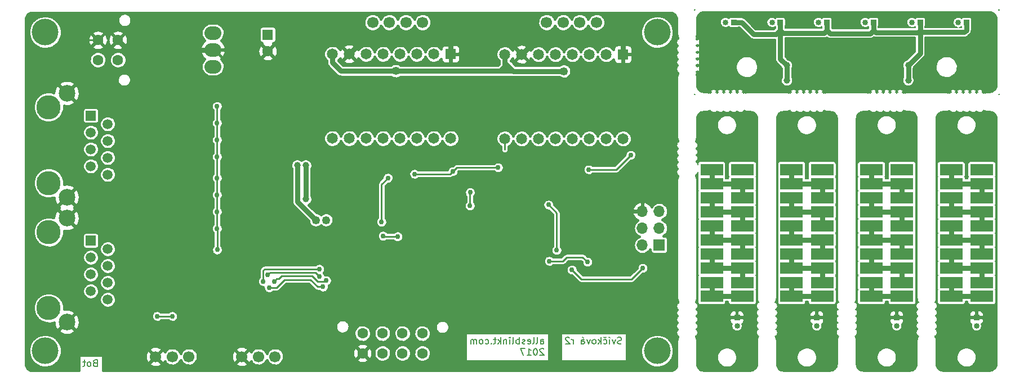
<source format=gbr>
G04 #@! TF.GenerationSoftware,KiCad,Pcbnew,(2017-08-07 revision 2d9ab80b4)-master*
G04 #@! TF.CreationDate,2017-08-10T02:16:17+02:00*
G04 #@! TF.ProjectId,z-module-pcb-r2,7A2D6D6F64756C652D7063622D72322E,rev?*
G04 #@! TF.SameCoordinates,Original*
G04 #@! TF.FileFunction,Copper,L2,Bot,Signal*
G04 #@! TF.FilePolarity,Positive*
%FSLAX46Y46*%
G04 Gerber Fmt 4.6, Leading zero omitted, Abs format (unit mm)*
G04 Created by KiCad (PCBNEW (2017-08-07 revision 2d9ab80b4)-master) date Thu Aug 10 02:16:17 2017*
%MOMM*%
%LPD*%
G01*
G04 APERTURE LIST*
%ADD10C,0.180000*%
%ADD11C,0.750000*%
%ADD12R,3.500000X1.750000*%
%ADD13C,0.850000*%
%ADD14R,0.850000X0.850000*%
%ADD15C,1.600000*%
%ADD16R,1.600000X1.600000*%
%ADD17O,1.700000X1.700000*%
%ADD18R,1.700000X1.700000*%
%ADD19C,1.699260*%
%ADD20C,2.500000*%
%ADD21C,3.650000*%
%ADD22R,1.500000X1.500000*%
%ADD23C,1.500000*%
%ADD24C,1.651000*%
%ADD25O,2.540000X2.032000*%
%ADD26C,4.000000*%
%ADD27C,1.000000*%
%ADD28C,1.250000*%
%ADD29C,0.250000*%
%ADD30C,0.600000*%
%ADD31C,0.400000*%
%ADD32C,0.750000*%
%ADD33C,0.200000*%
G04 APERTURE END LIST*
D10*
X201114523Y-116404761D02*
X200971666Y-116452380D01*
X200733571Y-116452380D01*
X200638333Y-116404761D01*
X200590714Y-116357142D01*
X200543095Y-116261904D01*
X200543095Y-116166666D01*
X200590714Y-116071428D01*
X200638333Y-116023809D01*
X200733571Y-115976190D01*
X200924047Y-115928571D01*
X201019285Y-115880952D01*
X201066904Y-115833333D01*
X201114523Y-115738095D01*
X201114523Y-115642857D01*
X201066904Y-115547619D01*
X201019285Y-115500000D01*
X200924047Y-115452380D01*
X200685952Y-115452380D01*
X200543095Y-115500000D01*
X200209761Y-115785714D02*
X199971666Y-116452380D01*
X199733571Y-115785714D01*
X199352619Y-116452380D02*
X199352619Y-115785714D01*
X199257380Y-115404761D02*
X199400238Y-115547619D01*
X198447857Y-116404761D02*
X198543095Y-116452380D01*
X198733571Y-116452380D01*
X198828809Y-116404761D01*
X198876428Y-116357142D01*
X198924047Y-116261904D01*
X198924047Y-115976190D01*
X198876428Y-115880952D01*
X198828809Y-115833333D01*
X198733571Y-115785714D01*
X198543095Y-115785714D01*
X198447857Y-115833333D01*
X198828809Y-115404761D02*
X198638333Y-115547619D01*
X198447857Y-115404761D01*
X198019285Y-116452380D02*
X198019285Y-115452380D01*
X197924047Y-116071428D02*
X197638333Y-116452380D01*
X197638333Y-115785714D02*
X198019285Y-116166666D01*
X197066904Y-116452380D02*
X197162142Y-116404761D01*
X197209761Y-116357142D01*
X197257380Y-116261904D01*
X197257380Y-115976190D01*
X197209761Y-115880952D01*
X197162142Y-115833333D01*
X197066904Y-115785714D01*
X196924047Y-115785714D01*
X196828809Y-115833333D01*
X196781190Y-115880952D01*
X196733571Y-115976190D01*
X196733571Y-116261904D01*
X196781190Y-116357142D01*
X196828809Y-116404761D01*
X196924047Y-116452380D01*
X197066904Y-116452380D01*
X196400238Y-115785714D02*
X196162142Y-116452380D01*
X195924047Y-115785714D01*
X195114523Y-116452380D02*
X195114523Y-115928571D01*
X195162142Y-115833333D01*
X195257380Y-115785714D01*
X195447857Y-115785714D01*
X195543095Y-115833333D01*
X195114523Y-116404761D02*
X195209761Y-116452380D01*
X195447857Y-116452380D01*
X195543095Y-116404761D01*
X195590714Y-116309523D01*
X195590714Y-116214285D01*
X195543095Y-116119047D01*
X195447857Y-116071428D01*
X195209761Y-116071428D01*
X195114523Y-116023809D01*
X195257380Y-115404761D02*
X195400238Y-115547619D01*
X193876428Y-116452380D02*
X193876428Y-115785714D01*
X193876428Y-115976190D02*
X193828809Y-115880952D01*
X193781190Y-115833333D01*
X193685952Y-115785714D01*
X193590714Y-115785714D01*
X193304999Y-115547619D02*
X193257380Y-115500000D01*
X193162142Y-115452380D01*
X192924047Y-115452380D01*
X192828809Y-115500000D01*
X192781190Y-115547619D01*
X192733571Y-115642857D01*
X192733571Y-115738095D01*
X192781190Y-115880952D01*
X193352619Y-116452380D01*
X192733571Y-116452380D01*
X121993571Y-119308571D02*
X121850714Y-119356190D01*
X121803095Y-119403809D01*
X121755476Y-119499047D01*
X121755476Y-119641904D01*
X121803095Y-119737142D01*
X121850714Y-119784761D01*
X121945952Y-119832380D01*
X122326904Y-119832380D01*
X122326904Y-118832380D01*
X121993571Y-118832380D01*
X121898333Y-118880000D01*
X121850714Y-118927619D01*
X121803095Y-119022857D01*
X121803095Y-119118095D01*
X121850714Y-119213333D01*
X121898333Y-119260952D01*
X121993571Y-119308571D01*
X122326904Y-119308571D01*
X121184047Y-119832380D02*
X121279285Y-119784761D01*
X121326904Y-119737142D01*
X121374523Y-119641904D01*
X121374523Y-119356190D01*
X121326904Y-119260952D01*
X121279285Y-119213333D01*
X121184047Y-119165714D01*
X121041190Y-119165714D01*
X120945952Y-119213333D01*
X120898333Y-119260952D01*
X120850714Y-119356190D01*
X120850714Y-119641904D01*
X120898333Y-119737142D01*
X120945952Y-119784761D01*
X121041190Y-119832380D01*
X121184047Y-119832380D01*
X120565000Y-119165714D02*
X120184047Y-119165714D01*
X120422142Y-118832380D02*
X120422142Y-119689523D01*
X120374523Y-119784761D01*
X120279285Y-119832380D01*
X120184047Y-119832380D01*
X188954333Y-116452380D02*
X188954333Y-115928571D01*
X189001952Y-115833333D01*
X189097190Y-115785714D01*
X189287666Y-115785714D01*
X189382904Y-115833333D01*
X188954333Y-116404761D02*
X189049571Y-116452380D01*
X189287666Y-116452380D01*
X189382904Y-116404761D01*
X189430523Y-116309523D01*
X189430523Y-116214285D01*
X189382904Y-116119047D01*
X189287666Y-116071428D01*
X189049571Y-116071428D01*
X188954333Y-116023809D01*
X188335285Y-116452380D02*
X188430523Y-116404761D01*
X188478142Y-116309523D01*
X188478142Y-115452380D01*
X187811476Y-116452380D02*
X187906714Y-116404761D01*
X187954333Y-116309523D01*
X187954333Y-115452380D01*
X187049571Y-116404761D02*
X187144809Y-116452380D01*
X187335285Y-116452380D01*
X187430523Y-116404761D01*
X187478142Y-116309523D01*
X187478142Y-115928571D01*
X187430523Y-115833333D01*
X187335285Y-115785714D01*
X187144809Y-115785714D01*
X187049571Y-115833333D01*
X187001952Y-115928571D01*
X187001952Y-116023809D01*
X187478142Y-116119047D01*
X186621000Y-116404761D02*
X186525761Y-116452380D01*
X186335285Y-116452380D01*
X186240047Y-116404761D01*
X186192428Y-116309523D01*
X186192428Y-116261904D01*
X186240047Y-116166666D01*
X186335285Y-116119047D01*
X186478142Y-116119047D01*
X186573380Y-116071428D01*
X186621000Y-115976190D01*
X186621000Y-115928571D01*
X186573380Y-115833333D01*
X186478142Y-115785714D01*
X186335285Y-115785714D01*
X186240047Y-115833333D01*
X185763857Y-116452380D02*
X185763857Y-115452380D01*
X185763857Y-115833333D02*
X185668619Y-115785714D01*
X185478142Y-115785714D01*
X185382904Y-115833333D01*
X185335285Y-115880952D01*
X185287666Y-115976190D01*
X185287666Y-116261904D01*
X185335285Y-116357142D01*
X185382904Y-116404761D01*
X185478142Y-116452380D01*
X185668619Y-116452380D01*
X185763857Y-116404761D01*
X184716238Y-116452380D02*
X184811476Y-116404761D01*
X184859095Y-116309523D01*
X184859095Y-115452380D01*
X184335285Y-116452380D02*
X184335285Y-115785714D01*
X184335285Y-115452380D02*
X184382904Y-115500000D01*
X184335285Y-115547619D01*
X184287666Y-115500000D01*
X184335285Y-115452380D01*
X184335285Y-115547619D01*
X183859095Y-115785714D02*
X183859095Y-116452380D01*
X183859095Y-115880952D02*
X183811476Y-115833333D01*
X183716238Y-115785714D01*
X183573380Y-115785714D01*
X183478142Y-115833333D01*
X183430523Y-115928571D01*
X183430523Y-116452380D01*
X182954333Y-116452380D02*
X182954333Y-115452380D01*
X182859095Y-116071428D02*
X182573380Y-116452380D01*
X182573380Y-115785714D02*
X182954333Y-116166666D01*
X182287666Y-115785714D02*
X181906714Y-115785714D01*
X182144809Y-115452380D02*
X182144809Y-116309523D01*
X182097190Y-116404761D01*
X182001952Y-116452380D01*
X181906714Y-116452380D01*
X181573380Y-116357142D02*
X181525761Y-116404761D01*
X181573380Y-116452380D01*
X181621000Y-116404761D01*
X181573380Y-116357142D01*
X181573380Y-116452380D01*
X180668619Y-116404761D02*
X180763857Y-116452380D01*
X180954333Y-116452380D01*
X181049571Y-116404761D01*
X181097190Y-116357142D01*
X181144809Y-116261904D01*
X181144809Y-115976190D01*
X181097190Y-115880952D01*
X181049571Y-115833333D01*
X180954333Y-115785714D01*
X180763857Y-115785714D01*
X180668619Y-115833333D01*
X180097190Y-116452380D02*
X180192428Y-116404761D01*
X180240047Y-116357142D01*
X180287666Y-116261904D01*
X180287666Y-115976190D01*
X180240047Y-115880952D01*
X180192428Y-115833333D01*
X180097190Y-115785714D01*
X179954333Y-115785714D01*
X179859095Y-115833333D01*
X179811476Y-115880952D01*
X179763857Y-115976190D01*
X179763857Y-116261904D01*
X179811476Y-116357142D01*
X179859095Y-116404761D01*
X179954333Y-116452380D01*
X180097190Y-116452380D01*
X179335285Y-116452380D02*
X179335285Y-115785714D01*
X179335285Y-115880952D02*
X179287666Y-115833333D01*
X179192428Y-115785714D01*
X179049571Y-115785714D01*
X178954333Y-115833333D01*
X178906714Y-115928571D01*
X178906714Y-116452380D01*
X178906714Y-115928571D02*
X178859095Y-115833333D01*
X178763857Y-115785714D01*
X178621000Y-115785714D01*
X178525761Y-115833333D01*
X178478142Y-115928571D01*
X178478142Y-116452380D01*
X189430523Y-117227619D02*
X189382904Y-117180000D01*
X189287666Y-117132380D01*
X189049571Y-117132380D01*
X188954333Y-117180000D01*
X188906714Y-117227619D01*
X188859095Y-117322857D01*
X188859095Y-117418095D01*
X188906714Y-117560952D01*
X189478142Y-118132380D01*
X188859095Y-118132380D01*
X188240047Y-117132380D02*
X188144809Y-117132380D01*
X188049571Y-117180000D01*
X188001952Y-117227619D01*
X187954333Y-117322857D01*
X187906714Y-117513333D01*
X187906714Y-117751428D01*
X187954333Y-117941904D01*
X188001952Y-118037142D01*
X188049571Y-118084761D01*
X188144809Y-118132380D01*
X188240047Y-118132380D01*
X188335285Y-118084761D01*
X188382904Y-118037142D01*
X188430523Y-117941904D01*
X188478142Y-117751428D01*
X188478142Y-117513333D01*
X188430523Y-117322857D01*
X188382904Y-117227619D01*
X188335285Y-117180000D01*
X188240047Y-117132380D01*
X186954333Y-118132380D02*
X187525761Y-118132380D01*
X187240047Y-118132380D02*
X187240047Y-117132380D01*
X187335285Y-117275238D01*
X187430523Y-117370476D01*
X187525761Y-117418095D01*
X186621000Y-117132380D02*
X185954333Y-117132380D01*
X186382904Y-118132380D01*
D11*
X238400000Y-94900000D03*
X237500000Y-94900000D03*
X237500000Y-94000000D03*
X238400000Y-94000000D03*
X238400000Y-97000000D03*
X237500000Y-96100000D03*
X237500000Y-97000000D03*
X238400000Y-96100000D03*
X244500000Y-96100000D03*
X243600000Y-96100000D03*
X243600000Y-97000000D03*
X244500000Y-97000000D03*
X243600000Y-94000000D03*
X243600000Y-94900000D03*
X244500000Y-94900000D03*
X244500000Y-94000000D03*
D12*
X243300000Y-94450000D03*
X238700000Y-96550000D03*
X238700000Y-94450000D03*
X243300000Y-96550000D03*
X243300000Y-92300000D03*
X238700000Y-90200000D03*
X238700000Y-92300000D03*
X243300000Y-90200000D03*
D11*
X244500000Y-89750000D03*
X244500000Y-90650000D03*
X243600000Y-90650000D03*
X243600000Y-89750000D03*
X244500000Y-92750000D03*
X243600000Y-92750000D03*
X243600000Y-91850000D03*
X244500000Y-91850000D03*
X238400000Y-91850000D03*
X237500000Y-92750000D03*
X237500000Y-91850000D03*
X238400000Y-92750000D03*
X238400000Y-89750000D03*
X237500000Y-89750000D03*
X237500000Y-90650000D03*
X238400000Y-90650000D03*
D12*
X243300000Y-100800000D03*
X238700000Y-98700000D03*
X238700000Y-100800000D03*
X243300000Y-98700000D03*
D11*
X244500000Y-98250000D03*
X244500000Y-99150000D03*
X243600000Y-99150000D03*
X243600000Y-98250000D03*
X244500000Y-101250000D03*
X243600000Y-101250000D03*
X243600000Y-100350000D03*
X244500000Y-100350000D03*
X238400000Y-100350000D03*
X237500000Y-101250000D03*
X237500000Y-100350000D03*
X238400000Y-101250000D03*
X238400000Y-98250000D03*
X237500000Y-98250000D03*
X237500000Y-99150000D03*
X238400000Y-99150000D03*
D12*
X255300000Y-96550000D03*
X250700000Y-94450000D03*
X250700000Y-96550000D03*
X255300000Y-94450000D03*
D11*
X256500000Y-94000000D03*
X256500000Y-94900000D03*
X255600000Y-94900000D03*
X255600000Y-94000000D03*
X256500000Y-97000000D03*
X255600000Y-97000000D03*
X255600000Y-96100000D03*
X256500000Y-96100000D03*
X250400000Y-96100000D03*
X249500000Y-97000000D03*
X249500000Y-96100000D03*
X250400000Y-97000000D03*
X250400000Y-94000000D03*
X249500000Y-94000000D03*
X249500000Y-94900000D03*
X250400000Y-94900000D03*
D13*
X254500000Y-113750000D03*
D14*
X254500000Y-112500000D03*
D11*
X250400000Y-90650000D03*
X249500000Y-90650000D03*
X249500000Y-89750000D03*
X250400000Y-89750000D03*
X250400000Y-92750000D03*
X249500000Y-91850000D03*
X249500000Y-92750000D03*
X250400000Y-91850000D03*
X256500000Y-91850000D03*
X255600000Y-91850000D03*
X255600000Y-92750000D03*
X256500000Y-92750000D03*
X255600000Y-89750000D03*
X255600000Y-90650000D03*
X256500000Y-90650000D03*
X256500000Y-89750000D03*
D12*
X255300000Y-90200000D03*
X250700000Y-92300000D03*
X250700000Y-90200000D03*
X255300000Y-92300000D03*
D11*
X250400000Y-103400000D03*
X249500000Y-103400000D03*
X249500000Y-102500000D03*
X250400000Y-102500000D03*
X250400000Y-105500000D03*
X249500000Y-104600000D03*
X249500000Y-105500000D03*
X250400000Y-104600000D03*
X256500000Y-104600000D03*
X255600000Y-104600000D03*
X255600000Y-105500000D03*
X256500000Y-105500000D03*
X255600000Y-102500000D03*
X255600000Y-103400000D03*
X256500000Y-103400000D03*
X256500000Y-102500000D03*
D12*
X255300000Y-102950000D03*
X250700000Y-105050000D03*
X250700000Y-102950000D03*
X255300000Y-105050000D03*
X255300000Y-109300000D03*
X250700000Y-107200000D03*
X250700000Y-109300000D03*
X255300000Y-107200000D03*
D11*
X256500000Y-106750000D03*
X256500000Y-107650000D03*
X255600000Y-107650000D03*
X255600000Y-106750000D03*
X256500000Y-109750000D03*
X255600000Y-109750000D03*
X255600000Y-108850000D03*
X256500000Y-108850000D03*
X250400000Y-108850000D03*
X249500000Y-109750000D03*
X249500000Y-108850000D03*
X250400000Y-109750000D03*
X250400000Y-106750000D03*
X249500000Y-106750000D03*
X249500000Y-107650000D03*
X250400000Y-107650000D03*
X250400000Y-99150000D03*
X249500000Y-99150000D03*
X249500000Y-98250000D03*
X250400000Y-98250000D03*
X250400000Y-101250000D03*
X249500000Y-100350000D03*
X249500000Y-101250000D03*
X250400000Y-100350000D03*
X256500000Y-100350000D03*
X255600000Y-100350000D03*
X255600000Y-101250000D03*
X256500000Y-101250000D03*
X255600000Y-98250000D03*
X255600000Y-99150000D03*
X256500000Y-99150000D03*
X256500000Y-98250000D03*
D12*
X255300000Y-98700000D03*
X250700000Y-100800000D03*
X250700000Y-98700000D03*
X255300000Y-100800000D03*
D11*
X238400000Y-107650000D03*
X237500000Y-107650000D03*
X237500000Y-106750000D03*
X238400000Y-106750000D03*
X238400000Y-109750000D03*
X237500000Y-108850000D03*
X237500000Y-109750000D03*
X238400000Y-108850000D03*
X244500000Y-108850000D03*
X243600000Y-108850000D03*
X243600000Y-109750000D03*
X244500000Y-109750000D03*
X243600000Y-106750000D03*
X243600000Y-107650000D03*
X244500000Y-107650000D03*
X244500000Y-106750000D03*
D12*
X243300000Y-107200000D03*
X238700000Y-109300000D03*
X238700000Y-107200000D03*
X243300000Y-109300000D03*
D14*
X242500000Y-112500000D03*
D13*
X242500000Y-113750000D03*
D12*
X243300000Y-105050000D03*
X238700000Y-102950000D03*
X238700000Y-105050000D03*
X243300000Y-102950000D03*
D11*
X244500000Y-102500000D03*
X244500000Y-103400000D03*
X243600000Y-103400000D03*
X243600000Y-102500000D03*
X244500000Y-105500000D03*
X243600000Y-105500000D03*
X243600000Y-104600000D03*
X244500000Y-104600000D03*
X238400000Y-104600000D03*
X237500000Y-105500000D03*
X237500000Y-104600000D03*
X238400000Y-105500000D03*
X238400000Y-102500000D03*
X237500000Y-102500000D03*
X237500000Y-103400000D03*
X238400000Y-103400000D03*
D12*
X231300000Y-109300000D03*
X226700000Y-107200000D03*
X226700000Y-109300000D03*
X231300000Y-107200000D03*
D11*
X232500000Y-106750000D03*
X232500000Y-107650000D03*
X231600000Y-107650000D03*
X231600000Y-106750000D03*
X232500000Y-109750000D03*
X231600000Y-109750000D03*
X231600000Y-108850000D03*
X232500000Y-108850000D03*
X226400000Y-108850000D03*
X225500000Y-109750000D03*
X225500000Y-108850000D03*
X226400000Y-109750000D03*
X226400000Y-106750000D03*
X225500000Y-106750000D03*
X225500000Y-107650000D03*
X226400000Y-107650000D03*
D13*
X230500000Y-113750000D03*
D14*
X230500000Y-112500000D03*
D11*
X226400000Y-103400000D03*
X225500000Y-103400000D03*
X225500000Y-102500000D03*
X226400000Y-102500000D03*
X226400000Y-105500000D03*
X225500000Y-104600000D03*
X225500000Y-105500000D03*
X226400000Y-104600000D03*
X232500000Y-104600000D03*
X231600000Y-104600000D03*
X231600000Y-105500000D03*
X232500000Y-105500000D03*
X231600000Y-102500000D03*
X231600000Y-103400000D03*
X232500000Y-103400000D03*
X232500000Y-102500000D03*
D12*
X231300000Y-102950000D03*
X226700000Y-105050000D03*
X226700000Y-102950000D03*
X231300000Y-105050000D03*
D11*
X226400000Y-99150000D03*
X225500000Y-99150000D03*
X225500000Y-98250000D03*
X226400000Y-98250000D03*
X226400000Y-101250000D03*
X225500000Y-100350000D03*
X225500000Y-101250000D03*
X226400000Y-100350000D03*
X232500000Y-100350000D03*
X231600000Y-100350000D03*
X231600000Y-101250000D03*
X232500000Y-101250000D03*
X231600000Y-98250000D03*
X231600000Y-99150000D03*
X232500000Y-99150000D03*
X232500000Y-98250000D03*
D12*
X231300000Y-98700000D03*
X226700000Y-100800000D03*
X226700000Y-98700000D03*
X231300000Y-100800000D03*
X231300000Y-96550000D03*
X226700000Y-94450000D03*
X226700000Y-96550000D03*
X231300000Y-94450000D03*
D11*
X232500000Y-94000000D03*
X232500000Y-94900000D03*
X231600000Y-94900000D03*
X231600000Y-94000000D03*
X232500000Y-97000000D03*
X231600000Y-97000000D03*
X231600000Y-96100000D03*
X232500000Y-96100000D03*
X226400000Y-96100000D03*
X225500000Y-97000000D03*
X225500000Y-96100000D03*
X226400000Y-97000000D03*
X226400000Y-94000000D03*
X225500000Y-94000000D03*
X225500000Y-94900000D03*
X226400000Y-94900000D03*
X226400000Y-90650000D03*
X225500000Y-90650000D03*
X225500000Y-89750000D03*
X226400000Y-89750000D03*
X226400000Y-92750000D03*
X225500000Y-91850000D03*
X225500000Y-92750000D03*
X226400000Y-91850000D03*
X232500000Y-91850000D03*
X231600000Y-91850000D03*
X231600000Y-92750000D03*
X232500000Y-92750000D03*
X231600000Y-89750000D03*
X231600000Y-90650000D03*
X232500000Y-90650000D03*
X232500000Y-89750000D03*
D12*
X231300000Y-90200000D03*
X226700000Y-92300000D03*
X226700000Y-90200000D03*
X231300000Y-92300000D03*
D14*
X253000000Y-68000000D03*
D13*
X251750000Y-68000000D03*
X216750000Y-68000000D03*
D14*
X218000000Y-68000000D03*
X225000000Y-68000000D03*
D13*
X223750000Y-68000000D03*
X230750000Y-68000000D03*
D14*
X232000000Y-68000000D03*
X239000000Y-68000000D03*
D13*
X237750000Y-68000000D03*
X244793638Y-68000000D03*
D14*
X246043638Y-68000000D03*
D12*
X219300000Y-92300000D03*
X214700000Y-90200000D03*
X214700000Y-92300000D03*
X219300000Y-90200000D03*
D11*
X220500000Y-89750000D03*
X220500000Y-90650000D03*
X219600000Y-90650000D03*
X219600000Y-89750000D03*
X220500000Y-92750000D03*
X219600000Y-92750000D03*
X219600000Y-91850000D03*
X220500000Y-91850000D03*
X214400000Y-91850000D03*
X213500000Y-92750000D03*
X213500000Y-91850000D03*
X214400000Y-92750000D03*
X214400000Y-89750000D03*
X213500000Y-89750000D03*
X213500000Y-90650000D03*
X214400000Y-90650000D03*
X214400000Y-94900000D03*
X213500000Y-94900000D03*
X213500000Y-94000000D03*
X214400000Y-94000000D03*
X214400000Y-97000000D03*
X213500000Y-96100000D03*
X213500000Y-97000000D03*
X214400000Y-96100000D03*
X220500000Y-96100000D03*
X219600000Y-96100000D03*
X219600000Y-97000000D03*
X220500000Y-97000000D03*
X219600000Y-94000000D03*
X219600000Y-94900000D03*
X220500000Y-94900000D03*
X220500000Y-94000000D03*
D12*
X219300000Y-94450000D03*
X214700000Y-96550000D03*
X214700000Y-94450000D03*
X219300000Y-96550000D03*
X219300000Y-100800000D03*
X214700000Y-98700000D03*
X214700000Y-100800000D03*
X219300000Y-98700000D03*
D11*
X220500000Y-98250000D03*
X220500000Y-99150000D03*
X219600000Y-99150000D03*
X219600000Y-98250000D03*
X220500000Y-101250000D03*
X219600000Y-101250000D03*
X219600000Y-100350000D03*
X220500000Y-100350000D03*
X214400000Y-100350000D03*
X213500000Y-101250000D03*
X213500000Y-100350000D03*
X214400000Y-101250000D03*
X214400000Y-98250000D03*
X213500000Y-98250000D03*
X213500000Y-99150000D03*
X214400000Y-99150000D03*
X214400000Y-107650000D03*
X213500000Y-107650000D03*
X213500000Y-106750000D03*
X214400000Y-106750000D03*
X214400000Y-109750000D03*
X213500000Y-108850000D03*
X213500000Y-109750000D03*
X214400000Y-108850000D03*
X220500000Y-108850000D03*
X219600000Y-108850000D03*
X219600000Y-109750000D03*
X220500000Y-109750000D03*
X219600000Y-106750000D03*
X219600000Y-107650000D03*
X220500000Y-107650000D03*
X220500000Y-106750000D03*
D12*
X219300000Y-107200000D03*
X214700000Y-109300000D03*
X214700000Y-107200000D03*
X219300000Y-109300000D03*
X219300000Y-105050000D03*
X214700000Y-102950000D03*
X214700000Y-105050000D03*
X219300000Y-102950000D03*
D11*
X220500000Y-102500000D03*
X220500000Y-103400000D03*
X219600000Y-103400000D03*
X219600000Y-102500000D03*
X220500000Y-105500000D03*
X219600000Y-105500000D03*
X219600000Y-104600000D03*
X220500000Y-104600000D03*
X214400000Y-104600000D03*
X213500000Y-105500000D03*
X213500000Y-104600000D03*
X214400000Y-105500000D03*
X214400000Y-102500000D03*
X213500000Y-102500000D03*
X213500000Y-103400000D03*
X214400000Y-103400000D03*
D14*
X218500000Y-112500000D03*
D13*
X218500000Y-113750000D03*
D15*
X147955000Y-72350000D03*
D16*
X147955000Y-69850000D03*
D15*
X162196000Y-114856000D03*
X165196000Y-114856000D03*
X168196000Y-114856000D03*
X171196000Y-114856000D03*
X162196000Y-117856000D03*
X165196000Y-117856000D03*
X168196000Y-117856000D03*
X171196000Y-117856000D03*
D17*
X204251165Y-96470637D03*
X206791165Y-96470637D03*
X204251165Y-99010637D03*
X206791165Y-99010637D03*
X204251165Y-101550637D03*
D18*
X206791165Y-101550637D03*
D19*
X131104641Y-118364000D03*
X133604000Y-118364000D03*
X136103359Y-118364000D03*
X149057359Y-118364000D03*
X146558000Y-118364000D03*
X144058641Y-118364000D03*
X171234000Y-68000000D03*
X163734641Y-68000000D03*
X166234000Y-68000000D03*
X168733359Y-68000000D03*
X194872359Y-68006500D03*
X192373000Y-68006500D03*
X189873641Y-68006500D03*
X197373000Y-68006500D03*
D20*
X117754718Y-94325000D03*
X117754718Y-78675000D03*
D21*
X115004718Y-92215000D03*
X115004718Y-80785000D03*
D22*
X121354718Y-82055000D03*
D23*
X123894718Y-83325000D03*
X121354718Y-84595000D03*
X123894718Y-85865000D03*
X121354718Y-87135000D03*
X123894718Y-88405000D03*
X121354718Y-89675000D03*
X123894718Y-90945000D03*
X123894718Y-109770000D03*
X121354718Y-108500000D03*
X123894718Y-107230000D03*
X121354718Y-105960000D03*
X123894718Y-104690000D03*
X121354718Y-103420000D03*
X123894718Y-102150000D03*
D22*
X121354718Y-100880000D03*
D21*
X115004718Y-99610000D03*
X115004718Y-111040000D03*
D20*
X117754718Y-97500000D03*
X117754718Y-113150000D03*
D15*
X125428000Y-70660000D03*
X125428000Y-73660000D03*
X122428000Y-70660000D03*
X122428000Y-73660000D03*
D22*
X175444000Y-72785000D03*
D24*
X172904000Y-72785000D03*
X170364000Y-72785000D03*
X167824000Y-72785000D03*
X165284000Y-72785000D03*
X162744000Y-72785000D03*
X160204000Y-72785000D03*
X157664000Y-72785000D03*
X157664000Y-85485000D03*
X160204000Y-85485000D03*
X162744000Y-85485000D03*
X165284000Y-85485000D03*
X167824000Y-85485000D03*
X170364000Y-85485000D03*
X172904000Y-85485000D03*
X175444000Y-85485000D03*
D25*
X139700000Y-69596000D03*
X139700000Y-74676000D03*
X139700000Y-72136000D03*
D24*
X201359032Y-85522498D03*
X198819032Y-85522498D03*
X196279032Y-85522498D03*
X193739032Y-85522498D03*
X191199032Y-85522498D03*
X188659032Y-85522498D03*
X186119032Y-85522498D03*
X183579032Y-85522498D03*
X183579032Y-72822498D03*
X186119032Y-72822498D03*
X188659032Y-72822498D03*
X191199032Y-72822498D03*
X193739032Y-72822498D03*
X196279032Y-72822498D03*
X198819032Y-72822498D03*
D22*
X201359032Y-72822498D03*
D26*
X206500000Y-117500000D03*
X206500000Y-69500000D03*
X114500000Y-69500000D03*
X114500000Y-117500000D03*
D11*
X146812000Y-94742002D03*
X201072972Y-90546364D03*
D27*
X181185615Y-79735643D03*
X205876962Y-74231450D03*
D11*
X182660123Y-96156120D03*
X146366155Y-86252939D03*
X145626158Y-84085805D03*
X143495674Y-90563931D03*
X143537765Y-92065150D03*
X136988551Y-108383096D03*
X128036884Y-108325156D03*
D27*
X171703998Y-107188000D03*
X171703996Y-105410000D03*
X162305992Y-107188000D03*
X162306000Y-105410000D03*
D11*
X175505740Y-100068394D03*
D27*
X133421672Y-67088574D03*
X129607230Y-67088574D03*
D11*
X118461851Y-67089186D03*
X117611321Y-73839426D03*
X143212337Y-105120159D03*
X150925266Y-100639314D03*
X143654224Y-73853493D03*
X148458480Y-81055435D03*
X184532750Y-93681128D03*
X190151790Y-96734484D03*
X184615655Y-96315797D03*
X189522863Y-101672669D03*
X208062057Y-93546593D03*
D27*
X184912000Y-109474000D03*
X207771988Y-109474000D03*
X181667000Y-84088000D03*
D11*
X200916723Y-93444854D03*
X187262032Y-89459498D03*
X162053415Y-92533611D03*
X192827694Y-89437160D03*
D27*
X156140000Y-74944000D03*
X177222000Y-84088000D03*
D11*
X172650000Y-89422000D03*
X166808000Y-89422000D03*
X160966000Y-89422000D03*
D27*
X203137032Y-84125498D03*
D11*
X198692032Y-89459498D03*
X182575610Y-89873476D03*
X202499990Y-88000000D03*
X196196987Y-90171890D03*
X170006027Y-90852755D03*
X175762876Y-90465523D03*
X165058257Y-98054478D03*
X166007333Y-91435922D03*
D27*
X153670000Y-94615000D03*
X153670000Y-89535000D03*
D11*
X140352069Y-102250916D03*
X140335000Y-99060000D03*
X140335000Y-96520000D03*
X140335000Y-93980000D03*
X140335000Y-91440000D03*
X140335000Y-88265000D03*
X140335000Y-85725000D03*
X140335000Y-83185000D03*
X140335000Y-80645000D03*
D27*
X244250000Y-74499988D03*
X244250000Y-76750004D03*
X226000002Y-76750002D03*
X226000000Y-74500000D03*
D28*
X155193998Y-97790000D03*
X156718000Y-97790000D03*
D11*
X131318000Y-112267996D03*
X133604000Y-112268008D03*
X155702000Y-105155994D03*
X249549610Y-84735247D03*
X237549610Y-84735247D03*
X225549610Y-84735247D03*
X213549610Y-84735247D03*
X148152020Y-107955969D03*
X156255409Y-107857975D03*
X155737143Y-106314942D03*
X193675000Y-105283000D03*
X196015339Y-104103301D03*
X190252002Y-103970635D03*
D27*
X152400000Y-89535000D03*
D11*
X147252912Y-107018708D03*
X165281311Y-100168656D03*
X167460037Y-100260975D03*
X156768381Y-106894148D03*
X148904836Y-107030736D03*
X204299879Y-105014745D03*
D28*
X167189000Y-75325000D03*
X192469032Y-75362498D03*
D11*
X147955000Y-106045000D03*
X190153007Y-95498249D03*
X191381982Y-102321276D03*
X178363836Y-93629723D03*
X178351814Y-95613350D03*
D29*
X146812000Y-101520496D02*
X146812000Y-94742002D01*
X143212337Y-105120159D02*
X146812000Y-101520496D01*
D30*
X205876962Y-74231450D02*
X200372769Y-79735643D01*
X200372769Y-79735643D02*
X181185615Y-79735643D01*
D29*
X190151790Y-96734484D02*
X190151790Y-96726912D01*
X190151790Y-96726912D02*
X187106006Y-93681128D01*
X187106006Y-93681128D02*
X184532750Y-93681128D01*
X143495674Y-90563931D02*
X143495674Y-86216289D01*
X143495674Y-86216289D02*
X145626158Y-84085805D01*
X143495674Y-90563931D02*
X144026004Y-90563931D01*
X148458480Y-86131455D02*
X148458480Y-81055435D01*
X144026004Y-90563931D02*
X148458480Y-86131455D01*
X143411494Y-93973240D02*
X143411494Y-92191421D01*
X143411494Y-92191421D02*
X143537765Y-92065150D01*
X150077568Y-100639314D02*
X143411494Y-93973240D01*
X150925266Y-100639314D02*
X150077568Y-100639314D01*
D31*
X171703998Y-107188000D02*
X162305992Y-107188000D01*
X171703996Y-105410000D02*
X162306000Y-105410000D01*
X171703998Y-107188000D02*
X171703998Y-105410002D01*
X171703998Y-105410002D02*
X171703996Y-105410000D01*
X162305992Y-94487992D02*
X162305992Y-107188000D01*
X139954000Y-72136000D02*
X162305992Y-94487992D01*
X139700000Y-72136000D02*
X139954000Y-72136000D01*
D29*
X125428000Y-70660000D02*
X128999426Y-67088574D01*
X128999426Y-67088574D02*
X129607230Y-67088574D01*
X122428000Y-70660000D02*
X118857186Y-67089186D01*
X118857186Y-67089186D02*
X118461851Y-67089186D01*
X117611321Y-73839426D02*
X120790747Y-70660000D01*
X120790747Y-70660000D02*
X122428000Y-70660000D01*
D32*
X139700000Y-72136000D02*
X126904000Y-72136000D01*
X126904000Y-72136000D02*
X125428000Y-70660000D01*
D29*
X147530134Y-103504116D02*
X144828380Y-103504116D01*
X144828380Y-103504116D02*
X143212337Y-105120159D01*
X150925266Y-100639314D02*
X150394936Y-100639314D01*
X150394936Y-100639314D02*
X147530134Y-103504116D01*
X148458480Y-81055435D02*
X148458480Y-78657749D01*
X148458480Y-78657749D02*
X143654224Y-73853493D01*
X156621283Y-70584821D02*
X156140000Y-71066104D01*
X156140000Y-71066104D02*
X156140000Y-74944000D01*
X158003821Y-70584821D02*
X156621283Y-70584821D01*
X160204000Y-72785000D02*
X158003821Y-70584821D01*
X200916723Y-93444854D02*
X200916723Y-90619221D01*
D32*
X188532032Y-70409498D02*
X162579502Y-70409498D01*
X162579502Y-70409498D02*
X160204000Y-72785000D01*
X188595000Y-70409498D02*
X200343032Y-70409498D01*
D30*
X188595000Y-70409498D02*
X200025000Y-70409498D01*
X200025000Y-70409498D02*
X200343032Y-70409498D01*
D32*
X201359032Y-72822498D02*
X201359032Y-71322498D01*
X201359032Y-71322498D02*
X200446032Y-70409498D01*
X200446032Y-70409498D02*
X200025000Y-70409498D01*
X186119032Y-72822498D02*
X188532032Y-70409498D01*
X188532032Y-70409498D02*
X188595000Y-70409498D01*
D29*
X160966000Y-89422000D02*
X160966000Y-91446196D01*
X160966000Y-91446196D02*
X162053415Y-92533611D01*
X192678356Y-89459498D02*
X192700694Y-89437160D01*
X187135032Y-89459498D02*
X192678356Y-89459498D01*
X198565032Y-89459498D02*
X192723032Y-89459498D01*
X192723032Y-89459498D02*
X192700694Y-89437160D01*
D32*
X161754501Y-71234499D02*
X160204000Y-72785000D01*
D29*
X175444000Y-72785000D02*
X175444000Y-71785000D01*
D32*
X175444000Y-72785000D02*
X175444000Y-71285000D01*
X175444000Y-71285000D02*
X175393499Y-71234499D01*
X175393499Y-71234499D02*
X161754501Y-71234499D01*
D29*
X166808000Y-89422000D02*
X172650000Y-89422000D01*
X160966000Y-89422000D02*
X166808000Y-89422000D01*
D31*
X201359032Y-72822498D02*
X201359032Y-71672498D01*
X201359032Y-71672498D02*
X200343032Y-70656498D01*
X200343032Y-70656498D02*
X200343032Y-70409498D01*
D30*
X184214032Y-70917498D02*
X186119032Y-72822498D01*
X181293032Y-70917498D02*
X184214032Y-70917498D01*
D29*
X182575610Y-89873476D02*
X176354923Y-89873476D01*
X176354923Y-89873476D02*
X175762876Y-90465523D01*
X200328100Y-90171890D02*
X202499990Y-88000000D01*
X196196987Y-90171890D02*
X200328100Y-90171890D01*
X175762876Y-90465523D02*
X175375644Y-90852755D01*
X175375644Y-90852755D02*
X170006027Y-90852755D01*
X166007333Y-91435922D02*
X165058257Y-92384998D01*
X165058257Y-92384998D02*
X165058257Y-98054478D01*
D32*
X153670000Y-89535000D02*
X153670000Y-94615000D01*
D29*
X140335000Y-83185000D02*
X140335000Y-80645000D01*
X140335000Y-85725000D02*
X140335000Y-83185000D01*
X140335000Y-88265000D02*
X140335000Y-85725000D01*
X140335000Y-91440000D02*
X140335000Y-88265000D01*
X140335000Y-93980000D02*
X140335000Y-91440000D01*
X140335000Y-96520000D02*
X140335000Y-93980000D01*
X140335000Y-99060000D02*
X140335000Y-96520000D01*
X140352069Y-102250916D02*
X140352069Y-99077069D01*
X140352069Y-99077069D02*
X140335000Y-99060000D01*
D32*
X243300000Y-102950000D02*
X243300000Y-100800000D01*
X238700000Y-100800000D02*
X238700000Y-98700000D01*
X243300000Y-100800000D02*
X238700000Y-100800000D01*
X246043638Y-68000000D02*
X246043638Y-72706350D01*
X246043638Y-72706350D02*
X244250000Y-74499988D01*
X225000000Y-68000000D02*
X225000000Y-73500000D01*
X225000000Y-73500000D02*
X226000000Y-74500000D01*
X244250000Y-76750004D02*
X244250000Y-74499988D01*
X226000000Y-76750000D02*
X226000002Y-76750002D01*
X226000000Y-74500000D02*
X226000000Y-76750000D01*
X246354489Y-69485851D02*
X252689149Y-69485851D01*
X252689149Y-69485851D02*
X253000000Y-69175000D01*
X253000000Y-69175000D02*
X253000000Y-68000000D01*
X246043638Y-69175000D02*
X246354489Y-69485851D01*
X239335834Y-69510834D02*
X245707804Y-69510834D01*
X245707804Y-69510834D02*
X246043638Y-69175000D01*
X246043638Y-69175000D02*
X246043638Y-68000000D01*
X239000000Y-69175000D02*
X239335834Y-69510834D01*
X232510718Y-69685718D02*
X238489282Y-69685718D01*
X239000000Y-69175000D02*
X239000000Y-68000000D01*
X238489282Y-69685718D02*
X239000000Y-69175000D01*
X232000000Y-69175000D02*
X232510718Y-69685718D01*
X225435768Y-69610768D02*
X231564232Y-69610768D01*
X231564232Y-69610768D02*
X232000000Y-69175000D01*
X232000000Y-69175000D02*
X232000000Y-68000000D01*
X225000000Y-69175000D02*
X225435768Y-69610768D01*
X225000000Y-68000000D02*
X225000000Y-69175000D01*
X225000000Y-69175000D02*
X224364365Y-69810635D01*
X224364365Y-69810635D02*
X220985635Y-69810635D01*
X218000000Y-68000000D02*
X219175000Y-68000000D01*
X219175000Y-68000000D02*
X220985635Y-69810635D01*
X152400000Y-94996002D02*
X155193998Y-97790000D01*
X152400000Y-89535000D02*
X152400000Y-94996002D01*
D29*
X131318012Y-112268008D02*
X131318000Y-112267996D01*
X133604000Y-112268008D02*
X131318012Y-112268008D01*
X147252912Y-107018708D02*
X147252912Y-105402804D01*
X155171670Y-105155994D02*
X155702000Y-105155994D01*
X147252912Y-105402804D02*
X147499716Y-105156000D01*
X147499716Y-105156000D02*
X155171664Y-105156000D01*
X155171664Y-105156000D02*
X155171670Y-105155994D01*
D32*
X250700000Y-96550000D02*
X255300000Y-96550000D01*
X255300000Y-98700000D02*
X255300000Y-96550000D01*
X250700000Y-96550000D02*
X250700000Y-94450000D01*
X238700000Y-96550000D02*
X238700000Y-94450000D01*
X238700000Y-96550000D02*
X243300000Y-96550000D01*
X243300000Y-98700000D02*
X243300000Y-96550000D01*
X226700000Y-96550000D02*
X226700000Y-94450000D01*
X231300000Y-98700000D02*
X231300000Y-96550000D01*
X226700000Y-96550000D02*
X231300000Y-96550000D01*
X250700000Y-92300000D02*
X255300000Y-92300000D01*
X250700000Y-92300000D02*
X250700000Y-90200000D01*
X255300000Y-94450000D02*
X255300000Y-92300000D01*
X238700000Y-92300000D02*
X238700000Y-90200000D01*
X243300000Y-94450000D02*
X243300000Y-92300000D01*
X238700000Y-92300000D02*
X243300000Y-92300000D01*
X226700000Y-92300000D02*
X231300000Y-92300000D01*
X226700000Y-92300000D02*
X226700000Y-90200000D01*
X231300000Y-94450000D02*
X231300000Y-92300000D01*
X255300000Y-107200000D02*
X255300000Y-105050000D01*
X250700000Y-102950000D02*
X250700000Y-105050000D01*
X250700000Y-105050000D02*
X255300000Y-105050000D01*
X243300000Y-107200000D02*
X243300000Y-105050000D01*
X238700000Y-105050000D02*
X243300000Y-105050000D01*
X238700000Y-102950000D02*
X238700000Y-105050000D01*
X226700000Y-102950000D02*
X226700000Y-105050000D01*
X226700000Y-105050000D02*
X231300000Y-105050000D01*
X231300000Y-107200000D02*
X231300000Y-105050000D01*
X255300000Y-102950000D02*
X255300000Y-100800000D01*
X250700000Y-100800000D02*
X255300000Y-100800000D01*
X250700000Y-98700000D02*
X250700000Y-100800000D01*
X226700000Y-98700000D02*
X226700000Y-100800000D01*
X231300000Y-102950000D02*
X231300000Y-100800000D01*
X226700000Y-100800000D02*
X231300000Y-100800000D01*
X250700000Y-109300000D02*
X255300000Y-109300000D01*
X250700000Y-107200000D02*
X250700000Y-109300000D01*
X238700000Y-109300000D02*
X243300000Y-109300000D01*
X238700000Y-107200000D02*
X238700000Y-109300000D01*
X226700000Y-107200000D02*
X226700000Y-109300000D01*
X226700000Y-109300000D02*
X231300000Y-109300000D01*
X214700000Y-109300000D02*
X219300000Y-109300000D01*
X214700000Y-107200000D02*
X214700000Y-109300000D01*
X214700000Y-96550000D02*
X219300000Y-96550000D01*
X219300000Y-98700000D02*
X219300000Y-96550000D01*
X214700000Y-96550000D02*
X214700000Y-94450000D01*
X219300000Y-94450000D02*
X219300000Y-92300000D01*
X214700000Y-92300000D02*
X214700000Y-90200000D01*
X214700000Y-92300000D02*
X219300000Y-92300000D01*
D29*
X156255409Y-107857975D02*
X155448000Y-107857975D01*
X150462972Y-106765607D02*
X154355632Y-106765607D01*
X154355632Y-106765607D02*
X155448000Y-107857975D01*
X149272610Y-107955969D02*
X150462972Y-106765607D01*
X148152020Y-107955969D02*
X149272610Y-107955969D01*
X155092202Y-105670001D02*
X155737143Y-106314942D01*
X148329999Y-105670001D02*
X155092202Y-105670001D01*
X147955000Y-106045000D02*
X148329999Y-105670001D01*
D32*
X219300000Y-107200000D02*
X219300000Y-105050000D01*
X214700000Y-105050000D02*
X219300000Y-105050000D01*
X214700000Y-102950000D02*
X214700000Y-105050000D01*
X214700000Y-100800000D02*
X219300000Y-100800000D01*
X219300000Y-102950000D02*
X219300000Y-100800000D01*
X214700000Y-98700000D02*
X214700000Y-100800000D01*
D29*
X204299879Y-105014745D02*
X202634624Y-106680000D01*
X202634624Y-106680000D02*
X195072000Y-106680000D01*
X195072000Y-106680000D02*
X193675000Y-105283000D01*
X190252002Y-103970635D02*
X192320365Y-103970635D01*
X192320365Y-103970635D02*
X192913000Y-103378000D01*
X192913000Y-103378000D02*
X195290038Y-103378000D01*
X195290038Y-103378000D02*
X196015339Y-104103301D01*
X155448000Y-107030736D02*
X156631793Y-107030736D01*
X150008233Y-106228035D02*
X154645299Y-106228035D01*
X154645299Y-106228035D02*
X155448000Y-107030736D01*
X149580531Y-106655737D02*
X150008233Y-106228035D01*
X148904836Y-107030736D02*
X149279835Y-106655737D01*
X149279835Y-106655737D02*
X149580531Y-106655737D01*
X156631793Y-107030736D02*
X156768381Y-106894148D01*
D32*
X183515000Y-75325000D02*
X184811534Y-75325000D01*
X182880000Y-75325000D02*
X183515000Y-75325000D01*
X183515000Y-75325000D02*
X183579032Y-75260968D01*
X183579032Y-75260968D02*
X183579032Y-72822498D01*
X167189000Y-75325000D02*
X182880000Y-75325000D01*
X183579032Y-72822498D02*
X183579032Y-74625968D01*
X183579032Y-74625968D02*
X182880000Y-75325000D01*
X184811534Y-75325000D02*
X184849032Y-75362498D01*
D29*
X167460037Y-100260975D02*
X165373630Y-100260975D01*
X165373630Y-100260975D02*
X165281311Y-100168656D01*
D32*
X157664000Y-74055000D02*
X158934000Y-75325000D01*
X158934000Y-75325000D02*
X167189000Y-75325000D01*
X157664000Y-72785000D02*
X157664000Y-74055000D01*
X192469032Y-75362498D02*
X184849032Y-75362498D01*
X183579032Y-74092498D02*
X183579032Y-72822498D01*
X184849032Y-75362498D02*
X183579032Y-74092498D01*
D29*
X191381982Y-96727224D02*
X190153007Y-95498249D01*
X191381982Y-102321276D02*
X191381982Y-96727224D01*
X178351814Y-95613350D02*
X178351814Y-93641745D01*
X178351814Y-93641745D02*
X178363836Y-93629723D01*
X183579032Y-87173498D02*
X183579032Y-85522498D01*
D31*
G36*
X208679130Y-66595321D02*
X208851441Y-66647345D01*
X209010361Y-66731844D01*
X209149843Y-66845603D01*
X209264575Y-66984290D01*
X209350182Y-67142616D01*
X209403406Y-67314557D01*
X209425000Y-67520012D01*
X209425000Y-69750000D01*
X209425010Y-69750100D01*
X209425003Y-69751977D01*
X209425027Y-69758958D01*
X209427566Y-69783970D01*
X209427391Y-69809097D01*
X209428174Y-69817087D01*
X209448575Y-70011183D01*
X209459046Y-70062191D01*
X209468819Y-70113424D01*
X209471140Y-70121110D01*
X209528852Y-70307548D01*
X209549045Y-70355586D01*
X209562837Y-70389723D01*
X209527773Y-70412668D01*
X209422687Y-70515577D01*
X209339590Y-70636936D01*
X209281648Y-70772125D01*
X209251068Y-70915994D01*
X209249014Y-71063062D01*
X209275565Y-71207728D01*
X209329710Y-71344482D01*
X209409386Y-71468115D01*
X209439407Y-71499203D01*
X209422687Y-71515577D01*
X209339590Y-71636936D01*
X209281648Y-71772125D01*
X209251068Y-71915994D01*
X209249014Y-72063062D01*
X209275565Y-72207728D01*
X209329710Y-72344482D01*
X209409386Y-72468115D01*
X209439407Y-72499203D01*
X209422687Y-72515577D01*
X209339590Y-72636936D01*
X209281648Y-72772125D01*
X209251068Y-72915994D01*
X209249014Y-73063062D01*
X209275565Y-73207728D01*
X209329710Y-73344482D01*
X209409386Y-73468115D01*
X209439407Y-73499203D01*
X209422687Y-73515577D01*
X209339590Y-73636936D01*
X209281648Y-73772125D01*
X209251068Y-73915994D01*
X209249014Y-74063062D01*
X209275565Y-74207728D01*
X209329710Y-74344482D01*
X209409386Y-74468115D01*
X209439407Y-74499203D01*
X209422687Y-74515577D01*
X209339590Y-74636936D01*
X209281648Y-74772125D01*
X209251068Y-74915994D01*
X209249014Y-75063062D01*
X209275565Y-75207728D01*
X209329710Y-75344482D01*
X209409386Y-75468115D01*
X209511558Y-75573917D01*
X209563276Y-75609862D01*
X209547908Y-75647146D01*
X209527369Y-75695068D01*
X209524995Y-75702737D01*
X209468586Y-75889573D01*
X209458466Y-75940685D01*
X209447628Y-75991672D01*
X209446789Y-75999656D01*
X209427744Y-76193889D01*
X209427744Y-76218008D01*
X209425056Y-76241972D01*
X209425000Y-76250000D01*
X209425000Y-85250000D01*
X209425010Y-85250100D01*
X209425003Y-85251977D01*
X209425027Y-85258958D01*
X209427566Y-85283970D01*
X209427391Y-85309097D01*
X209428174Y-85317087D01*
X209448575Y-85511183D01*
X209459046Y-85562191D01*
X209468819Y-85613424D01*
X209471140Y-85621110D01*
X209528852Y-85807548D01*
X209549045Y-85855586D01*
X209562837Y-85889723D01*
X209527773Y-85912668D01*
X209422687Y-86015577D01*
X209339590Y-86136936D01*
X209281648Y-86272125D01*
X209251068Y-86415994D01*
X209249014Y-86563062D01*
X209275565Y-86707728D01*
X209329710Y-86844482D01*
X209409386Y-86968115D01*
X209439407Y-86999203D01*
X209422687Y-87015577D01*
X209339590Y-87136936D01*
X209281648Y-87272125D01*
X209251068Y-87415994D01*
X209249014Y-87563062D01*
X209275565Y-87707728D01*
X209329710Y-87844482D01*
X209409386Y-87968115D01*
X209439407Y-87999203D01*
X209422687Y-88015577D01*
X209339590Y-88136936D01*
X209281648Y-88272125D01*
X209251068Y-88415994D01*
X209249014Y-88563062D01*
X209275565Y-88707728D01*
X209329710Y-88844482D01*
X209409386Y-88968115D01*
X209439407Y-88999203D01*
X209422687Y-89015577D01*
X209339590Y-89136936D01*
X209281648Y-89272125D01*
X209251068Y-89415994D01*
X209249014Y-89563062D01*
X209275565Y-89707728D01*
X209329710Y-89844482D01*
X209409386Y-89968115D01*
X209439407Y-89999203D01*
X209422687Y-90015577D01*
X209339590Y-90136936D01*
X209281648Y-90272125D01*
X209251068Y-90415994D01*
X209249014Y-90563062D01*
X209275565Y-90707728D01*
X209329710Y-90844482D01*
X209409386Y-90968115D01*
X209511558Y-91073917D01*
X209563276Y-91109862D01*
X209547908Y-91147146D01*
X209527369Y-91195068D01*
X209524995Y-91202737D01*
X209468586Y-91389573D01*
X209458466Y-91440685D01*
X209447628Y-91491672D01*
X209446789Y-91499656D01*
X209427744Y-91693889D01*
X209427744Y-91718008D01*
X209425056Y-91741972D01*
X209425000Y-91750000D01*
X209425000Y-109500000D01*
X209425010Y-109500100D01*
X209425003Y-109501977D01*
X209425027Y-109508958D01*
X209427566Y-109533970D01*
X209427391Y-109559097D01*
X209428174Y-109567087D01*
X209448575Y-109761183D01*
X209459046Y-109812191D01*
X209468819Y-109863424D01*
X209471140Y-109871110D01*
X209528852Y-110057548D01*
X209549045Y-110105586D01*
X209562837Y-110139723D01*
X209527773Y-110162668D01*
X209422687Y-110265577D01*
X209339590Y-110386936D01*
X209281648Y-110522125D01*
X209251068Y-110665994D01*
X209249014Y-110813062D01*
X209275565Y-110957728D01*
X209329710Y-111094482D01*
X209409386Y-111218115D01*
X209439407Y-111249203D01*
X209422687Y-111265577D01*
X209339590Y-111386936D01*
X209281648Y-111522125D01*
X209251068Y-111665994D01*
X209249014Y-111813062D01*
X209275565Y-111957728D01*
X209329710Y-112094482D01*
X209409386Y-112218115D01*
X209439407Y-112249203D01*
X209422687Y-112265577D01*
X209339590Y-112386936D01*
X209281648Y-112522125D01*
X209251068Y-112665994D01*
X209249014Y-112813062D01*
X209275565Y-112957728D01*
X209329710Y-113094482D01*
X209409386Y-113218115D01*
X209439407Y-113249203D01*
X209422687Y-113265577D01*
X209339590Y-113386936D01*
X209281648Y-113522125D01*
X209251068Y-113665994D01*
X209249014Y-113813062D01*
X209275565Y-113957728D01*
X209329710Y-114094482D01*
X209409386Y-114218115D01*
X209439407Y-114249203D01*
X209422687Y-114265577D01*
X209339590Y-114386936D01*
X209281648Y-114522125D01*
X209251068Y-114665994D01*
X209249014Y-114813062D01*
X209275565Y-114957728D01*
X209329710Y-115094482D01*
X209409386Y-115218115D01*
X209511558Y-115323917D01*
X209563276Y-115359862D01*
X209547908Y-115397146D01*
X209527369Y-115445068D01*
X209524995Y-115452737D01*
X209468586Y-115639573D01*
X209458466Y-115690685D01*
X209447628Y-115741672D01*
X209446789Y-115749656D01*
X209427744Y-115943889D01*
X209427744Y-115968008D01*
X209425056Y-115991972D01*
X209425000Y-116000000D01*
X209425000Y-119471877D01*
X209404678Y-119679134D01*
X209352656Y-119851439D01*
X209268155Y-120010361D01*
X209154395Y-120149845D01*
X209015710Y-120264574D01*
X208857384Y-120350182D01*
X208685442Y-120403406D01*
X208479988Y-120425000D01*
X123182000Y-120425000D01*
X123182000Y-119383023D01*
X130161986Y-119383023D01*
X130228893Y-119661233D01*
X130498798Y-119807156D01*
X130791985Y-119897620D01*
X131097187Y-119929148D01*
X131402676Y-119900528D01*
X131696711Y-119812860D01*
X131967994Y-119669514D01*
X131980389Y-119661233D01*
X132047296Y-119383023D01*
X131104641Y-118440368D01*
X130161986Y-119383023D01*
X123182000Y-119383023D01*
X123182000Y-118356546D01*
X129539493Y-118356546D01*
X129568113Y-118662035D01*
X129655781Y-118956070D01*
X129799127Y-119227353D01*
X129807408Y-119239748D01*
X130085618Y-119306655D01*
X131028273Y-118364000D01*
X131181009Y-118364000D01*
X132123664Y-119306655D01*
X132401874Y-119239748D01*
X132475240Y-119104047D01*
X132541186Y-119206376D01*
X132725046Y-119396768D01*
X132942384Y-119547822D01*
X133184924Y-119653785D01*
X133443425Y-119710620D01*
X133708043Y-119716163D01*
X133968698Y-119670203D01*
X134215462Y-119574489D01*
X134438935Y-119432669D01*
X134630606Y-119250143D01*
X134783174Y-119033864D01*
X134853983Y-118874825D01*
X134897168Y-118983898D01*
X135040545Y-119206376D01*
X135224405Y-119396768D01*
X135441743Y-119547822D01*
X135684283Y-119653785D01*
X135942784Y-119710620D01*
X136207402Y-119716163D01*
X136468057Y-119670203D01*
X136714821Y-119574489D01*
X136938294Y-119432669D01*
X136990427Y-119383023D01*
X143115986Y-119383023D01*
X143182893Y-119661233D01*
X143452798Y-119807156D01*
X143745985Y-119897620D01*
X144051187Y-119929148D01*
X144356676Y-119900528D01*
X144650711Y-119812860D01*
X144921994Y-119669514D01*
X144934389Y-119661233D01*
X145001296Y-119383023D01*
X144058641Y-118440368D01*
X143115986Y-119383023D01*
X136990427Y-119383023D01*
X137129965Y-119250143D01*
X137282533Y-119033864D01*
X137390187Y-118792071D01*
X137448825Y-118533972D01*
X137451302Y-118356546D01*
X142493493Y-118356546D01*
X142522113Y-118662035D01*
X142609781Y-118956070D01*
X142753127Y-119227353D01*
X142761408Y-119239748D01*
X143039618Y-119306655D01*
X143982273Y-118364000D01*
X144135009Y-118364000D01*
X145077664Y-119306655D01*
X145355874Y-119239748D01*
X145429240Y-119104047D01*
X145495186Y-119206376D01*
X145679046Y-119396768D01*
X145896384Y-119547822D01*
X146138924Y-119653785D01*
X146397425Y-119710620D01*
X146662043Y-119716163D01*
X146922698Y-119670203D01*
X147169462Y-119574489D01*
X147392935Y-119432669D01*
X147584606Y-119250143D01*
X147737174Y-119033864D01*
X147807983Y-118874825D01*
X147851168Y-118983898D01*
X147994545Y-119206376D01*
X148178405Y-119396768D01*
X148395743Y-119547822D01*
X148638283Y-119653785D01*
X148896784Y-119710620D01*
X149161402Y-119716163D01*
X149422057Y-119670203D01*
X149668821Y-119574489D01*
X149892294Y-119432669D01*
X150083965Y-119250143D01*
X150236533Y-119033864D01*
X150322966Y-118839732D01*
X161288636Y-118839732D01*
X161349583Y-119112863D01*
X161611048Y-119253841D01*
X161894993Y-119341100D01*
X162190506Y-119371287D01*
X162486229Y-119343244D01*
X162770799Y-119258046D01*
X163033279Y-119118968D01*
X163042417Y-119112863D01*
X163103364Y-118839732D01*
X162196000Y-117932368D01*
X161288636Y-118839732D01*
X150322966Y-118839732D01*
X150344187Y-118792071D01*
X150402825Y-118533972D01*
X150407047Y-118231662D01*
X150355637Y-117972027D01*
X150305550Y-117850506D01*
X160680713Y-117850506D01*
X160708756Y-118146229D01*
X160793954Y-118430799D01*
X160933032Y-118693279D01*
X160939137Y-118702417D01*
X161212268Y-118763364D01*
X162119632Y-117856000D01*
X162272368Y-117856000D01*
X163179732Y-118763364D01*
X163452863Y-118702417D01*
X163593841Y-118440952D01*
X163681100Y-118157007D01*
X163700682Y-117965308D01*
X163894291Y-117965308D01*
X163940313Y-118216062D01*
X164034164Y-118453102D01*
X164172269Y-118667399D01*
X164349367Y-118850790D01*
X164558714Y-118996289D01*
X164792334Y-119098356D01*
X165041330Y-119153101D01*
X165296217Y-119158440D01*
X165547287Y-119114170D01*
X165784977Y-119021976D01*
X166000232Y-118885371D01*
X166184855Y-118709557D01*
X166331813Y-118501231D01*
X166435507Y-118268329D01*
X166491990Y-118019722D01*
X166492749Y-117965308D01*
X166894291Y-117965308D01*
X166940313Y-118216062D01*
X167034164Y-118453102D01*
X167172269Y-118667399D01*
X167349367Y-118850790D01*
X167558714Y-118996289D01*
X167792334Y-119098356D01*
X168041330Y-119153101D01*
X168296217Y-119158440D01*
X168547287Y-119114170D01*
X168784977Y-119021976D01*
X169000232Y-118885371D01*
X169184855Y-118709557D01*
X169331813Y-118501231D01*
X169435507Y-118268329D01*
X169491990Y-118019722D01*
X169492749Y-117965308D01*
X169894291Y-117965308D01*
X169940313Y-118216062D01*
X170034164Y-118453102D01*
X170172269Y-118667399D01*
X170349367Y-118850790D01*
X170558714Y-118996289D01*
X170792334Y-119098356D01*
X171041330Y-119153101D01*
X171296217Y-119158440D01*
X171547287Y-119114170D01*
X171784977Y-119021976D01*
X172000232Y-118885371D01*
X172184855Y-118709557D01*
X172331813Y-118501231D01*
X172435507Y-118268329D01*
X172491990Y-118019722D01*
X172496056Y-117728528D01*
X172446537Y-117478441D01*
X172349386Y-117242734D01*
X172208302Y-117030386D01*
X172028661Y-116849486D01*
X171817303Y-116706924D01*
X171582280Y-116608129D01*
X171332544Y-116556866D01*
X171077608Y-116555086D01*
X170827180Y-116602858D01*
X170590801Y-116698361D01*
X170377474Y-116837959D01*
X170195324Y-117016333D01*
X170051289Y-117226690D01*
X169950857Y-117461017D01*
X169897851Y-117710389D01*
X169894291Y-117965308D01*
X169492749Y-117965308D01*
X169496056Y-117728528D01*
X169446537Y-117478441D01*
X169349386Y-117242734D01*
X169208302Y-117030386D01*
X169028661Y-116849486D01*
X168817303Y-116706924D01*
X168582280Y-116608129D01*
X168332544Y-116556866D01*
X168077608Y-116555086D01*
X167827180Y-116602858D01*
X167590801Y-116698361D01*
X167377474Y-116837959D01*
X167195324Y-117016333D01*
X167051289Y-117226690D01*
X166950857Y-117461017D01*
X166897851Y-117710389D01*
X166894291Y-117965308D01*
X166492749Y-117965308D01*
X166496056Y-117728528D01*
X166446537Y-117478441D01*
X166349386Y-117242734D01*
X166208302Y-117030386D01*
X166028661Y-116849486D01*
X165817303Y-116706924D01*
X165582280Y-116608129D01*
X165332544Y-116556866D01*
X165077608Y-116555086D01*
X164827180Y-116602858D01*
X164590801Y-116698361D01*
X164377474Y-116837959D01*
X164195324Y-117016333D01*
X164051289Y-117226690D01*
X163950857Y-117461017D01*
X163897851Y-117710389D01*
X163894291Y-117965308D01*
X163700682Y-117965308D01*
X163711287Y-117861494D01*
X163683244Y-117565771D01*
X163598046Y-117281201D01*
X163458968Y-117018721D01*
X163452863Y-117009583D01*
X163179732Y-116948636D01*
X162272368Y-117856000D01*
X162119632Y-117856000D01*
X161212268Y-116948636D01*
X160939137Y-117009583D01*
X160798159Y-117271048D01*
X160710900Y-117554993D01*
X160680713Y-117850506D01*
X150305550Y-117850506D01*
X150254777Y-117727321D01*
X150108308Y-117506867D01*
X149921808Y-117319061D01*
X149702382Y-117171056D01*
X149458386Y-117068490D01*
X149199116Y-117015269D01*
X148934447Y-117013421D01*
X148674459Y-117063017D01*
X148429055Y-117162166D01*
X148207584Y-117307093D01*
X148018480Y-117492277D01*
X147868947Y-117710665D01*
X147807573Y-117853860D01*
X147755418Y-117727321D01*
X147608949Y-117506867D01*
X147422449Y-117319061D01*
X147203023Y-117171056D01*
X146959027Y-117068490D01*
X146699757Y-117015269D01*
X146435088Y-117013421D01*
X146175100Y-117063017D01*
X145929696Y-117162166D01*
X145708225Y-117307093D01*
X145519121Y-117492277D01*
X145429158Y-117623665D01*
X145364155Y-117500647D01*
X145355874Y-117488252D01*
X145077664Y-117421345D01*
X144135009Y-118364000D01*
X143982273Y-118364000D01*
X143039618Y-117421345D01*
X142761408Y-117488252D01*
X142615485Y-117758157D01*
X142525021Y-118051344D01*
X142493493Y-118356546D01*
X137451302Y-118356546D01*
X137453047Y-118231662D01*
X137401637Y-117972027D01*
X137300777Y-117727321D01*
X137154308Y-117506867D01*
X136993544Y-117344977D01*
X143115986Y-117344977D01*
X144058641Y-118287632D01*
X145001296Y-117344977D01*
X144934389Y-117066767D01*
X144664484Y-116920844D01*
X144507053Y-116872268D01*
X161288636Y-116872268D01*
X162196000Y-117779632D01*
X163103364Y-116872268D01*
X163042417Y-116599137D01*
X162780952Y-116458159D01*
X162497007Y-116370900D01*
X162201494Y-116340713D01*
X161905771Y-116368756D01*
X161621201Y-116453954D01*
X161358721Y-116593032D01*
X161349583Y-116599137D01*
X161288636Y-116872268D01*
X144507053Y-116872268D01*
X144371297Y-116830380D01*
X144066095Y-116798852D01*
X143760606Y-116827472D01*
X143466571Y-116915140D01*
X143195288Y-117058486D01*
X143182893Y-117066767D01*
X143115986Y-117344977D01*
X136993544Y-117344977D01*
X136967808Y-117319061D01*
X136748382Y-117171056D01*
X136504386Y-117068490D01*
X136245116Y-117015269D01*
X135980447Y-117013421D01*
X135720459Y-117063017D01*
X135475055Y-117162166D01*
X135253584Y-117307093D01*
X135064480Y-117492277D01*
X134914947Y-117710665D01*
X134853573Y-117853860D01*
X134801418Y-117727321D01*
X134654949Y-117506867D01*
X134468449Y-117319061D01*
X134249023Y-117171056D01*
X134005027Y-117068490D01*
X133745757Y-117015269D01*
X133481088Y-117013421D01*
X133221100Y-117063017D01*
X132975696Y-117162166D01*
X132754225Y-117307093D01*
X132565121Y-117492277D01*
X132475158Y-117623665D01*
X132410155Y-117500647D01*
X132401874Y-117488252D01*
X132123664Y-117421345D01*
X131181009Y-118364000D01*
X131028273Y-118364000D01*
X130085618Y-117421345D01*
X129807408Y-117488252D01*
X129661485Y-117758157D01*
X129571021Y-118051344D01*
X129539493Y-118356546D01*
X123182000Y-118356546D01*
X123182000Y-118115000D01*
X119525810Y-118115000D01*
X119525810Y-120425000D01*
X112528123Y-120425000D01*
X112320866Y-120404678D01*
X112148561Y-120352656D01*
X111989639Y-120268155D01*
X111850155Y-120154395D01*
X111735426Y-120015710D01*
X111649818Y-119857384D01*
X111596594Y-119685442D01*
X111575000Y-119479988D01*
X111575000Y-117710207D01*
X111996714Y-117710207D01*
X112085218Y-118192427D01*
X112265701Y-118648274D01*
X112531287Y-119060383D01*
X112871861Y-119413057D01*
X113274450Y-119692864D01*
X113723720Y-119889145D01*
X114202558Y-119994425D01*
X114692726Y-120004692D01*
X115175552Y-119919557D01*
X115632648Y-119742261D01*
X116046601Y-119479559D01*
X116401644Y-119141455D01*
X116684255Y-118740829D01*
X116883668Y-118292941D01*
X116992287Y-117814849D01*
X116998848Y-117344977D01*
X130161986Y-117344977D01*
X131104641Y-118287632D01*
X132047296Y-117344977D01*
X131980389Y-117066767D01*
X131710484Y-116920844D01*
X131417297Y-116830380D01*
X131112095Y-116798852D01*
X130806606Y-116827472D01*
X130512571Y-116915140D01*
X130241288Y-117058486D01*
X130228893Y-117066767D01*
X130161986Y-117344977D01*
X116998848Y-117344977D01*
X117000107Y-117254862D01*
X116904878Y-116773924D01*
X116718049Y-116320642D01*
X116446735Y-115912282D01*
X116101270Y-115564397D01*
X115694814Y-115290238D01*
X115242847Y-115100249D01*
X114762586Y-115001666D01*
X114272322Y-114998243D01*
X113790731Y-115090111D01*
X113336156Y-115273772D01*
X112925911Y-115542228D01*
X112575623Y-115885256D01*
X112298633Y-116289789D01*
X112105494Y-116740418D01*
X112003560Y-117219979D01*
X111996714Y-117710207D01*
X111575000Y-117710207D01*
X111575000Y-114453664D01*
X116527421Y-114453664D01*
X116642388Y-114772861D01*
X116980365Y-114958683D01*
X117348101Y-115074999D01*
X117731463Y-115117337D01*
X118115719Y-115084073D01*
X118486101Y-114976482D01*
X118507613Y-114965308D01*
X160894291Y-114965308D01*
X160940313Y-115216062D01*
X161034164Y-115453102D01*
X161172269Y-115667399D01*
X161349367Y-115850790D01*
X161558714Y-115996289D01*
X161792334Y-116098356D01*
X162041330Y-116153101D01*
X162296217Y-116158440D01*
X162547287Y-116114170D01*
X162784977Y-116021976D01*
X163000232Y-115885371D01*
X163184855Y-115709557D01*
X163331813Y-115501231D01*
X163435507Y-115268329D01*
X163491990Y-115019722D01*
X163492749Y-114965308D01*
X163894291Y-114965308D01*
X163940313Y-115216062D01*
X164034164Y-115453102D01*
X164172269Y-115667399D01*
X164349367Y-115850790D01*
X164558714Y-115996289D01*
X164792334Y-116098356D01*
X165041330Y-116153101D01*
X165296217Y-116158440D01*
X165547287Y-116114170D01*
X165784977Y-116021976D01*
X166000232Y-115885371D01*
X166184855Y-115709557D01*
X166331813Y-115501231D01*
X166435507Y-115268329D01*
X166491990Y-115019722D01*
X166492749Y-114965308D01*
X166894291Y-114965308D01*
X166940313Y-115216062D01*
X167034164Y-115453102D01*
X167172269Y-115667399D01*
X167349367Y-115850790D01*
X167558714Y-115996289D01*
X167792334Y-116098356D01*
X168041330Y-116153101D01*
X168296217Y-116158440D01*
X168547287Y-116114170D01*
X168784977Y-116021976D01*
X169000232Y-115885371D01*
X169184855Y-115709557D01*
X169331813Y-115501231D01*
X169435507Y-115268329D01*
X169491990Y-115019722D01*
X169492749Y-114965308D01*
X169894291Y-114965308D01*
X169940313Y-115216062D01*
X170034164Y-115453102D01*
X170172269Y-115667399D01*
X170349367Y-115850790D01*
X170558714Y-115996289D01*
X170792334Y-116098356D01*
X171041330Y-116153101D01*
X171296217Y-116158440D01*
X171547287Y-116114170D01*
X171784977Y-116021976D01*
X172000232Y-115885371D01*
X172184855Y-115709557D01*
X172331813Y-115501231D01*
X172435507Y-115268329D01*
X172491990Y-115019722D01*
X172496056Y-114728528D01*
X172446537Y-114478441D01*
X172349386Y-114242734D01*
X172208302Y-114030386D01*
X172182385Y-114004287D01*
X173144619Y-114004287D01*
X173181791Y-114206820D01*
X173257594Y-114398275D01*
X173369140Y-114571361D01*
X173512181Y-114719485D01*
X173681269Y-114837003D01*
X173869962Y-114919442D01*
X174071074Y-114963659D01*
X174276945Y-114967971D01*
X174479732Y-114932215D01*
X174671712Y-114857750D01*
X174845573Y-114747415D01*
X174858610Y-114735000D01*
X177677048Y-114735000D01*
X177677048Y-119095000D01*
X190238000Y-119095000D01*
X190238000Y-114735000D01*
X191980095Y-114735000D01*
X191980095Y-119095000D01*
X201922000Y-119095000D01*
X201922000Y-117710207D01*
X203996714Y-117710207D01*
X204085218Y-118192427D01*
X204265701Y-118648274D01*
X204531287Y-119060383D01*
X204871861Y-119413057D01*
X205274450Y-119692864D01*
X205723720Y-119889145D01*
X206202558Y-119994425D01*
X206692726Y-120004692D01*
X207175552Y-119919557D01*
X207632648Y-119742261D01*
X208046601Y-119479559D01*
X208401644Y-119141455D01*
X208684255Y-118740829D01*
X208883668Y-118292941D01*
X208992287Y-117814849D01*
X209000107Y-117254862D01*
X208904878Y-116773924D01*
X208718049Y-116320642D01*
X208446735Y-115912282D01*
X208101270Y-115564397D01*
X207694814Y-115290238D01*
X207242847Y-115100249D01*
X206762586Y-115001666D01*
X206272322Y-114998243D01*
X205790731Y-115090111D01*
X205336156Y-115273772D01*
X204925911Y-115542228D01*
X204575623Y-115885256D01*
X204298633Y-116289789D01*
X204105494Y-116740418D01*
X204003560Y-117219979D01*
X203996714Y-117710207D01*
X201922000Y-117710207D01*
X201922000Y-114735000D01*
X191980095Y-114735000D01*
X190238000Y-114735000D01*
X177677048Y-114735000D01*
X174858610Y-114735000D01*
X174994691Y-114605412D01*
X175113388Y-114437149D01*
X175197141Y-114249035D01*
X175242761Y-114048237D01*
X175246046Y-113813042D01*
X175206050Y-113611048D01*
X175127581Y-113420669D01*
X175013629Y-113249158D01*
X174868534Y-113103046D01*
X174697822Y-112987900D01*
X174507996Y-112908104D01*
X174306286Y-112866699D01*
X174100375Y-112865261D01*
X173898107Y-112903846D01*
X173707185Y-112980983D01*
X173534882Y-113093735D01*
X173387761Y-113237807D01*
X173271425Y-113407711D01*
X173190307Y-113596975D01*
X173147494Y-113798391D01*
X173144619Y-114004287D01*
X172182385Y-114004287D01*
X172028661Y-113849486D01*
X171817303Y-113706924D01*
X171582280Y-113608129D01*
X171332544Y-113556866D01*
X171077608Y-113555086D01*
X170827180Y-113602858D01*
X170590801Y-113698361D01*
X170377474Y-113837959D01*
X170195324Y-114016333D01*
X170051289Y-114226690D01*
X169950857Y-114461017D01*
X169897851Y-114710389D01*
X169894291Y-114965308D01*
X169492749Y-114965308D01*
X169496056Y-114728528D01*
X169446537Y-114478441D01*
X169349386Y-114242734D01*
X169208302Y-114030386D01*
X169028661Y-113849486D01*
X168817303Y-113706924D01*
X168582280Y-113608129D01*
X168332544Y-113556866D01*
X168077608Y-113555086D01*
X167827180Y-113602858D01*
X167590801Y-113698361D01*
X167377474Y-113837959D01*
X167195324Y-114016333D01*
X167051289Y-114226690D01*
X166950857Y-114461017D01*
X166897851Y-114710389D01*
X166894291Y-114965308D01*
X166492749Y-114965308D01*
X166496056Y-114728528D01*
X166446537Y-114478441D01*
X166349386Y-114242734D01*
X166208302Y-114030386D01*
X166028661Y-113849486D01*
X165817303Y-113706924D01*
X165582280Y-113608129D01*
X165332544Y-113556866D01*
X165077608Y-113555086D01*
X164827180Y-113602858D01*
X164590801Y-113698361D01*
X164377474Y-113837959D01*
X164195324Y-114016333D01*
X164051289Y-114226690D01*
X163950857Y-114461017D01*
X163897851Y-114710389D01*
X163894291Y-114965308D01*
X163492749Y-114965308D01*
X163496056Y-114728528D01*
X163446537Y-114478441D01*
X163349386Y-114242734D01*
X163208302Y-114030386D01*
X163028661Y-113849486D01*
X162817303Y-113706924D01*
X162582280Y-113608129D01*
X162332544Y-113556866D01*
X162077608Y-113555086D01*
X161827180Y-113602858D01*
X161590801Y-113698361D01*
X161377474Y-113837959D01*
X161195324Y-114016333D01*
X161051289Y-114226690D01*
X160950857Y-114461017D01*
X160897851Y-114710389D01*
X160894291Y-114965308D01*
X118507613Y-114965308D01*
X118828377Y-114798701D01*
X118867048Y-114772861D01*
X118982015Y-114453664D01*
X117754718Y-113226368D01*
X116527421Y-114453664D01*
X111575000Y-114453664D01*
X111575000Y-111235492D01*
X112676662Y-111235492D01*
X112758970Y-111683958D01*
X112926819Y-112107895D01*
X113173814Y-112491157D01*
X113490548Y-112819144D01*
X113864956Y-113079364D01*
X114282777Y-113261906D01*
X114728097Y-113359816D01*
X115183953Y-113369364D01*
X115632982Y-113290189D01*
X115796054Y-113226937D01*
X115820645Y-113511001D01*
X115928236Y-113881383D01*
X116106017Y-114223659D01*
X116131857Y-114262330D01*
X116451054Y-114377297D01*
X117678350Y-113150000D01*
X117831086Y-113150000D01*
X119058382Y-114377297D01*
X119377579Y-114262330D01*
X119552441Y-113944287D01*
X158144619Y-113944287D01*
X158181791Y-114146820D01*
X158257594Y-114338275D01*
X158369140Y-114511361D01*
X158512181Y-114659485D01*
X158681269Y-114777003D01*
X158869962Y-114859442D01*
X159071074Y-114903659D01*
X159276945Y-114907971D01*
X159479732Y-114872215D01*
X159671712Y-114797750D01*
X159845573Y-114687415D01*
X159994691Y-114545412D01*
X160113388Y-114377149D01*
X160197141Y-114189035D01*
X160242761Y-113988237D01*
X160246046Y-113753042D01*
X160206050Y-113551048D01*
X160127581Y-113360669D01*
X160013629Y-113189158D01*
X159868534Y-113043046D01*
X159697822Y-112927900D01*
X159507996Y-112848104D01*
X159306286Y-112806699D01*
X159100375Y-112805261D01*
X158898107Y-112843846D01*
X158707185Y-112920983D01*
X158534882Y-113033735D01*
X158387761Y-113177807D01*
X158271425Y-113347711D01*
X158190307Y-113536975D01*
X158147494Y-113738391D01*
X158144619Y-113944287D01*
X119552441Y-113944287D01*
X119563401Y-113924353D01*
X119679717Y-113556617D01*
X119722055Y-113173255D01*
X119688791Y-112788999D01*
X119581200Y-112418617D01*
X119541181Y-112341568D01*
X130441850Y-112341568D01*
X130472826Y-112510346D01*
X130535995Y-112669892D01*
X130628950Y-112814130D01*
X130748151Y-112937566D01*
X130889057Y-113035499D01*
X131046302Y-113104197D01*
X131213895Y-113141045D01*
X131385454Y-113144639D01*
X131554443Y-113114841D01*
X131714427Y-113052788D01*
X131859311Y-112960842D01*
X131930544Y-112893008D01*
X132991110Y-112893008D01*
X133034151Y-112937578D01*
X133175057Y-113035511D01*
X133332302Y-113104209D01*
X133499895Y-113141057D01*
X133671454Y-113144651D01*
X133840443Y-113114853D01*
X134000427Y-113052800D01*
X134145311Y-112960854D01*
X134269576Y-112842518D01*
X134368490Y-112702298D01*
X134438284Y-112545537D01*
X134476301Y-112378205D01*
X134479038Y-112182210D01*
X134445708Y-112013881D01*
X134380318Y-111855233D01*
X134285358Y-111712306D01*
X134164445Y-111590547D01*
X134022185Y-111494591D01*
X133863997Y-111428095D01*
X133695905Y-111393591D01*
X133524313Y-111392393D01*
X133355756Y-111424547D01*
X133196654Y-111488828D01*
X133053069Y-111582788D01*
X132991574Y-111643008D01*
X131930553Y-111643008D01*
X131878445Y-111590535D01*
X131736185Y-111494579D01*
X131577997Y-111428083D01*
X131409905Y-111393579D01*
X131238313Y-111392381D01*
X131069756Y-111424535D01*
X130910654Y-111488816D01*
X130767069Y-111582776D01*
X130644468Y-111702835D01*
X130547521Y-111844422D01*
X130479922Y-112002142D01*
X130444245Y-112169989D01*
X130441850Y-112341568D01*
X119541181Y-112341568D01*
X119403419Y-112076341D01*
X119377579Y-112037670D01*
X119058382Y-111922703D01*
X117831086Y-113150000D01*
X117678350Y-113150000D01*
X117664208Y-113135858D01*
X117740576Y-113059490D01*
X117754718Y-113073632D01*
X118982015Y-111846336D01*
X118867048Y-111527139D01*
X118529071Y-111341317D01*
X118161335Y-111225001D01*
X117777973Y-111182663D01*
X117393717Y-111215927D01*
X117323895Y-111236209D01*
X117329818Y-110812022D01*
X117241256Y-110364749D01*
X117067504Y-109943197D01*
X117022263Y-109875103D01*
X122643075Y-109875103D01*
X122687327Y-110116214D01*
X122777568Y-110344137D01*
X122910361Y-110550191D01*
X123080648Y-110726529D01*
X123281943Y-110866432D01*
X123506578Y-110964573D01*
X123745997Y-111017212D01*
X123991081Y-111022346D01*
X124232494Y-110979778D01*
X124461042Y-110891131D01*
X124668018Y-110759779D01*
X124845540Y-110590728D01*
X124986845Y-110390415D01*
X125086552Y-110166470D01*
X125140862Y-109927425D01*
X125144771Y-109647431D01*
X125097157Y-109406962D01*
X125003743Y-109180321D01*
X124868085Y-108976141D01*
X124695353Y-108802198D01*
X124492125Y-108665119D01*
X124266142Y-108570125D01*
X124026011Y-108520833D01*
X123780879Y-108519121D01*
X123540084Y-108565056D01*
X123312796Y-108656886D01*
X123107674Y-108791114D01*
X122932529Y-108962628D01*
X122794035Y-109164894D01*
X122697465Y-109390209D01*
X122646498Y-109629990D01*
X122643075Y-109875103D01*
X117022263Y-109875103D01*
X116815182Y-109563422D01*
X116493900Y-109239888D01*
X116115895Y-108984921D01*
X115695566Y-108808231D01*
X115248923Y-108716548D01*
X114792978Y-108713365D01*
X114345098Y-108798803D01*
X113922343Y-108969607D01*
X113540815Y-109219272D01*
X113215047Y-109538287D01*
X112957447Y-109914503D01*
X112777826Y-110333588D01*
X112683028Y-110779581D01*
X112676662Y-111235492D01*
X111575000Y-111235492D01*
X111575000Y-108605103D01*
X120103075Y-108605103D01*
X120147327Y-108846214D01*
X120237568Y-109074137D01*
X120370361Y-109280191D01*
X120540648Y-109456529D01*
X120741943Y-109596432D01*
X120966578Y-109694573D01*
X121205997Y-109747212D01*
X121451081Y-109752346D01*
X121692494Y-109709778D01*
X121921042Y-109621131D01*
X122128018Y-109489779D01*
X122305540Y-109320728D01*
X122446845Y-109120415D01*
X122546552Y-108896470D01*
X122600862Y-108657425D01*
X122604771Y-108377431D01*
X122557157Y-108136962D01*
X122463743Y-107910321D01*
X122328085Y-107706141D01*
X122155353Y-107532198D01*
X121952125Y-107395119D01*
X121809352Y-107335103D01*
X122643075Y-107335103D01*
X122687327Y-107576214D01*
X122777568Y-107804137D01*
X122910361Y-108010191D01*
X123080648Y-108186529D01*
X123281943Y-108326432D01*
X123506578Y-108424573D01*
X123745997Y-108477212D01*
X123991081Y-108482346D01*
X124232494Y-108439778D01*
X124461042Y-108351131D01*
X124668018Y-108219779D01*
X124845540Y-108050728D01*
X124986845Y-107850415D01*
X125086552Y-107626470D01*
X125140862Y-107387425D01*
X125144771Y-107107431D01*
X125141772Y-107092280D01*
X146376762Y-107092280D01*
X146407738Y-107261058D01*
X146470907Y-107420604D01*
X146563862Y-107564842D01*
X146683063Y-107688278D01*
X146823969Y-107786211D01*
X146981214Y-107854909D01*
X147148807Y-107891757D01*
X147277756Y-107894458D01*
X147275870Y-108029541D01*
X147306846Y-108198319D01*
X147370015Y-108357865D01*
X147462970Y-108502103D01*
X147582171Y-108625539D01*
X147723077Y-108723472D01*
X147880322Y-108792170D01*
X148047915Y-108829018D01*
X148219474Y-108832612D01*
X148388463Y-108802814D01*
X148548447Y-108740761D01*
X148693331Y-108648815D01*
X148764576Y-108580969D01*
X149272610Y-108580969D01*
X149330078Y-108575334D01*
X149387580Y-108570303D01*
X149390733Y-108569387D01*
X149394006Y-108569066D01*
X149449260Y-108552384D01*
X149504715Y-108536273D01*
X149507636Y-108534759D01*
X149510779Y-108533810D01*
X149561754Y-108506706D01*
X149613009Y-108480138D01*
X149615575Y-108478090D01*
X149618480Y-108476545D01*
X149663252Y-108440029D01*
X149708338Y-108404038D01*
X149712914Y-108399526D01*
X149713006Y-108399451D01*
X149713076Y-108399366D01*
X149714552Y-108397911D01*
X150721856Y-107390607D01*
X154096748Y-107390607D01*
X155006059Y-108299917D01*
X155050663Y-108336555D01*
X155094896Y-108373671D01*
X155097776Y-108375254D01*
X155100315Y-108377340D01*
X155151147Y-108404596D01*
X155201786Y-108432435D01*
X155204924Y-108433431D01*
X155207816Y-108434981D01*
X155263010Y-108451856D01*
X155318055Y-108469317D01*
X155321317Y-108469683D01*
X155324464Y-108470645D01*
X155381937Y-108476483D01*
X155439274Y-108482914D01*
X155445699Y-108482959D01*
X155445818Y-108482971D01*
X155445929Y-108482961D01*
X155448000Y-108482975D01*
X155642519Y-108482975D01*
X155685560Y-108527545D01*
X155826466Y-108625478D01*
X155983711Y-108694176D01*
X156151304Y-108731024D01*
X156322863Y-108734618D01*
X156491852Y-108704820D01*
X156651836Y-108642767D01*
X156796720Y-108550821D01*
X156920985Y-108432485D01*
X157019899Y-108292265D01*
X157089693Y-108135504D01*
X157127710Y-107968172D01*
X157130447Y-107772177D01*
X157115753Y-107697967D01*
X157164808Y-107678940D01*
X157309692Y-107586994D01*
X157433957Y-107468658D01*
X157532871Y-107328438D01*
X157602665Y-107171677D01*
X157640682Y-107004345D01*
X157643419Y-106808350D01*
X157610089Y-106640021D01*
X157544699Y-106481373D01*
X157449739Y-106338446D01*
X157328826Y-106216687D01*
X157186566Y-106120731D01*
X157028378Y-106054235D01*
X156860286Y-106019731D01*
X156688694Y-106018533D01*
X156570701Y-106041041D01*
X156513461Y-105902167D01*
X156418501Y-105759240D01*
X156376875Y-105717322D01*
X156466490Y-105590284D01*
X156536284Y-105433523D01*
X156553766Y-105356572D01*
X192798850Y-105356572D01*
X192829826Y-105525350D01*
X192892995Y-105684896D01*
X192985950Y-105829134D01*
X193105151Y-105952570D01*
X193246057Y-106050503D01*
X193403302Y-106119201D01*
X193570895Y-106156049D01*
X193666161Y-106158045D01*
X194630058Y-107121941D01*
X194674623Y-107158547D01*
X194718896Y-107195696D01*
X194721776Y-107197279D01*
X194724315Y-107199365D01*
X194775166Y-107226631D01*
X194825786Y-107254460D01*
X194828922Y-107255455D01*
X194831815Y-107257006D01*
X194887024Y-107273886D01*
X194942055Y-107291342D01*
X194945317Y-107291708D01*
X194948464Y-107292670D01*
X195005937Y-107298508D01*
X195063274Y-107304939D01*
X195069699Y-107304984D01*
X195069818Y-107304996D01*
X195069929Y-107304986D01*
X195072000Y-107305000D01*
X202634624Y-107305000D01*
X202692092Y-107299365D01*
X202749594Y-107294334D01*
X202752747Y-107293418D01*
X202756020Y-107293097D01*
X202811274Y-107276415D01*
X202866729Y-107260304D01*
X202869650Y-107258790D01*
X202872793Y-107257841D01*
X202923768Y-107230737D01*
X202975023Y-107204169D01*
X202977589Y-107202121D01*
X202980494Y-107200576D01*
X203025266Y-107164060D01*
X203070352Y-107128069D01*
X203074928Y-107123557D01*
X203075020Y-107123482D01*
X203075090Y-107123397D01*
X203076566Y-107121942D01*
X204308356Y-105890152D01*
X204367333Y-105891388D01*
X204536322Y-105861590D01*
X204696306Y-105799537D01*
X204841190Y-105707591D01*
X204965455Y-105589255D01*
X205064369Y-105449035D01*
X205134163Y-105292274D01*
X205172180Y-105124942D01*
X205174917Y-104928947D01*
X205141587Y-104760618D01*
X205076197Y-104601970D01*
X204981237Y-104459043D01*
X204860324Y-104337284D01*
X204718064Y-104241328D01*
X204559876Y-104174832D01*
X204391784Y-104140328D01*
X204220192Y-104139130D01*
X204051635Y-104171284D01*
X203892533Y-104235565D01*
X203748948Y-104329525D01*
X203626347Y-104449584D01*
X203529400Y-104591171D01*
X203461801Y-104748891D01*
X203426124Y-104916738D01*
X203424880Y-105005860D01*
X202375740Y-106055000D01*
X195330883Y-106055000D01*
X194548978Y-105273094D01*
X194550038Y-105197202D01*
X194516708Y-105028873D01*
X194451318Y-104870225D01*
X194356358Y-104727298D01*
X194235445Y-104605539D01*
X194093185Y-104509583D01*
X193934997Y-104443087D01*
X193766905Y-104408583D01*
X193595313Y-104407385D01*
X193426756Y-104439539D01*
X193267654Y-104503820D01*
X193124069Y-104597780D01*
X193001468Y-104717839D01*
X192904521Y-104859426D01*
X192836922Y-105017146D01*
X192801245Y-105184993D01*
X192798850Y-105356572D01*
X156553766Y-105356572D01*
X156574301Y-105266191D01*
X156577038Y-105070196D01*
X156543708Y-104901867D01*
X156478318Y-104743219D01*
X156383358Y-104600292D01*
X156262445Y-104478533D01*
X156120185Y-104382577D01*
X155961997Y-104316081D01*
X155793905Y-104281577D01*
X155622313Y-104280379D01*
X155453756Y-104312533D01*
X155294654Y-104376814D01*
X155151069Y-104470774D01*
X155089568Y-104531000D01*
X147499716Y-104531000D01*
X147442294Y-104536630D01*
X147384746Y-104541665D01*
X147381588Y-104542583D01*
X147378320Y-104542903D01*
X147323107Y-104559573D01*
X147267611Y-104575696D01*
X147264690Y-104577210D01*
X147261547Y-104578159D01*
X147210572Y-104605263D01*
X147159317Y-104631831D01*
X147156751Y-104633879D01*
X147153846Y-104635424D01*
X147109074Y-104671940D01*
X147063988Y-104707931D01*
X147059416Y-104712440D01*
X147059320Y-104712518D01*
X147059246Y-104712607D01*
X147057775Y-104714058D01*
X146810970Y-104960862D01*
X146774311Y-105005492D01*
X146737216Y-105049700D01*
X146735633Y-105052579D01*
X146733547Y-105055119D01*
X146706291Y-105105951D01*
X146678452Y-105156590D01*
X146677456Y-105159728D01*
X146675906Y-105162620D01*
X146659031Y-105217814D01*
X146641570Y-105272859D01*
X146641204Y-105276121D01*
X146640242Y-105279268D01*
X146634404Y-105336741D01*
X146627973Y-105394078D01*
X146627928Y-105400503D01*
X146627916Y-105400622D01*
X146627926Y-105400733D01*
X146627912Y-105402804D01*
X146627912Y-106406021D01*
X146579380Y-106453547D01*
X146482433Y-106595134D01*
X146414834Y-106752854D01*
X146379157Y-106920701D01*
X146376762Y-107092280D01*
X125141772Y-107092280D01*
X125097157Y-106866962D01*
X125003743Y-106640321D01*
X124868085Y-106436141D01*
X124695353Y-106262198D01*
X124492125Y-106125119D01*
X124266142Y-106030125D01*
X124026011Y-105980833D01*
X123780879Y-105979121D01*
X123540084Y-106025056D01*
X123312796Y-106116886D01*
X123107674Y-106251114D01*
X122932529Y-106422628D01*
X122794035Y-106624894D01*
X122697465Y-106850209D01*
X122646498Y-107089990D01*
X122643075Y-107335103D01*
X121809352Y-107335103D01*
X121726142Y-107300125D01*
X121486011Y-107250833D01*
X121240879Y-107249121D01*
X121000084Y-107295056D01*
X120772796Y-107386886D01*
X120567674Y-107521114D01*
X120392529Y-107692628D01*
X120254035Y-107894894D01*
X120157465Y-108120209D01*
X120106498Y-108359990D01*
X120103075Y-108605103D01*
X111575000Y-108605103D01*
X111575000Y-106065103D01*
X120103075Y-106065103D01*
X120147327Y-106306214D01*
X120237568Y-106534137D01*
X120370361Y-106740191D01*
X120540648Y-106916529D01*
X120741943Y-107056432D01*
X120966578Y-107154573D01*
X121205997Y-107207212D01*
X121451081Y-107212346D01*
X121692494Y-107169778D01*
X121921042Y-107081131D01*
X122128018Y-106949779D01*
X122305540Y-106780728D01*
X122446845Y-106580415D01*
X122546552Y-106356470D01*
X122600862Y-106117425D01*
X122604771Y-105837431D01*
X122557157Y-105596962D01*
X122463743Y-105370321D01*
X122328085Y-105166141D01*
X122155353Y-104992198D01*
X121952125Y-104855119D01*
X121809352Y-104795103D01*
X122643075Y-104795103D01*
X122687327Y-105036214D01*
X122777568Y-105264137D01*
X122910361Y-105470191D01*
X123080648Y-105646529D01*
X123281943Y-105786432D01*
X123506578Y-105884573D01*
X123745997Y-105937212D01*
X123991081Y-105942346D01*
X124232494Y-105899778D01*
X124461042Y-105811131D01*
X124668018Y-105679779D01*
X124845540Y-105510728D01*
X124986845Y-105310415D01*
X125086552Y-105086470D01*
X125140862Y-104847425D01*
X125144771Y-104567431D01*
X125097157Y-104326962D01*
X125003743Y-104100321D01*
X124966461Y-104044207D01*
X189375852Y-104044207D01*
X189406828Y-104212985D01*
X189469997Y-104372531D01*
X189562952Y-104516769D01*
X189682153Y-104640205D01*
X189823059Y-104738138D01*
X189980304Y-104806836D01*
X190147897Y-104843684D01*
X190319456Y-104847278D01*
X190488445Y-104817480D01*
X190648429Y-104755427D01*
X190793313Y-104663481D01*
X190864558Y-104595635D01*
X192320365Y-104595635D01*
X192377833Y-104590000D01*
X192435335Y-104584969D01*
X192438488Y-104584053D01*
X192441761Y-104583732D01*
X192497015Y-104567050D01*
X192552470Y-104550939D01*
X192555391Y-104549425D01*
X192558534Y-104548476D01*
X192609509Y-104521372D01*
X192660764Y-104494804D01*
X192663330Y-104492756D01*
X192666235Y-104491211D01*
X192711007Y-104454695D01*
X192756093Y-104418704D01*
X192760669Y-104414192D01*
X192760761Y-104414117D01*
X192760831Y-104414032D01*
X192762307Y-104412577D01*
X193171883Y-104003000D01*
X195031154Y-104003000D01*
X195140095Y-104111941D01*
X195139189Y-104176873D01*
X195170165Y-104345651D01*
X195233334Y-104505197D01*
X195326289Y-104649435D01*
X195445490Y-104772871D01*
X195586396Y-104870804D01*
X195743641Y-104939502D01*
X195911234Y-104976350D01*
X196082793Y-104979944D01*
X196251782Y-104950146D01*
X196411766Y-104888093D01*
X196556650Y-104796147D01*
X196680915Y-104677811D01*
X196779829Y-104537591D01*
X196849623Y-104380830D01*
X196887640Y-104213498D01*
X196890377Y-104017503D01*
X196857047Y-103849174D01*
X196791657Y-103690526D01*
X196696697Y-103547599D01*
X196575784Y-103425840D01*
X196433524Y-103329884D01*
X196275336Y-103263388D01*
X196107244Y-103228884D01*
X196024226Y-103228304D01*
X195731980Y-102936058D01*
X195687350Y-102899399D01*
X195643142Y-102862304D01*
X195640263Y-102860721D01*
X195637723Y-102858635D01*
X195586891Y-102831379D01*
X195536252Y-102803540D01*
X195533114Y-102802544D01*
X195530222Y-102800994D01*
X195475028Y-102784119D01*
X195419983Y-102766658D01*
X195416721Y-102766292D01*
X195413574Y-102765330D01*
X195356101Y-102759492D01*
X195298764Y-102753061D01*
X195292339Y-102753016D01*
X195292220Y-102753004D01*
X195292109Y-102753014D01*
X195290038Y-102753000D01*
X192913000Y-102753000D01*
X192855487Y-102758639D01*
X192798030Y-102763666D01*
X192794877Y-102764582D01*
X192791604Y-102764903D01*
X192736350Y-102781585D01*
X192680895Y-102797696D01*
X192677974Y-102799210D01*
X192674831Y-102800159D01*
X192623856Y-102827263D01*
X192572601Y-102853831D01*
X192570035Y-102855879D01*
X192567130Y-102857424D01*
X192522351Y-102893945D01*
X192477271Y-102929932D01*
X192472700Y-102934440D01*
X192472604Y-102934518D01*
X192472530Y-102934607D01*
X192471058Y-102936059D01*
X192061481Y-103345635D01*
X190864543Y-103345635D01*
X190812447Y-103293174D01*
X190670187Y-103197218D01*
X190511999Y-103130722D01*
X190343907Y-103096218D01*
X190172315Y-103095020D01*
X190003758Y-103127174D01*
X189844656Y-103191455D01*
X189701071Y-103285415D01*
X189578470Y-103405474D01*
X189481523Y-103547061D01*
X189413924Y-103704781D01*
X189378247Y-103872628D01*
X189375852Y-104044207D01*
X124966461Y-104044207D01*
X124868085Y-103896141D01*
X124695353Y-103722198D01*
X124492125Y-103585119D01*
X124266142Y-103490125D01*
X124026011Y-103440833D01*
X123780879Y-103439121D01*
X123540084Y-103485056D01*
X123312796Y-103576886D01*
X123107674Y-103711114D01*
X122932529Y-103882628D01*
X122794035Y-104084894D01*
X122697465Y-104310209D01*
X122646498Y-104549990D01*
X122643075Y-104795103D01*
X121809352Y-104795103D01*
X121726142Y-104760125D01*
X121486011Y-104710833D01*
X121240879Y-104709121D01*
X121000084Y-104755056D01*
X120772796Y-104846886D01*
X120567674Y-104981114D01*
X120392529Y-105152628D01*
X120254035Y-105354894D01*
X120157465Y-105580209D01*
X120106498Y-105819990D01*
X120103075Y-106065103D01*
X111575000Y-106065103D01*
X111575000Y-103525103D01*
X120103075Y-103525103D01*
X120147327Y-103766214D01*
X120237568Y-103994137D01*
X120370361Y-104200191D01*
X120540648Y-104376529D01*
X120741943Y-104516432D01*
X120966578Y-104614573D01*
X121205997Y-104667212D01*
X121451081Y-104672346D01*
X121692494Y-104629778D01*
X121921042Y-104541131D01*
X122128018Y-104409779D01*
X122305540Y-104240728D01*
X122446845Y-104040415D01*
X122546552Y-103816470D01*
X122600862Y-103577425D01*
X122604771Y-103297431D01*
X122557157Y-103056962D01*
X122463743Y-102830321D01*
X122328085Y-102626141D01*
X122155353Y-102452198D01*
X121952125Y-102315119D01*
X121809352Y-102255103D01*
X122643075Y-102255103D01*
X122687327Y-102496214D01*
X122777568Y-102724137D01*
X122910361Y-102930191D01*
X123080648Y-103106529D01*
X123281943Y-103246432D01*
X123506578Y-103344573D01*
X123745997Y-103397212D01*
X123991081Y-103402346D01*
X124232494Y-103359778D01*
X124461042Y-103271131D01*
X124668018Y-103139779D01*
X124845540Y-102970728D01*
X124986845Y-102770415D01*
X125086552Y-102546470D01*
X125140862Y-102307425D01*
X125144771Y-102027431D01*
X125097157Y-101786962D01*
X125003743Y-101560321D01*
X124868085Y-101356141D01*
X124695353Y-101182198D01*
X124492125Y-101045119D01*
X124266142Y-100950125D01*
X124026011Y-100900833D01*
X123780879Y-100899121D01*
X123540084Y-100945056D01*
X123312796Y-101036886D01*
X123107674Y-101171114D01*
X122932529Y-101342628D01*
X122794035Y-101544894D01*
X122697465Y-101770209D01*
X122646498Y-102009990D01*
X122643075Y-102255103D01*
X121809352Y-102255103D01*
X121726142Y-102220125D01*
X121486011Y-102170833D01*
X121240879Y-102169121D01*
X121000084Y-102215056D01*
X120772796Y-102306886D01*
X120567674Y-102441114D01*
X120392529Y-102612628D01*
X120254035Y-102814894D01*
X120157465Y-103040209D01*
X120106498Y-103279990D01*
X120103075Y-103525103D01*
X111575000Y-103525103D01*
X111575000Y-99805492D01*
X112676662Y-99805492D01*
X112758970Y-100253958D01*
X112926819Y-100677895D01*
X113173814Y-101061157D01*
X113490548Y-101389144D01*
X113864956Y-101649364D01*
X114282777Y-101831906D01*
X114728097Y-101929816D01*
X115183953Y-101939364D01*
X115632982Y-101860189D01*
X116058081Y-101695304D01*
X116443057Y-101450990D01*
X116773248Y-101136554D01*
X117036076Y-100763972D01*
X117221530Y-100347435D01*
X117270929Y-100130000D01*
X120102299Y-100130000D01*
X120102299Y-101630000D01*
X120111953Y-101728017D01*
X120140543Y-101822267D01*
X120186972Y-101909129D01*
X120249454Y-101985264D01*
X120325589Y-102047746D01*
X120412451Y-102094175D01*
X120506701Y-102122765D01*
X120604718Y-102132419D01*
X122104718Y-102132419D01*
X122202735Y-102122765D01*
X122296985Y-102094175D01*
X122383847Y-102047746D01*
X122459982Y-101985264D01*
X122522464Y-101909129D01*
X122568893Y-101822267D01*
X122597483Y-101728017D01*
X122607137Y-101630000D01*
X122607137Y-100130000D01*
X122597483Y-100031983D01*
X122568893Y-99937733D01*
X122522464Y-99850871D01*
X122459982Y-99774736D01*
X122383847Y-99712254D01*
X122296985Y-99665825D01*
X122202735Y-99637235D01*
X122104718Y-99627581D01*
X120604718Y-99627581D01*
X120506701Y-99637235D01*
X120412451Y-99665825D01*
X120325589Y-99712254D01*
X120249454Y-99774736D01*
X120186972Y-99850871D01*
X120140543Y-99937733D01*
X120111953Y-100031983D01*
X120102299Y-100130000D01*
X117270929Y-100130000D01*
X117322546Y-99902810D01*
X117329301Y-99419052D01*
X117348101Y-99424999D01*
X117731463Y-99467337D01*
X118115719Y-99434073D01*
X118486101Y-99326482D01*
X118828377Y-99148701D01*
X118867048Y-99122861D01*
X118982015Y-98803664D01*
X117754718Y-97576368D01*
X117740576Y-97590510D01*
X117664208Y-97514142D01*
X117678350Y-97500000D01*
X117831086Y-97500000D01*
X119058382Y-98727297D01*
X119377579Y-98612330D01*
X119563401Y-98274353D01*
X119679717Y-97906617D01*
X119722055Y-97523255D01*
X119688791Y-97138999D01*
X119581200Y-96768617D01*
X119403419Y-96426341D01*
X119377579Y-96387670D01*
X119058382Y-96272703D01*
X117831086Y-97500000D01*
X117678350Y-97500000D01*
X116451054Y-96272703D01*
X116131857Y-96387670D01*
X115946035Y-96725647D01*
X115829719Y-97093383D01*
X115793705Y-97419485D01*
X115695566Y-97378231D01*
X115248923Y-97286548D01*
X114792978Y-97283365D01*
X114345098Y-97368803D01*
X113922343Y-97539607D01*
X113540815Y-97789272D01*
X113215047Y-98108287D01*
X112957447Y-98484503D01*
X112777826Y-98903588D01*
X112683028Y-99349581D01*
X112676662Y-99805492D01*
X111575000Y-99805492D01*
X111575000Y-95628664D01*
X116527421Y-95628664D01*
X116629652Y-95912500D01*
X116527421Y-96196336D01*
X117754718Y-97423632D01*
X118982015Y-96196336D01*
X118879784Y-95912500D01*
X118982015Y-95628664D01*
X117754718Y-94401368D01*
X116527421Y-95628664D01*
X111575000Y-95628664D01*
X111575000Y-92410492D01*
X112676662Y-92410492D01*
X112758970Y-92858958D01*
X112926819Y-93282895D01*
X113173814Y-93666157D01*
X113490548Y-93994144D01*
X113864956Y-94254364D01*
X114282777Y-94436906D01*
X114728097Y-94534816D01*
X115183953Y-94544364D01*
X115632982Y-94465189D01*
X115796054Y-94401937D01*
X115820645Y-94686001D01*
X115928236Y-95056383D01*
X116106017Y-95398659D01*
X116131857Y-95437330D01*
X116451054Y-95552297D01*
X117678350Y-94325000D01*
X117831086Y-94325000D01*
X119058382Y-95552297D01*
X119377579Y-95437330D01*
X119563401Y-95099353D01*
X119679717Y-94731617D01*
X119722055Y-94348255D01*
X119688791Y-93963999D01*
X119581200Y-93593617D01*
X119403419Y-93251341D01*
X119377579Y-93212670D01*
X119058382Y-93097703D01*
X117831086Y-94325000D01*
X117678350Y-94325000D01*
X117664208Y-94310858D01*
X117740576Y-94234490D01*
X117754718Y-94248632D01*
X118982015Y-93021336D01*
X118867048Y-92702139D01*
X118529071Y-92516317D01*
X118161335Y-92400001D01*
X117777973Y-92357663D01*
X117393717Y-92390927D01*
X117323895Y-92411209D01*
X117329818Y-91987022D01*
X117241256Y-91539749D01*
X117067504Y-91118197D01*
X117022263Y-91050103D01*
X122643075Y-91050103D01*
X122687327Y-91291214D01*
X122777568Y-91519137D01*
X122910361Y-91725191D01*
X123080648Y-91901529D01*
X123281943Y-92041432D01*
X123506578Y-92139573D01*
X123745997Y-92192212D01*
X123991081Y-92197346D01*
X124232494Y-92154778D01*
X124461042Y-92066131D01*
X124668018Y-91934779D01*
X124845540Y-91765728D01*
X124986845Y-91565415D01*
X125086552Y-91341470D01*
X125140862Y-91102425D01*
X125144771Y-90822431D01*
X125097157Y-90581962D01*
X125003743Y-90355321D01*
X124868085Y-90151141D01*
X124695353Y-89977198D01*
X124492125Y-89840119D01*
X124266142Y-89745125D01*
X124026011Y-89695833D01*
X123780879Y-89694121D01*
X123540084Y-89740056D01*
X123312796Y-89831886D01*
X123107674Y-89966114D01*
X122932529Y-90137628D01*
X122794035Y-90339894D01*
X122697465Y-90565209D01*
X122646498Y-90804990D01*
X122643075Y-91050103D01*
X117022263Y-91050103D01*
X116815182Y-90738422D01*
X116493900Y-90414888D01*
X116115895Y-90159921D01*
X115695566Y-89983231D01*
X115248923Y-89891548D01*
X114792978Y-89888365D01*
X114345098Y-89973803D01*
X113922343Y-90144607D01*
X113540815Y-90394272D01*
X113215047Y-90713287D01*
X112957447Y-91089503D01*
X112777826Y-91508588D01*
X112683028Y-91954581D01*
X112676662Y-92410492D01*
X111575000Y-92410492D01*
X111575000Y-89780103D01*
X120103075Y-89780103D01*
X120147327Y-90021214D01*
X120237568Y-90249137D01*
X120370361Y-90455191D01*
X120540648Y-90631529D01*
X120741943Y-90771432D01*
X120966578Y-90869573D01*
X121205997Y-90922212D01*
X121451081Y-90927346D01*
X121692494Y-90884778D01*
X121921042Y-90796131D01*
X122128018Y-90664779D01*
X122305540Y-90495728D01*
X122446845Y-90295415D01*
X122546552Y-90071470D01*
X122600862Y-89832425D01*
X122604771Y-89552431D01*
X122557157Y-89311962D01*
X122463743Y-89085321D01*
X122328085Y-88881141D01*
X122155353Y-88707198D01*
X121952125Y-88570119D01*
X121809352Y-88510103D01*
X122643075Y-88510103D01*
X122687327Y-88751214D01*
X122777568Y-88979137D01*
X122910361Y-89185191D01*
X123080648Y-89361529D01*
X123281943Y-89501432D01*
X123506578Y-89599573D01*
X123745997Y-89652212D01*
X123991081Y-89657346D01*
X124232494Y-89614778D01*
X124461042Y-89526131D01*
X124668018Y-89394779D01*
X124845540Y-89225728D01*
X124986845Y-89025415D01*
X125086552Y-88801470D01*
X125140862Y-88562425D01*
X125144771Y-88282431D01*
X125097157Y-88041962D01*
X125003743Y-87815321D01*
X124868085Y-87611141D01*
X124695353Y-87437198D01*
X124492125Y-87300119D01*
X124266142Y-87205125D01*
X124026011Y-87155833D01*
X123780879Y-87154121D01*
X123540084Y-87200056D01*
X123312796Y-87291886D01*
X123107674Y-87426114D01*
X122932529Y-87597628D01*
X122794035Y-87799894D01*
X122697465Y-88025209D01*
X122646498Y-88264990D01*
X122643075Y-88510103D01*
X121809352Y-88510103D01*
X121726142Y-88475125D01*
X121486011Y-88425833D01*
X121240879Y-88424121D01*
X121000084Y-88470056D01*
X120772796Y-88561886D01*
X120567674Y-88696114D01*
X120392529Y-88867628D01*
X120254035Y-89069894D01*
X120157465Y-89295209D01*
X120106498Y-89534990D01*
X120103075Y-89780103D01*
X111575000Y-89780103D01*
X111575000Y-87240103D01*
X120103075Y-87240103D01*
X120147327Y-87481214D01*
X120237568Y-87709137D01*
X120370361Y-87915191D01*
X120540648Y-88091529D01*
X120741943Y-88231432D01*
X120966578Y-88329573D01*
X121205997Y-88382212D01*
X121451081Y-88387346D01*
X121692494Y-88344778D01*
X121921042Y-88256131D01*
X122128018Y-88124779D01*
X122305540Y-87955728D01*
X122446845Y-87755415D01*
X122546552Y-87531470D01*
X122600862Y-87292425D01*
X122604771Y-87012431D01*
X122557157Y-86771962D01*
X122463743Y-86545321D01*
X122328085Y-86341141D01*
X122155353Y-86167198D01*
X121952125Y-86030119D01*
X121809352Y-85970103D01*
X122643075Y-85970103D01*
X122687327Y-86211214D01*
X122777568Y-86439137D01*
X122910361Y-86645191D01*
X123080648Y-86821529D01*
X123281943Y-86961432D01*
X123506578Y-87059573D01*
X123745997Y-87112212D01*
X123991081Y-87117346D01*
X124232494Y-87074778D01*
X124461042Y-86986131D01*
X124668018Y-86854779D01*
X124845540Y-86685728D01*
X124986845Y-86485415D01*
X125086552Y-86261470D01*
X125140862Y-86022425D01*
X125144771Y-85742431D01*
X125097157Y-85501962D01*
X125003743Y-85275321D01*
X124868085Y-85071141D01*
X124695353Y-84897198D01*
X124492125Y-84760119D01*
X124266142Y-84665125D01*
X124026011Y-84615833D01*
X123780879Y-84614121D01*
X123540084Y-84660056D01*
X123312796Y-84751886D01*
X123107674Y-84886114D01*
X122932529Y-85057628D01*
X122794035Y-85259894D01*
X122697465Y-85485209D01*
X122646498Y-85724990D01*
X122643075Y-85970103D01*
X121809352Y-85970103D01*
X121726142Y-85935125D01*
X121486011Y-85885833D01*
X121240879Y-85884121D01*
X121000084Y-85930056D01*
X120772796Y-86021886D01*
X120567674Y-86156114D01*
X120392529Y-86327628D01*
X120254035Y-86529894D01*
X120157465Y-86755209D01*
X120106498Y-86994990D01*
X120103075Y-87240103D01*
X111575000Y-87240103D01*
X111575000Y-84700103D01*
X120103075Y-84700103D01*
X120147327Y-84941214D01*
X120237568Y-85169137D01*
X120370361Y-85375191D01*
X120540648Y-85551529D01*
X120741943Y-85691432D01*
X120966578Y-85789573D01*
X121205997Y-85842212D01*
X121451081Y-85847346D01*
X121692494Y-85804778D01*
X121921042Y-85716131D01*
X122128018Y-85584779D01*
X122305540Y-85415728D01*
X122446845Y-85215415D01*
X122546552Y-84991470D01*
X122600862Y-84752425D01*
X122604771Y-84472431D01*
X122557157Y-84231962D01*
X122463743Y-84005321D01*
X122328085Y-83801141D01*
X122155353Y-83627198D01*
X121952125Y-83490119D01*
X121809352Y-83430103D01*
X122643075Y-83430103D01*
X122687327Y-83671214D01*
X122777568Y-83899137D01*
X122910361Y-84105191D01*
X123080648Y-84281529D01*
X123281943Y-84421432D01*
X123506578Y-84519573D01*
X123745997Y-84572212D01*
X123991081Y-84577346D01*
X124232494Y-84534778D01*
X124461042Y-84446131D01*
X124668018Y-84314779D01*
X124845540Y-84145728D01*
X124986845Y-83945415D01*
X125086552Y-83721470D01*
X125140862Y-83482425D01*
X125144771Y-83202431D01*
X125097157Y-82961962D01*
X125003743Y-82735321D01*
X124868085Y-82531141D01*
X124695353Y-82357198D01*
X124492125Y-82220119D01*
X124266142Y-82125125D01*
X124026011Y-82075833D01*
X123780879Y-82074121D01*
X123540084Y-82120056D01*
X123312796Y-82211886D01*
X123107674Y-82346114D01*
X122932529Y-82517628D01*
X122794035Y-82719894D01*
X122697465Y-82945209D01*
X122646498Y-83184990D01*
X122643075Y-83430103D01*
X121809352Y-83430103D01*
X121726142Y-83395125D01*
X121486011Y-83345833D01*
X121240879Y-83344121D01*
X121000084Y-83390056D01*
X120772796Y-83481886D01*
X120567674Y-83616114D01*
X120392529Y-83787628D01*
X120254035Y-83989894D01*
X120157465Y-84215209D01*
X120106498Y-84454990D01*
X120103075Y-84700103D01*
X111575000Y-84700103D01*
X111575000Y-80980492D01*
X112676662Y-80980492D01*
X112758970Y-81428958D01*
X112926819Y-81852895D01*
X113173814Y-82236157D01*
X113490548Y-82564144D01*
X113864956Y-82824364D01*
X114282777Y-83006906D01*
X114728097Y-83104816D01*
X115183953Y-83114364D01*
X115632982Y-83035189D01*
X116058081Y-82870304D01*
X116443057Y-82625990D01*
X116773248Y-82311554D01*
X117036076Y-81938972D01*
X117221530Y-81522435D01*
X117270929Y-81305000D01*
X120102299Y-81305000D01*
X120102299Y-82805000D01*
X120111953Y-82903017D01*
X120140543Y-82997267D01*
X120186972Y-83084129D01*
X120249454Y-83160264D01*
X120325589Y-83222746D01*
X120412451Y-83269175D01*
X120506701Y-83297765D01*
X120604718Y-83307419D01*
X122104718Y-83307419D01*
X122202735Y-83297765D01*
X122296985Y-83269175D01*
X122383847Y-83222746D01*
X122459982Y-83160264D01*
X122522464Y-83084129D01*
X122568893Y-82997267D01*
X122597483Y-82903017D01*
X122607137Y-82805000D01*
X122607137Y-81305000D01*
X122597483Y-81206983D01*
X122568893Y-81112733D01*
X122522464Y-81025871D01*
X122459982Y-80949736D01*
X122383847Y-80887254D01*
X122296985Y-80840825D01*
X122202735Y-80812235D01*
X122104718Y-80802581D01*
X120604718Y-80802581D01*
X120506701Y-80812235D01*
X120412451Y-80840825D01*
X120325589Y-80887254D01*
X120249454Y-80949736D01*
X120186972Y-81025871D01*
X120140543Y-81112733D01*
X120111953Y-81206983D01*
X120102299Y-81305000D01*
X117270929Y-81305000D01*
X117322546Y-81077810D01*
X117327562Y-80718572D01*
X139458850Y-80718572D01*
X139489826Y-80887350D01*
X139552995Y-81046896D01*
X139645950Y-81191134D01*
X139710000Y-81257460D01*
X139710000Y-82572313D01*
X139661468Y-82619839D01*
X139564521Y-82761426D01*
X139496922Y-82919146D01*
X139461245Y-83086993D01*
X139458850Y-83258572D01*
X139489826Y-83427350D01*
X139552995Y-83586896D01*
X139645950Y-83731134D01*
X139710000Y-83797460D01*
X139710000Y-85112313D01*
X139661468Y-85159839D01*
X139564521Y-85301426D01*
X139496922Y-85459146D01*
X139461245Y-85626993D01*
X139458850Y-85798572D01*
X139489826Y-85967350D01*
X139552995Y-86126896D01*
X139645950Y-86271134D01*
X139710000Y-86337460D01*
X139710000Y-87652313D01*
X139661468Y-87699839D01*
X139564521Y-87841426D01*
X139496922Y-87999146D01*
X139461245Y-88166993D01*
X139458850Y-88338572D01*
X139489826Y-88507350D01*
X139552995Y-88666896D01*
X139645950Y-88811134D01*
X139710000Y-88877460D01*
X139710000Y-90827313D01*
X139661468Y-90874839D01*
X139564521Y-91016426D01*
X139496922Y-91174146D01*
X139461245Y-91341993D01*
X139458850Y-91513572D01*
X139489826Y-91682350D01*
X139552995Y-91841896D01*
X139645950Y-91986134D01*
X139710000Y-92052460D01*
X139710000Y-93367313D01*
X139661468Y-93414839D01*
X139564521Y-93556426D01*
X139496922Y-93714146D01*
X139461245Y-93881993D01*
X139458850Y-94053572D01*
X139489826Y-94222350D01*
X139552995Y-94381896D01*
X139645950Y-94526134D01*
X139710000Y-94592460D01*
X139710000Y-95907313D01*
X139661468Y-95954839D01*
X139564521Y-96096426D01*
X139496922Y-96254146D01*
X139461245Y-96421993D01*
X139458850Y-96593572D01*
X139489826Y-96762350D01*
X139552995Y-96921896D01*
X139645950Y-97066134D01*
X139710000Y-97132460D01*
X139710000Y-98447313D01*
X139661468Y-98494839D01*
X139564521Y-98636426D01*
X139496922Y-98794146D01*
X139461245Y-98961993D01*
X139458850Y-99133572D01*
X139489826Y-99302350D01*
X139552995Y-99461896D01*
X139645950Y-99606134D01*
X139727069Y-99690135D01*
X139727069Y-101638229D01*
X139678537Y-101685755D01*
X139581590Y-101827342D01*
X139513991Y-101985062D01*
X139478314Y-102152909D01*
X139475919Y-102324488D01*
X139506895Y-102493266D01*
X139570064Y-102652812D01*
X139663019Y-102797050D01*
X139782220Y-102920486D01*
X139923126Y-103018419D01*
X140080371Y-103087117D01*
X140247964Y-103123965D01*
X140419523Y-103127559D01*
X140588512Y-103097761D01*
X140748496Y-103035708D01*
X140893380Y-102943762D01*
X141017645Y-102825426D01*
X141116559Y-102685206D01*
X141186353Y-102528445D01*
X141224370Y-102361113D01*
X141227107Y-102165118D01*
X141193777Y-101996789D01*
X141128387Y-101838141D01*
X141033427Y-101695214D01*
X140977069Y-101638462D01*
X140977069Y-100242228D01*
X164405161Y-100242228D01*
X164436137Y-100411006D01*
X164499306Y-100570552D01*
X164592261Y-100714790D01*
X164711462Y-100838226D01*
X164852368Y-100936159D01*
X165009613Y-101004857D01*
X165177206Y-101041705D01*
X165348765Y-101045299D01*
X165517754Y-101015501D01*
X165677738Y-100953448D01*
X165784059Y-100885975D01*
X166847147Y-100885975D01*
X166890188Y-100930545D01*
X167031094Y-101028478D01*
X167188339Y-101097176D01*
X167355932Y-101134024D01*
X167527491Y-101137618D01*
X167696480Y-101107820D01*
X167856464Y-101045767D01*
X168001348Y-100953821D01*
X168125613Y-100835485D01*
X168224527Y-100695265D01*
X168294321Y-100538504D01*
X168332338Y-100371172D01*
X168335075Y-100175177D01*
X168301745Y-100006848D01*
X168236355Y-99848200D01*
X168141395Y-99705273D01*
X168020482Y-99583514D01*
X167878222Y-99487558D01*
X167720034Y-99421062D01*
X167551942Y-99386558D01*
X167380350Y-99385360D01*
X167211793Y-99417514D01*
X167052691Y-99481795D01*
X166909106Y-99575755D01*
X166847611Y-99635975D01*
X165977964Y-99635975D01*
X165962669Y-99612954D01*
X165841756Y-99491195D01*
X165699496Y-99395239D01*
X165541308Y-99328743D01*
X165373216Y-99294239D01*
X165201624Y-99293041D01*
X165033067Y-99325195D01*
X164873965Y-99389476D01*
X164730380Y-99483436D01*
X164607779Y-99603495D01*
X164510832Y-99745082D01*
X164443233Y-99902802D01*
X164407556Y-100070649D01*
X164405161Y-100242228D01*
X140977069Y-100242228D01*
X140977069Y-99656895D01*
X141000576Y-99634510D01*
X141099490Y-99494290D01*
X141169284Y-99337529D01*
X141207301Y-99170197D01*
X141210038Y-98974202D01*
X141176708Y-98805873D01*
X141111318Y-98647225D01*
X141016358Y-98504298D01*
X140960000Y-98447546D01*
X140960000Y-97133150D01*
X141000576Y-97094510D01*
X141099490Y-96954290D01*
X141169284Y-96797529D01*
X141207301Y-96630197D01*
X141210038Y-96434202D01*
X141176708Y-96265873D01*
X141111318Y-96107225D01*
X141016358Y-95964298D01*
X140960000Y-95907546D01*
X140960000Y-94593150D01*
X141000576Y-94554510D01*
X141099490Y-94414290D01*
X141169284Y-94257529D01*
X141207301Y-94090197D01*
X141210038Y-93894202D01*
X141176708Y-93725873D01*
X141111318Y-93567225D01*
X141016358Y-93424298D01*
X140960000Y-93367546D01*
X140960000Y-92053150D01*
X141000576Y-92014510D01*
X141099490Y-91874290D01*
X141169284Y-91717529D01*
X141207301Y-91550197D01*
X141210038Y-91354202D01*
X141176708Y-91185873D01*
X141111318Y-91027225D01*
X141016358Y-90884298D01*
X140960000Y-90827546D01*
X140960000Y-89619083D01*
X151398685Y-89619083D01*
X151434087Y-89811971D01*
X151506280Y-89994310D01*
X151525000Y-90023358D01*
X151525000Y-94996002D01*
X151532891Y-95076477D01*
X151539932Y-95156959D01*
X151541215Y-95161374D01*
X151541664Y-95165957D01*
X151565040Y-95243383D01*
X151587575Y-95320949D01*
X151589691Y-95325032D01*
X151591022Y-95329439D01*
X151628976Y-95400819D01*
X151666163Y-95472561D01*
X151669034Y-95476157D01*
X151671194Y-95480220D01*
X151722257Y-95542829D01*
X151772703Y-95606022D01*
X151779018Y-95612425D01*
X151779126Y-95612557D01*
X151779249Y-95612659D01*
X151781282Y-95614720D01*
X154071199Y-97904638D01*
X154107346Y-98101592D01*
X154188563Y-98306723D01*
X154308077Y-98492172D01*
X154461335Y-98650876D01*
X154642500Y-98776789D01*
X154844672Y-98865115D01*
X155060149Y-98912491D01*
X155280724Y-98917111D01*
X155497997Y-98878800D01*
X155703689Y-98799017D01*
X155889968Y-98680801D01*
X155954704Y-98619154D01*
X155985337Y-98650876D01*
X156166502Y-98776789D01*
X156368674Y-98865115D01*
X156584151Y-98912491D01*
X156804726Y-98917111D01*
X157021999Y-98878800D01*
X157227691Y-98799017D01*
X157413970Y-98680801D01*
X157573740Y-98528655D01*
X157700914Y-98348373D01*
X157790650Y-98146823D01*
X157794915Y-98128050D01*
X164182107Y-98128050D01*
X164213083Y-98296828D01*
X164276252Y-98456374D01*
X164369207Y-98600612D01*
X164488408Y-98724048D01*
X164629314Y-98821981D01*
X164786559Y-98890679D01*
X164954152Y-98927527D01*
X165125711Y-98931121D01*
X165294700Y-98901323D01*
X165454684Y-98839270D01*
X165599568Y-98747324D01*
X165723833Y-98628988D01*
X165822747Y-98488768D01*
X165892541Y-98332007D01*
X165930558Y-98164675D01*
X165933295Y-97968680D01*
X165899965Y-97800351D01*
X165834575Y-97641703D01*
X165739615Y-97498776D01*
X165683257Y-97442024D01*
X165683257Y-95686922D01*
X177475664Y-95686922D01*
X177506640Y-95855700D01*
X177569809Y-96015246D01*
X177662764Y-96159484D01*
X177781965Y-96282920D01*
X177922871Y-96380853D01*
X178080116Y-96449551D01*
X178247709Y-96486399D01*
X178419268Y-96489993D01*
X178588257Y-96460195D01*
X178748241Y-96398142D01*
X178893125Y-96306196D01*
X179017390Y-96187860D01*
X179116304Y-96047640D01*
X179186098Y-95890879D01*
X179224115Y-95723547D01*
X179226233Y-95571821D01*
X189276857Y-95571821D01*
X189307833Y-95740599D01*
X189371002Y-95900145D01*
X189463957Y-96044383D01*
X189583158Y-96167819D01*
X189724064Y-96265752D01*
X189881309Y-96334450D01*
X190048902Y-96371298D01*
X190144168Y-96373294D01*
X190756982Y-96986108D01*
X190756982Y-101708589D01*
X190708450Y-101756115D01*
X190611503Y-101897702D01*
X190543904Y-102055422D01*
X190508227Y-102223269D01*
X190505832Y-102394848D01*
X190536808Y-102563626D01*
X190599977Y-102723172D01*
X190692932Y-102867410D01*
X190812133Y-102990846D01*
X190953039Y-103088779D01*
X191110284Y-103157477D01*
X191277877Y-103194325D01*
X191449436Y-103197919D01*
X191618425Y-103168121D01*
X191778409Y-103106068D01*
X191923293Y-103014122D01*
X192047558Y-102895786D01*
X192146472Y-102755566D01*
X192216266Y-102598805D01*
X192254283Y-102431473D01*
X192257020Y-102235478D01*
X192223690Y-102067149D01*
X192158300Y-101908501D01*
X192063340Y-101765574D01*
X192006982Y-101708822D01*
X192006982Y-96767551D01*
X202721719Y-96767551D01*
X202724515Y-96781619D01*
X202814519Y-97073478D01*
X202959732Y-97342170D01*
X203154574Y-97577370D01*
X203391558Y-97770039D01*
X203554258Y-97856043D01*
X203497554Y-97886193D01*
X203293377Y-98052717D01*
X203125432Y-98255727D01*
X203000118Y-98487491D01*
X202922206Y-98739182D01*
X202894666Y-99001212D01*
X202918545Y-99263602D01*
X202992935Y-99516356D01*
X203115001Y-99749847D01*
X203280095Y-99955183D01*
X203481928Y-100124540D01*
X203712811Y-100251470D01*
X203803707Y-100280304D01*
X203730188Y-100302500D01*
X203497554Y-100426193D01*
X203293377Y-100592717D01*
X203125432Y-100795727D01*
X203000118Y-101027491D01*
X202922206Y-101279182D01*
X202894666Y-101541212D01*
X202918545Y-101803602D01*
X202992935Y-102056356D01*
X203115001Y-102289847D01*
X203280095Y-102495183D01*
X203481928Y-102664540D01*
X203712811Y-102791470D01*
X203963952Y-102871136D01*
X204225784Y-102900505D01*
X204244633Y-102900637D01*
X204257697Y-102900637D01*
X204519913Y-102874926D01*
X204772142Y-102798774D01*
X205004776Y-102675081D01*
X205208953Y-102508557D01*
X205376898Y-102305547D01*
X205438746Y-102191161D01*
X205438746Y-102400637D01*
X205448400Y-102498654D01*
X205476990Y-102592904D01*
X205523419Y-102679766D01*
X205585901Y-102755901D01*
X205662036Y-102818383D01*
X205748898Y-102864812D01*
X205843148Y-102893402D01*
X205941165Y-102903056D01*
X207641165Y-102903056D01*
X207739182Y-102893402D01*
X207833432Y-102864812D01*
X207920294Y-102818383D01*
X207996429Y-102755901D01*
X208058911Y-102679766D01*
X208105340Y-102592904D01*
X208133930Y-102498654D01*
X208143584Y-102400637D01*
X208143584Y-100700637D01*
X208133930Y-100602620D01*
X208105340Y-100508370D01*
X208058911Y-100421508D01*
X207996429Y-100345373D01*
X207920294Y-100282891D01*
X207833432Y-100236462D01*
X207739182Y-100207872D01*
X207641165Y-100198218D01*
X207426032Y-100198218D01*
X207544776Y-100135081D01*
X207748953Y-99968557D01*
X207916898Y-99765547D01*
X208042212Y-99533783D01*
X208120124Y-99282092D01*
X208147664Y-99020062D01*
X208123785Y-98757672D01*
X208049395Y-98504918D01*
X207927329Y-98271427D01*
X207762235Y-98066091D01*
X207560402Y-97896734D01*
X207329519Y-97769804D01*
X207238623Y-97740970D01*
X207312142Y-97718774D01*
X207544776Y-97595081D01*
X207748953Y-97428557D01*
X207916898Y-97225547D01*
X208042212Y-96993783D01*
X208120124Y-96742092D01*
X208147664Y-96480062D01*
X208123785Y-96217672D01*
X208049395Y-95964918D01*
X207927329Y-95731427D01*
X207762235Y-95526091D01*
X207560402Y-95356734D01*
X207329519Y-95229804D01*
X207078378Y-95150138D01*
X206816546Y-95120769D01*
X206797697Y-95120637D01*
X206784633Y-95120637D01*
X206522417Y-95146348D01*
X206270188Y-95222500D01*
X206037554Y-95346193D01*
X205833377Y-95512717D01*
X205665432Y-95715727D01*
X205635522Y-95771044D01*
X205542598Y-95599104D01*
X205347756Y-95363904D01*
X205110772Y-95171235D01*
X204840754Y-95028502D01*
X204548079Y-94941189D01*
X204305165Y-95090571D01*
X204305165Y-96416637D01*
X204325165Y-96416637D01*
X204325165Y-96524637D01*
X204305165Y-96524637D01*
X204305165Y-96544637D01*
X204197165Y-96544637D01*
X204197165Y-96524637D01*
X202871221Y-96524637D01*
X202721719Y-96767551D01*
X192006982Y-96767551D01*
X192006982Y-96727224D01*
X192001347Y-96669756D01*
X191996316Y-96612254D01*
X191995400Y-96609101D01*
X191995079Y-96605828D01*
X191978397Y-96550574D01*
X191962286Y-96495119D01*
X191960772Y-96492198D01*
X191959823Y-96489055D01*
X191932719Y-96438080D01*
X191906151Y-96386825D01*
X191904103Y-96384259D01*
X191902558Y-96381354D01*
X191866042Y-96336582D01*
X191830051Y-96291496D01*
X191825539Y-96286920D01*
X191825464Y-96286828D01*
X191825379Y-96286758D01*
X191823924Y-96285282D01*
X191712365Y-96173723D01*
X202721719Y-96173723D01*
X202871221Y-96416637D01*
X204197165Y-96416637D01*
X204197165Y-95090571D01*
X203954251Y-94941189D01*
X203661576Y-95028502D01*
X203391558Y-95171235D01*
X203154574Y-95363904D01*
X202959732Y-95599104D01*
X202814519Y-95867796D01*
X202724515Y-96159655D01*
X202721719Y-96173723D01*
X191712365Y-96173723D01*
X191026985Y-95488343D01*
X191028045Y-95412451D01*
X190994715Y-95244122D01*
X190929325Y-95085474D01*
X190834365Y-94942547D01*
X190713452Y-94820788D01*
X190571192Y-94724832D01*
X190413004Y-94658336D01*
X190244912Y-94623832D01*
X190073320Y-94622634D01*
X189904763Y-94654788D01*
X189745661Y-94719069D01*
X189602076Y-94813029D01*
X189479475Y-94933088D01*
X189382528Y-95074675D01*
X189314929Y-95232395D01*
X189279252Y-95400242D01*
X189276857Y-95571821D01*
X179226233Y-95571821D01*
X179226852Y-95527552D01*
X179193522Y-95359223D01*
X179128132Y-95200575D01*
X179033172Y-95057648D01*
X178976814Y-95000896D01*
X178976814Y-94254321D01*
X179029412Y-94204233D01*
X179128326Y-94064013D01*
X179198120Y-93907252D01*
X179236137Y-93739920D01*
X179238874Y-93543925D01*
X179205544Y-93375596D01*
X179140154Y-93216948D01*
X179045194Y-93074021D01*
X178924281Y-92952262D01*
X178782021Y-92856306D01*
X178623833Y-92789810D01*
X178455741Y-92755306D01*
X178284149Y-92754108D01*
X178115592Y-92786262D01*
X177956490Y-92850543D01*
X177812905Y-92944503D01*
X177690304Y-93064562D01*
X177593357Y-93206149D01*
X177525758Y-93363869D01*
X177490081Y-93531716D01*
X177487686Y-93703295D01*
X177518662Y-93872073D01*
X177581831Y-94031619D01*
X177674786Y-94175857D01*
X177726814Y-94229733D01*
X177726814Y-95000663D01*
X177678282Y-95048189D01*
X177581335Y-95189776D01*
X177513736Y-95347496D01*
X177478059Y-95515343D01*
X177475664Y-95686922D01*
X165683257Y-95686922D01*
X165683257Y-92643882D01*
X166015810Y-92311329D01*
X166074787Y-92312565D01*
X166243776Y-92282767D01*
X166403760Y-92220714D01*
X166548644Y-92128768D01*
X166672909Y-92010432D01*
X166771823Y-91870212D01*
X166841617Y-91713451D01*
X166879634Y-91546119D01*
X166882371Y-91350124D01*
X166849041Y-91181795D01*
X166783651Y-91023147D01*
X166719325Y-90926327D01*
X169129877Y-90926327D01*
X169160853Y-91095105D01*
X169224022Y-91254651D01*
X169316977Y-91398889D01*
X169436178Y-91522325D01*
X169577084Y-91620258D01*
X169734329Y-91688956D01*
X169901922Y-91725804D01*
X170073481Y-91729398D01*
X170242470Y-91699600D01*
X170402454Y-91637547D01*
X170547338Y-91545601D01*
X170618583Y-91477755D01*
X175375644Y-91477755D01*
X175433112Y-91472120D01*
X175490614Y-91467089D01*
X175493767Y-91466173D01*
X175497040Y-91465852D01*
X175552294Y-91449170D01*
X175607749Y-91433059D01*
X175610670Y-91431545D01*
X175613813Y-91430596D01*
X175664788Y-91403492D01*
X175716043Y-91376924D01*
X175718609Y-91374876D01*
X175721514Y-91373331D01*
X175761494Y-91340724D01*
X175830330Y-91342166D01*
X175999319Y-91312368D01*
X176159303Y-91250315D01*
X176304187Y-91158369D01*
X176428452Y-91040033D01*
X176527366Y-90899813D01*
X176597160Y-90743052D01*
X176635177Y-90575720D01*
X176636256Y-90498476D01*
X181962720Y-90498476D01*
X182005761Y-90543046D01*
X182146667Y-90640979D01*
X182303912Y-90709677D01*
X182471505Y-90746525D01*
X182643064Y-90750119D01*
X182812053Y-90720321D01*
X182972037Y-90658268D01*
X183116921Y-90566322D01*
X183241186Y-90447986D01*
X183340100Y-90307766D01*
X183367839Y-90245462D01*
X195320837Y-90245462D01*
X195351813Y-90414240D01*
X195414982Y-90573786D01*
X195507937Y-90718024D01*
X195627138Y-90841460D01*
X195768044Y-90939393D01*
X195925289Y-91008091D01*
X196092882Y-91044939D01*
X196264441Y-91048533D01*
X196433430Y-91018735D01*
X196593414Y-90956682D01*
X196738298Y-90864736D01*
X196809543Y-90796890D01*
X200328100Y-90796890D01*
X200385568Y-90791255D01*
X200443070Y-90786224D01*
X200446223Y-90785308D01*
X200449496Y-90784987D01*
X200504750Y-90768305D01*
X200560205Y-90752194D01*
X200563126Y-90750680D01*
X200566269Y-90749731D01*
X200617244Y-90722627D01*
X200668499Y-90696059D01*
X200671065Y-90694011D01*
X200673970Y-90692466D01*
X200718742Y-90655950D01*
X200763828Y-90619959D01*
X200768404Y-90615447D01*
X200768496Y-90615372D01*
X200768566Y-90615287D01*
X200770042Y-90613832D01*
X202508467Y-88875407D01*
X202567444Y-88876643D01*
X202736433Y-88846845D01*
X202896417Y-88784792D01*
X203041301Y-88692846D01*
X203165566Y-88574510D01*
X203264480Y-88434290D01*
X203334274Y-88277529D01*
X203372291Y-88110197D01*
X203375028Y-87914202D01*
X203341698Y-87745873D01*
X203276308Y-87587225D01*
X203181348Y-87444298D01*
X203060435Y-87322539D01*
X202918175Y-87226583D01*
X202759987Y-87160087D01*
X202591895Y-87125583D01*
X202420303Y-87124385D01*
X202251746Y-87156539D01*
X202092644Y-87220820D01*
X201949059Y-87314780D01*
X201826458Y-87434839D01*
X201729511Y-87576426D01*
X201661912Y-87734146D01*
X201626235Y-87901993D01*
X201624991Y-87991115D01*
X200069216Y-89546890D01*
X196809528Y-89546890D01*
X196757432Y-89494429D01*
X196615172Y-89398473D01*
X196456984Y-89331977D01*
X196288892Y-89297473D01*
X196117300Y-89296275D01*
X195948743Y-89328429D01*
X195789641Y-89392710D01*
X195646056Y-89486670D01*
X195523455Y-89606729D01*
X195426508Y-89748316D01*
X195358909Y-89906036D01*
X195323232Y-90073883D01*
X195320837Y-90245462D01*
X183367839Y-90245462D01*
X183409894Y-90151005D01*
X183447911Y-89983673D01*
X183450648Y-89787678D01*
X183417318Y-89619349D01*
X183351928Y-89460701D01*
X183256968Y-89317774D01*
X183136055Y-89196015D01*
X182993795Y-89100059D01*
X182835607Y-89033563D01*
X182667515Y-88999059D01*
X182495923Y-88997861D01*
X182327366Y-89030015D01*
X182168264Y-89094296D01*
X182024679Y-89188256D01*
X181963184Y-89248476D01*
X176354923Y-89248476D01*
X176297455Y-89254111D01*
X176239953Y-89259142D01*
X176236800Y-89260058D01*
X176233527Y-89260379D01*
X176178273Y-89277061D01*
X176122818Y-89293172D01*
X176119897Y-89294686D01*
X176116754Y-89295635D01*
X176065779Y-89322739D01*
X176014524Y-89349307D01*
X176011958Y-89351355D01*
X176009053Y-89352900D01*
X175964281Y-89389416D01*
X175919195Y-89425407D01*
X175914619Y-89429919D01*
X175914527Y-89429994D01*
X175914457Y-89430079D01*
X175912981Y-89431534D01*
X175754112Y-89590403D01*
X175683189Y-89589908D01*
X175514632Y-89622062D01*
X175355530Y-89686343D01*
X175211945Y-89780303D01*
X175089344Y-89900362D01*
X174992397Y-90041949D01*
X174924798Y-90199669D01*
X174918828Y-90227755D01*
X170618568Y-90227755D01*
X170566472Y-90175294D01*
X170424212Y-90079338D01*
X170266024Y-90012842D01*
X170097932Y-89978338D01*
X169926340Y-89977140D01*
X169757783Y-90009294D01*
X169598681Y-90073575D01*
X169455096Y-90167535D01*
X169332495Y-90287594D01*
X169235548Y-90429181D01*
X169167949Y-90586901D01*
X169132272Y-90754748D01*
X169129877Y-90926327D01*
X166719325Y-90926327D01*
X166688691Y-90880220D01*
X166567778Y-90758461D01*
X166425518Y-90662505D01*
X166267330Y-90596009D01*
X166099238Y-90561505D01*
X165927646Y-90560307D01*
X165759089Y-90592461D01*
X165599987Y-90656742D01*
X165456402Y-90750702D01*
X165333801Y-90870761D01*
X165236854Y-91012348D01*
X165169255Y-91170068D01*
X165133578Y-91337915D01*
X165132334Y-91427037D01*
X164616315Y-91943056D01*
X164579656Y-91987686D01*
X164542561Y-92031894D01*
X164540978Y-92034773D01*
X164538892Y-92037313D01*
X164511636Y-92088145D01*
X164483797Y-92138784D01*
X164482801Y-92141922D01*
X164481251Y-92144814D01*
X164464376Y-92200008D01*
X164446915Y-92255053D01*
X164446549Y-92258315D01*
X164445587Y-92261462D01*
X164439749Y-92318935D01*
X164433318Y-92376272D01*
X164433273Y-92382697D01*
X164433261Y-92382816D01*
X164433271Y-92382927D01*
X164433257Y-92384998D01*
X164433257Y-97441791D01*
X164384725Y-97489317D01*
X164287778Y-97630904D01*
X164220179Y-97788624D01*
X164184502Y-97956471D01*
X164182107Y-98128050D01*
X157794915Y-98128050D01*
X157839529Y-97931682D01*
X157843048Y-97679688D01*
X157800195Y-97463266D01*
X157716122Y-97259289D01*
X157594031Y-97075527D01*
X157438571Y-96918979D01*
X157255666Y-96795607D01*
X157052281Y-96710112D01*
X156836163Y-96665750D01*
X156615545Y-96664209D01*
X156398829Y-96705550D01*
X156194270Y-96788197D01*
X156009660Y-96909003D01*
X155956428Y-96961131D01*
X155914569Y-96918979D01*
X155731664Y-96795607D01*
X155528279Y-96710112D01*
X155312161Y-96665750D01*
X155307150Y-96665715D01*
X154141583Y-95500149D01*
X154288641Y-95406824D01*
X154430658Y-95271583D01*
X154543702Y-95111332D01*
X154623468Y-94932176D01*
X154666916Y-94740940D01*
X154670043Y-94516945D01*
X154631952Y-94324570D01*
X154557220Y-94143257D01*
X154545000Y-94124864D01*
X154545000Y-90028417D01*
X154623468Y-89852176D01*
X154666916Y-89660940D01*
X154670043Y-89436945D01*
X154631952Y-89244570D01*
X154557220Y-89063257D01*
X154448694Y-88899912D01*
X154310508Y-88760758D01*
X154147926Y-88651095D01*
X153967139Y-88575099D01*
X153775034Y-88535666D01*
X153578929Y-88534297D01*
X153386292Y-88571044D01*
X153204462Y-88644508D01*
X153040364Y-88751891D01*
X153035061Y-88757084D01*
X152877926Y-88651095D01*
X152697139Y-88575099D01*
X152505034Y-88535666D01*
X152308929Y-88534297D01*
X152116292Y-88571044D01*
X151934462Y-88644508D01*
X151770364Y-88751891D01*
X151630249Y-88889102D01*
X151519453Y-89050915D01*
X151442197Y-89231167D01*
X151401423Y-89422992D01*
X151398685Y-89619083D01*
X140960000Y-89619083D01*
X140960000Y-88878150D01*
X141000576Y-88839510D01*
X141099490Y-88699290D01*
X141169284Y-88542529D01*
X141207301Y-88375197D01*
X141210038Y-88179202D01*
X141176708Y-88010873D01*
X141111318Y-87852225D01*
X141016358Y-87709298D01*
X140960000Y-87652546D01*
X140960000Y-86338150D01*
X141000576Y-86299510D01*
X141099490Y-86159290D01*
X141169284Y-86002529D01*
X141207301Y-85835197D01*
X141210038Y-85639202D01*
X141201574Y-85596452D01*
X156336757Y-85596452D01*
X156383682Y-85852125D01*
X156479374Y-86093815D01*
X156620188Y-86312315D01*
X156800760Y-86499304D01*
X157014213Y-86647657D01*
X157252416Y-86751725D01*
X157506296Y-86807545D01*
X157766183Y-86812989D01*
X158022178Y-86767850D01*
X158264530Y-86673848D01*
X158484008Y-86534563D01*
X158672252Y-86355300D01*
X158822092Y-86142888D01*
X158927821Y-85905417D01*
X158934005Y-85878198D01*
X159019374Y-86093815D01*
X159160188Y-86312315D01*
X159340760Y-86499304D01*
X159554213Y-86647657D01*
X159792416Y-86751725D01*
X160046296Y-86807545D01*
X160306183Y-86812989D01*
X160562178Y-86767850D01*
X160804530Y-86673848D01*
X161024008Y-86534563D01*
X161212252Y-86355300D01*
X161362092Y-86142888D01*
X161467821Y-85905417D01*
X161474005Y-85878198D01*
X161559374Y-86093815D01*
X161700188Y-86312315D01*
X161880760Y-86499304D01*
X162094213Y-86647657D01*
X162332416Y-86751725D01*
X162586296Y-86807545D01*
X162846183Y-86812989D01*
X163102178Y-86767850D01*
X163344530Y-86673848D01*
X163564008Y-86534563D01*
X163752252Y-86355300D01*
X163902092Y-86142888D01*
X164007821Y-85905417D01*
X164014005Y-85878198D01*
X164099374Y-86093815D01*
X164240188Y-86312315D01*
X164420760Y-86499304D01*
X164634213Y-86647657D01*
X164872416Y-86751725D01*
X165126296Y-86807545D01*
X165386183Y-86812989D01*
X165642178Y-86767850D01*
X165884530Y-86673848D01*
X166104008Y-86534563D01*
X166292252Y-86355300D01*
X166442092Y-86142888D01*
X166547821Y-85905417D01*
X166554005Y-85878198D01*
X166639374Y-86093815D01*
X166780188Y-86312315D01*
X166960760Y-86499304D01*
X167174213Y-86647657D01*
X167412416Y-86751725D01*
X167666296Y-86807545D01*
X167926183Y-86812989D01*
X168182178Y-86767850D01*
X168424530Y-86673848D01*
X168644008Y-86534563D01*
X168832252Y-86355300D01*
X168982092Y-86142888D01*
X169087821Y-85905417D01*
X169094005Y-85878198D01*
X169179374Y-86093815D01*
X169320188Y-86312315D01*
X169500760Y-86499304D01*
X169714213Y-86647657D01*
X169952416Y-86751725D01*
X170206296Y-86807545D01*
X170466183Y-86812989D01*
X170722178Y-86767850D01*
X170964530Y-86673848D01*
X171184008Y-86534563D01*
X171372252Y-86355300D01*
X171522092Y-86142888D01*
X171627821Y-85905417D01*
X171634005Y-85878198D01*
X171719374Y-86093815D01*
X171860188Y-86312315D01*
X172040760Y-86499304D01*
X172254213Y-86647657D01*
X172492416Y-86751725D01*
X172746296Y-86807545D01*
X173006183Y-86812989D01*
X173262178Y-86767850D01*
X173504530Y-86673848D01*
X173724008Y-86534563D01*
X173912252Y-86355300D01*
X174062092Y-86142888D01*
X174167821Y-85905417D01*
X174174005Y-85878198D01*
X174259374Y-86093815D01*
X174400188Y-86312315D01*
X174580760Y-86499304D01*
X174794213Y-86647657D01*
X175032416Y-86751725D01*
X175286296Y-86807545D01*
X175546183Y-86812989D01*
X175802178Y-86767850D01*
X176044530Y-86673848D01*
X176264008Y-86534563D01*
X176452252Y-86355300D01*
X176602092Y-86142888D01*
X176707821Y-85905417D01*
X176765411Y-85651933D01*
X176765662Y-85633950D01*
X182251789Y-85633950D01*
X182298714Y-85889623D01*
X182394406Y-86131313D01*
X182535220Y-86349813D01*
X182715792Y-86536802D01*
X182929245Y-86685155D01*
X182954032Y-86695984D01*
X182954032Y-87173498D01*
X182965935Y-87294894D01*
X183001191Y-87411667D01*
X183058456Y-87519368D01*
X183135550Y-87613894D01*
X183229536Y-87691646D01*
X183336835Y-87749662D01*
X183453358Y-87785733D01*
X183574669Y-87798483D01*
X183696145Y-87787428D01*
X183813161Y-87752988D01*
X183921259Y-87696476D01*
X184016322Y-87620043D01*
X184094728Y-87526602D01*
X184153492Y-87419712D01*
X184190374Y-87303443D01*
X184203971Y-87182224D01*
X184204032Y-87173498D01*
X184204032Y-86695817D01*
X184399040Y-86572061D01*
X184587284Y-86392798D01*
X184737124Y-86180386D01*
X184842853Y-85942915D01*
X184849037Y-85915696D01*
X184934406Y-86131313D01*
X185075220Y-86349813D01*
X185255792Y-86536802D01*
X185469245Y-86685155D01*
X185707448Y-86789223D01*
X185961328Y-86845043D01*
X186221215Y-86850487D01*
X186477210Y-86805348D01*
X186719562Y-86711346D01*
X186939040Y-86572061D01*
X187127284Y-86392798D01*
X187277124Y-86180386D01*
X187382853Y-85942915D01*
X187389037Y-85915696D01*
X187474406Y-86131313D01*
X187615220Y-86349813D01*
X187795792Y-86536802D01*
X188009245Y-86685155D01*
X188247448Y-86789223D01*
X188501328Y-86845043D01*
X188761215Y-86850487D01*
X189017210Y-86805348D01*
X189259562Y-86711346D01*
X189479040Y-86572061D01*
X189667284Y-86392798D01*
X189817124Y-86180386D01*
X189922853Y-85942915D01*
X189929037Y-85915696D01*
X190014406Y-86131313D01*
X190155220Y-86349813D01*
X190335792Y-86536802D01*
X190549245Y-86685155D01*
X190787448Y-86789223D01*
X191041328Y-86845043D01*
X191301215Y-86850487D01*
X191557210Y-86805348D01*
X191799562Y-86711346D01*
X192019040Y-86572061D01*
X192207284Y-86392798D01*
X192357124Y-86180386D01*
X192462853Y-85942915D01*
X192469037Y-85915696D01*
X192554406Y-86131313D01*
X192695220Y-86349813D01*
X192875792Y-86536802D01*
X193089245Y-86685155D01*
X193327448Y-86789223D01*
X193581328Y-86845043D01*
X193841215Y-86850487D01*
X194097210Y-86805348D01*
X194339562Y-86711346D01*
X194559040Y-86572061D01*
X194747284Y-86392798D01*
X194897124Y-86180386D01*
X195002853Y-85942915D01*
X195009037Y-85915696D01*
X195094406Y-86131313D01*
X195235220Y-86349813D01*
X195415792Y-86536802D01*
X195629245Y-86685155D01*
X195867448Y-86789223D01*
X196121328Y-86845043D01*
X196381215Y-86850487D01*
X196637210Y-86805348D01*
X196879562Y-86711346D01*
X197099040Y-86572061D01*
X197287284Y-86392798D01*
X197437124Y-86180386D01*
X197542853Y-85942915D01*
X197549037Y-85915696D01*
X197634406Y-86131313D01*
X197775220Y-86349813D01*
X197955792Y-86536802D01*
X198169245Y-86685155D01*
X198407448Y-86789223D01*
X198661328Y-86845043D01*
X198921215Y-86850487D01*
X199177210Y-86805348D01*
X199419562Y-86711346D01*
X199639040Y-86572061D01*
X199827284Y-86392798D01*
X199977124Y-86180386D01*
X200082853Y-85942915D01*
X200089037Y-85915696D01*
X200174406Y-86131313D01*
X200315220Y-86349813D01*
X200495792Y-86536802D01*
X200709245Y-86685155D01*
X200947448Y-86789223D01*
X201201328Y-86845043D01*
X201461215Y-86850487D01*
X201717210Y-86805348D01*
X201959562Y-86711346D01*
X202179040Y-86572061D01*
X202367284Y-86392798D01*
X202517124Y-86180386D01*
X202622853Y-85942915D01*
X202680443Y-85689431D01*
X202684589Y-85392526D01*
X202634099Y-85137533D01*
X202535042Y-84897202D01*
X202391191Y-84680689D01*
X202208026Y-84496241D01*
X201992523Y-84350882D01*
X201752890Y-84250149D01*
X201498255Y-84197880D01*
X201238317Y-84196066D01*
X200982977Y-84244774D01*
X200741962Y-84342151D01*
X200524450Y-84484487D01*
X200338727Y-84666360D01*
X200191867Y-84880844D01*
X200089464Y-85119767D01*
X200088550Y-85124069D01*
X199995042Y-84897202D01*
X199851191Y-84680689D01*
X199668026Y-84496241D01*
X199452523Y-84350882D01*
X199212890Y-84250149D01*
X198958255Y-84197880D01*
X198698317Y-84196066D01*
X198442977Y-84244774D01*
X198201962Y-84342151D01*
X197984450Y-84484487D01*
X197798727Y-84666360D01*
X197651867Y-84880844D01*
X197549464Y-85119767D01*
X197548550Y-85124069D01*
X197455042Y-84897202D01*
X197311191Y-84680689D01*
X197128026Y-84496241D01*
X196912523Y-84350882D01*
X196672890Y-84250149D01*
X196418255Y-84197880D01*
X196158317Y-84196066D01*
X195902977Y-84244774D01*
X195661962Y-84342151D01*
X195444450Y-84484487D01*
X195258727Y-84666360D01*
X195111867Y-84880844D01*
X195009464Y-85119767D01*
X195008550Y-85124069D01*
X194915042Y-84897202D01*
X194771191Y-84680689D01*
X194588026Y-84496241D01*
X194372523Y-84350882D01*
X194132890Y-84250149D01*
X193878255Y-84197880D01*
X193618317Y-84196066D01*
X193362977Y-84244774D01*
X193121962Y-84342151D01*
X192904450Y-84484487D01*
X192718727Y-84666360D01*
X192571867Y-84880844D01*
X192469464Y-85119767D01*
X192468550Y-85124069D01*
X192375042Y-84897202D01*
X192231191Y-84680689D01*
X192048026Y-84496241D01*
X191832523Y-84350882D01*
X191592890Y-84250149D01*
X191338255Y-84197880D01*
X191078317Y-84196066D01*
X190822977Y-84244774D01*
X190581962Y-84342151D01*
X190364450Y-84484487D01*
X190178727Y-84666360D01*
X190031867Y-84880844D01*
X189929464Y-85119767D01*
X189928550Y-85124069D01*
X189835042Y-84897202D01*
X189691191Y-84680689D01*
X189508026Y-84496241D01*
X189292523Y-84350882D01*
X189052890Y-84250149D01*
X188798255Y-84197880D01*
X188538317Y-84196066D01*
X188282977Y-84244774D01*
X188041962Y-84342151D01*
X187824450Y-84484487D01*
X187638727Y-84666360D01*
X187491867Y-84880844D01*
X187389464Y-85119767D01*
X187388550Y-85124069D01*
X187295042Y-84897202D01*
X187151191Y-84680689D01*
X186968026Y-84496241D01*
X186752523Y-84350882D01*
X186512890Y-84250149D01*
X186258255Y-84197880D01*
X185998317Y-84196066D01*
X185742977Y-84244774D01*
X185501962Y-84342151D01*
X185284450Y-84484487D01*
X185098727Y-84666360D01*
X184951867Y-84880844D01*
X184849464Y-85119767D01*
X184848550Y-85124069D01*
X184755042Y-84897202D01*
X184611191Y-84680689D01*
X184428026Y-84496241D01*
X184212523Y-84350882D01*
X183972890Y-84250149D01*
X183718255Y-84197880D01*
X183458317Y-84196066D01*
X183202977Y-84244774D01*
X182961962Y-84342151D01*
X182744450Y-84484487D01*
X182558727Y-84666360D01*
X182411867Y-84880844D01*
X182309464Y-85119767D01*
X182255419Y-85374031D01*
X182251789Y-85633950D01*
X176765662Y-85633950D01*
X176769557Y-85355028D01*
X176719067Y-85100035D01*
X176620010Y-84859704D01*
X176476159Y-84643191D01*
X176292994Y-84458743D01*
X176077491Y-84313384D01*
X175837858Y-84212651D01*
X175583223Y-84160382D01*
X175323285Y-84158568D01*
X175067945Y-84207276D01*
X174826930Y-84304653D01*
X174609418Y-84446989D01*
X174423695Y-84628862D01*
X174276835Y-84843346D01*
X174174432Y-85082269D01*
X174173518Y-85086571D01*
X174080010Y-84859704D01*
X173936159Y-84643191D01*
X173752994Y-84458743D01*
X173537491Y-84313384D01*
X173297858Y-84212651D01*
X173043223Y-84160382D01*
X172783285Y-84158568D01*
X172527945Y-84207276D01*
X172286930Y-84304653D01*
X172069418Y-84446989D01*
X171883695Y-84628862D01*
X171736835Y-84843346D01*
X171634432Y-85082269D01*
X171633518Y-85086571D01*
X171540010Y-84859704D01*
X171396159Y-84643191D01*
X171212994Y-84458743D01*
X170997491Y-84313384D01*
X170757858Y-84212651D01*
X170503223Y-84160382D01*
X170243285Y-84158568D01*
X169987945Y-84207276D01*
X169746930Y-84304653D01*
X169529418Y-84446989D01*
X169343695Y-84628862D01*
X169196835Y-84843346D01*
X169094432Y-85082269D01*
X169093518Y-85086571D01*
X169000010Y-84859704D01*
X168856159Y-84643191D01*
X168672994Y-84458743D01*
X168457491Y-84313384D01*
X168217858Y-84212651D01*
X167963223Y-84160382D01*
X167703285Y-84158568D01*
X167447945Y-84207276D01*
X167206930Y-84304653D01*
X166989418Y-84446989D01*
X166803695Y-84628862D01*
X166656835Y-84843346D01*
X166554432Y-85082269D01*
X166553518Y-85086571D01*
X166460010Y-84859704D01*
X166316159Y-84643191D01*
X166132994Y-84458743D01*
X165917491Y-84313384D01*
X165677858Y-84212651D01*
X165423223Y-84160382D01*
X165163285Y-84158568D01*
X164907945Y-84207276D01*
X164666930Y-84304653D01*
X164449418Y-84446989D01*
X164263695Y-84628862D01*
X164116835Y-84843346D01*
X164014432Y-85082269D01*
X164013518Y-85086571D01*
X163920010Y-84859704D01*
X163776159Y-84643191D01*
X163592994Y-84458743D01*
X163377491Y-84313384D01*
X163137858Y-84212651D01*
X162883223Y-84160382D01*
X162623285Y-84158568D01*
X162367945Y-84207276D01*
X162126930Y-84304653D01*
X161909418Y-84446989D01*
X161723695Y-84628862D01*
X161576835Y-84843346D01*
X161474432Y-85082269D01*
X161473518Y-85086571D01*
X161380010Y-84859704D01*
X161236159Y-84643191D01*
X161052994Y-84458743D01*
X160837491Y-84313384D01*
X160597858Y-84212651D01*
X160343223Y-84160382D01*
X160083285Y-84158568D01*
X159827945Y-84207276D01*
X159586930Y-84304653D01*
X159369418Y-84446989D01*
X159183695Y-84628862D01*
X159036835Y-84843346D01*
X158934432Y-85082269D01*
X158933518Y-85086571D01*
X158840010Y-84859704D01*
X158696159Y-84643191D01*
X158512994Y-84458743D01*
X158297491Y-84313384D01*
X158057858Y-84212651D01*
X157803223Y-84160382D01*
X157543285Y-84158568D01*
X157287945Y-84207276D01*
X157046930Y-84304653D01*
X156829418Y-84446989D01*
X156643695Y-84628862D01*
X156496835Y-84843346D01*
X156394432Y-85082269D01*
X156340387Y-85336533D01*
X156336757Y-85596452D01*
X141201574Y-85596452D01*
X141176708Y-85470873D01*
X141111318Y-85312225D01*
X141016358Y-85169298D01*
X140960000Y-85112546D01*
X140960000Y-83798150D01*
X141000576Y-83759510D01*
X141099490Y-83619290D01*
X141169284Y-83462529D01*
X141207301Y-83295197D01*
X141210038Y-83099202D01*
X141176708Y-82930873D01*
X141111318Y-82772225D01*
X141016358Y-82629298D01*
X140960000Y-82572546D01*
X140960000Y-81258150D01*
X141000576Y-81219510D01*
X141099490Y-81079290D01*
X141169284Y-80922529D01*
X141207301Y-80755197D01*
X141210038Y-80559202D01*
X141176708Y-80390873D01*
X141111318Y-80232225D01*
X141016358Y-80089298D01*
X140895445Y-79967539D01*
X140753185Y-79871583D01*
X140594997Y-79805087D01*
X140426905Y-79770583D01*
X140255313Y-79769385D01*
X140086756Y-79801539D01*
X139927654Y-79865820D01*
X139784069Y-79959780D01*
X139661468Y-80079839D01*
X139564521Y-80221426D01*
X139496922Y-80379146D01*
X139461245Y-80546993D01*
X139458850Y-80718572D01*
X117327562Y-80718572D01*
X117329301Y-80594052D01*
X117348101Y-80599999D01*
X117731463Y-80642337D01*
X118115719Y-80609073D01*
X118486101Y-80501482D01*
X118828377Y-80323701D01*
X118867048Y-80297861D01*
X118982015Y-79978664D01*
X117754718Y-78751368D01*
X117740576Y-78765510D01*
X117664208Y-78689142D01*
X117678350Y-78675000D01*
X117831086Y-78675000D01*
X119058382Y-79902297D01*
X119377579Y-79787330D01*
X119563401Y-79449353D01*
X119679717Y-79081617D01*
X119722055Y-78698255D01*
X119688791Y-78313999D01*
X119581200Y-77943617D01*
X119403419Y-77601341D01*
X119377579Y-77562670D01*
X119058382Y-77447703D01*
X117831086Y-78675000D01*
X117678350Y-78675000D01*
X116451054Y-77447703D01*
X116131857Y-77562670D01*
X115946035Y-77900647D01*
X115829719Y-78268383D01*
X115793705Y-78594485D01*
X115695566Y-78553231D01*
X115248923Y-78461548D01*
X114792978Y-78458365D01*
X114345098Y-78543803D01*
X113922343Y-78714607D01*
X113540815Y-78964272D01*
X113215047Y-79283287D01*
X112957447Y-79659503D01*
X112777826Y-80078588D01*
X112683028Y-80524581D01*
X112676662Y-80980492D01*
X111575000Y-80980492D01*
X111575000Y-77371336D01*
X116527421Y-77371336D01*
X117754718Y-78598632D01*
X118982015Y-77371336D01*
X118867048Y-77052139D01*
X118529071Y-76866317D01*
X118161335Y-76750001D01*
X118145816Y-76748287D01*
X125316619Y-76748287D01*
X125353791Y-76950820D01*
X125429594Y-77142275D01*
X125541140Y-77315361D01*
X125684181Y-77463485D01*
X125853269Y-77581003D01*
X126041962Y-77663442D01*
X126243074Y-77707659D01*
X126448945Y-77711971D01*
X126651732Y-77676215D01*
X126843712Y-77601750D01*
X127017573Y-77491415D01*
X127166691Y-77349412D01*
X127285388Y-77181149D01*
X127369141Y-76993035D01*
X127414761Y-76792237D01*
X127418046Y-76557042D01*
X127378050Y-76355048D01*
X127299581Y-76164669D01*
X127185629Y-75993158D01*
X127040534Y-75847046D01*
X126869822Y-75731900D01*
X126679996Y-75652104D01*
X126478286Y-75610699D01*
X126272375Y-75609261D01*
X126070107Y-75647846D01*
X125879185Y-75724983D01*
X125706882Y-75837735D01*
X125559761Y-75981807D01*
X125443425Y-76151711D01*
X125362307Y-76340975D01*
X125319494Y-76542391D01*
X125316619Y-76748287D01*
X118145816Y-76748287D01*
X117777973Y-76707663D01*
X117393717Y-76740927D01*
X117023335Y-76848518D01*
X116681059Y-77026299D01*
X116642388Y-77052139D01*
X116527421Y-77371336D01*
X111575000Y-77371336D01*
X111575000Y-73769308D01*
X121126291Y-73769308D01*
X121172313Y-74020062D01*
X121266164Y-74257102D01*
X121404269Y-74471399D01*
X121581367Y-74654790D01*
X121790714Y-74800289D01*
X122024334Y-74902356D01*
X122273330Y-74957101D01*
X122528217Y-74962440D01*
X122779287Y-74918170D01*
X123016977Y-74825976D01*
X123232232Y-74689371D01*
X123416855Y-74513557D01*
X123563813Y-74305231D01*
X123667507Y-74072329D01*
X123723990Y-73823722D01*
X123724749Y-73769308D01*
X124126291Y-73769308D01*
X124172313Y-74020062D01*
X124266164Y-74257102D01*
X124404269Y-74471399D01*
X124581367Y-74654790D01*
X124790714Y-74800289D01*
X125024334Y-74902356D01*
X125273330Y-74957101D01*
X125528217Y-74962440D01*
X125779287Y-74918170D01*
X126016977Y-74825976D01*
X126232232Y-74689371D01*
X126416855Y-74513557D01*
X126563813Y-74305231D01*
X126667507Y-74072329D01*
X126723990Y-73823722D01*
X126728056Y-73532528D01*
X126678537Y-73282441D01*
X126581386Y-73046734D01*
X126440302Y-72834386D01*
X126260661Y-72653486D01*
X126049303Y-72510924D01*
X125925534Y-72458896D01*
X137752508Y-72458896D01*
X137832568Y-72745855D01*
X137982546Y-73048902D01*
X138188764Y-73316867D01*
X138443297Y-73539452D01*
X138443596Y-73539624D01*
X138369211Y-73600291D01*
X138180615Y-73828264D01*
X138039891Y-74088526D01*
X137952400Y-74371166D01*
X137921473Y-74665416D01*
X137948289Y-74960070D01*
X138031825Y-75243904D01*
X138168901Y-75506106D01*
X138354295Y-75736690D01*
X138580946Y-75926872D01*
X138840220Y-76069409D01*
X139122242Y-76158872D01*
X139416269Y-76191852D01*
X139437436Y-76192000D01*
X139962564Y-76192000D01*
X140257023Y-76163128D01*
X140540267Y-76077612D01*
X140801506Y-75938709D01*
X141030789Y-75751709D01*
X141219385Y-75523736D01*
X141360109Y-75263474D01*
X141447600Y-74980834D01*
X141478527Y-74686584D01*
X141451711Y-74391930D01*
X141368175Y-74108096D01*
X141231099Y-73845894D01*
X141045705Y-73615310D01*
X140955871Y-73539931D01*
X140956703Y-73539452D01*
X141191950Y-73333732D01*
X147047636Y-73333732D01*
X147108583Y-73606863D01*
X147370048Y-73747841D01*
X147653993Y-73835100D01*
X147949506Y-73865287D01*
X148245229Y-73837244D01*
X148529799Y-73752046D01*
X148792279Y-73612968D01*
X148801417Y-73606863D01*
X148862364Y-73333732D01*
X147955000Y-72426368D01*
X147047636Y-73333732D01*
X141191950Y-73333732D01*
X141211236Y-73316867D01*
X141417454Y-73048902D01*
X141567432Y-72745855D01*
X141647492Y-72458896D01*
X141584773Y-72344506D01*
X146439713Y-72344506D01*
X146467756Y-72640229D01*
X146552954Y-72924799D01*
X146692032Y-73187279D01*
X146698137Y-73196417D01*
X146971268Y-73257364D01*
X147878632Y-72350000D01*
X148031368Y-72350000D01*
X148938732Y-73257364D01*
X149211863Y-73196417D01*
X149352841Y-72934952D01*
X149364672Y-72896452D01*
X156336757Y-72896452D01*
X156383682Y-73152125D01*
X156479374Y-73393815D01*
X156620188Y-73612315D01*
X156789000Y-73787126D01*
X156789000Y-74055000D01*
X156796891Y-74135475D01*
X156803932Y-74215957D01*
X156805215Y-74220372D01*
X156805664Y-74224955D01*
X156829040Y-74302381D01*
X156851575Y-74379947D01*
X156853691Y-74384030D01*
X156855022Y-74388437D01*
X156892976Y-74459817D01*
X156930163Y-74531559D01*
X156933034Y-74535155D01*
X156935194Y-74539218D01*
X156986257Y-74601827D01*
X157036703Y-74665020D01*
X157043018Y-74671423D01*
X157043126Y-74671555D01*
X157043249Y-74671657D01*
X157045282Y-74673718D01*
X158315281Y-75943718D01*
X158377750Y-75995031D01*
X158439654Y-76046974D01*
X158443685Y-76049190D01*
X158447241Y-76052111D01*
X158518492Y-76090315D01*
X158589301Y-76129243D01*
X158593685Y-76130634D01*
X158597742Y-76132809D01*
X158675041Y-76156442D01*
X158752077Y-76180879D01*
X158756651Y-76181392D01*
X158761050Y-76182737D01*
X158841406Y-76190899D01*
X158921783Y-76199915D01*
X158930785Y-76199978D01*
X158930946Y-76199994D01*
X158931096Y-76199980D01*
X158934000Y-76200000D01*
X166476659Y-76200000D01*
X166637502Y-76311789D01*
X166839674Y-76400115D01*
X167055151Y-76447491D01*
X167275726Y-76452111D01*
X167492999Y-76413800D01*
X167698691Y-76334017D01*
X167884970Y-76215801D01*
X167901563Y-76200000D01*
X184609178Y-76200000D01*
X184667109Y-76218377D01*
X184671683Y-76218890D01*
X184676082Y-76220235D01*
X184756438Y-76228397D01*
X184836815Y-76237413D01*
X184845817Y-76237476D01*
X184845978Y-76237492D01*
X184846128Y-76237478D01*
X184849032Y-76237498D01*
X191756691Y-76237498D01*
X191917534Y-76349287D01*
X192119706Y-76437613D01*
X192335183Y-76484989D01*
X192555758Y-76489609D01*
X192773031Y-76451298D01*
X192978723Y-76371515D01*
X193165002Y-76253299D01*
X193324772Y-76101153D01*
X193451946Y-75920871D01*
X193541682Y-75719321D01*
X193590561Y-75504180D01*
X193594080Y-75252186D01*
X193551227Y-75035764D01*
X193467154Y-74831787D01*
X193345063Y-74648025D01*
X193189603Y-74491477D01*
X193006698Y-74368105D01*
X192803313Y-74282610D01*
X192587195Y-74238248D01*
X192366577Y-74236707D01*
X192149861Y-74278048D01*
X191945302Y-74360695D01*
X191760692Y-74481501D01*
X191754568Y-74487498D01*
X185211469Y-74487498D01*
X184548334Y-73824363D01*
X185193535Y-73824363D01*
X185257545Y-74100103D01*
X185523346Y-74243622D01*
X185812039Y-74332528D01*
X186112530Y-74363405D01*
X186413271Y-74335065D01*
X186702705Y-74248598D01*
X186969708Y-74107327D01*
X186980519Y-74100103D01*
X187044529Y-73824363D01*
X186119032Y-72898866D01*
X185193535Y-73824363D01*
X184548334Y-73824363D01*
X184499943Y-73775972D01*
X184587284Y-73692798D01*
X184734310Y-73484375D01*
X184834203Y-73673174D01*
X184841427Y-73683985D01*
X185117167Y-73747995D01*
X186042664Y-72822498D01*
X186195400Y-72822498D01*
X187120897Y-73747995D01*
X187396637Y-73683985D01*
X187506325Y-73480841D01*
X187615220Y-73649813D01*
X187795792Y-73836802D01*
X188009245Y-73985155D01*
X188247448Y-74089223D01*
X188501328Y-74145043D01*
X188761215Y-74150487D01*
X189017210Y-74105348D01*
X189259562Y-74011346D01*
X189479040Y-73872061D01*
X189667284Y-73692798D01*
X189817124Y-73480386D01*
X189922853Y-73242915D01*
X189929037Y-73215696D01*
X190014406Y-73431313D01*
X190155220Y-73649813D01*
X190335792Y-73836802D01*
X190549245Y-73985155D01*
X190787448Y-74089223D01*
X191041328Y-74145043D01*
X191301215Y-74150487D01*
X191557210Y-74105348D01*
X191799562Y-74011346D01*
X192019040Y-73872061D01*
X192207284Y-73692798D01*
X192357124Y-73480386D01*
X192462853Y-73242915D01*
X192469037Y-73215696D01*
X192554406Y-73431313D01*
X192695220Y-73649813D01*
X192875792Y-73836802D01*
X193089245Y-73985155D01*
X193327448Y-74089223D01*
X193581328Y-74145043D01*
X193841215Y-74150487D01*
X194097210Y-74105348D01*
X194339562Y-74011346D01*
X194559040Y-73872061D01*
X194747284Y-73692798D01*
X194897124Y-73480386D01*
X195002853Y-73242915D01*
X195009037Y-73215696D01*
X195094406Y-73431313D01*
X195235220Y-73649813D01*
X195415792Y-73836802D01*
X195629245Y-73985155D01*
X195867448Y-74089223D01*
X196121328Y-74145043D01*
X196381215Y-74150487D01*
X196637210Y-74105348D01*
X196879562Y-74011346D01*
X197099040Y-73872061D01*
X197287284Y-73692798D01*
X197437124Y-73480386D01*
X197542853Y-73242915D01*
X197549037Y-73215696D01*
X197634406Y-73431313D01*
X197775220Y-73649813D01*
X197955792Y-73836802D01*
X198169245Y-73985155D01*
X198407448Y-74089223D01*
X198661328Y-74145043D01*
X198921215Y-74150487D01*
X199177210Y-74105348D01*
X199419562Y-74011346D01*
X199639040Y-73872061D01*
X199827284Y-73692798D01*
X199901032Y-73588253D01*
X199901032Y-73642230D01*
X199928240Y-73779014D01*
X199981611Y-73907862D01*
X200059093Y-74023822D01*
X200157708Y-74122438D01*
X200273668Y-74199920D01*
X200402516Y-74253290D01*
X200539300Y-74280498D01*
X201128032Y-74280498D01*
X201305032Y-74103498D01*
X201305032Y-72876498D01*
X201413032Y-72876498D01*
X201413032Y-74103498D01*
X201590032Y-74280498D01*
X202178764Y-74280498D01*
X202315548Y-74253290D01*
X202444396Y-74199920D01*
X202560356Y-74122438D01*
X202658971Y-74023822D01*
X202736453Y-73907862D01*
X202789824Y-73779014D01*
X202817032Y-73642230D01*
X202817032Y-73053498D01*
X202640032Y-72876498D01*
X201413032Y-72876498D01*
X201305032Y-72876498D01*
X201285032Y-72876498D01*
X201285032Y-72768498D01*
X201305032Y-72768498D01*
X201305032Y-71541498D01*
X201413032Y-71541498D01*
X201413032Y-72768498D01*
X202640032Y-72768498D01*
X202817032Y-72591498D01*
X202817032Y-72002766D01*
X202789824Y-71865982D01*
X202736453Y-71737134D01*
X202658971Y-71621174D01*
X202560356Y-71522558D01*
X202444396Y-71445076D01*
X202315548Y-71391706D01*
X202178764Y-71364498D01*
X201590032Y-71364498D01*
X201413032Y-71541498D01*
X201305032Y-71541498D01*
X201128032Y-71364498D01*
X200539300Y-71364498D01*
X200402516Y-71391706D01*
X200273668Y-71445076D01*
X200157708Y-71522558D01*
X200059093Y-71621174D01*
X199981611Y-71737134D01*
X199928240Y-71865982D01*
X199901032Y-72002766D01*
X199901032Y-72055706D01*
X199851191Y-71980689D01*
X199668026Y-71796241D01*
X199452523Y-71650882D01*
X199212890Y-71550149D01*
X198958255Y-71497880D01*
X198698317Y-71496066D01*
X198442977Y-71544774D01*
X198201962Y-71642151D01*
X197984450Y-71784487D01*
X197798727Y-71966360D01*
X197651867Y-72180844D01*
X197549464Y-72419767D01*
X197548550Y-72424069D01*
X197455042Y-72197202D01*
X197311191Y-71980689D01*
X197128026Y-71796241D01*
X196912523Y-71650882D01*
X196672890Y-71550149D01*
X196418255Y-71497880D01*
X196158317Y-71496066D01*
X195902977Y-71544774D01*
X195661962Y-71642151D01*
X195444450Y-71784487D01*
X195258727Y-71966360D01*
X195111867Y-72180844D01*
X195009464Y-72419767D01*
X195008550Y-72424069D01*
X194915042Y-72197202D01*
X194771191Y-71980689D01*
X194588026Y-71796241D01*
X194372523Y-71650882D01*
X194132890Y-71550149D01*
X193878255Y-71497880D01*
X193618317Y-71496066D01*
X193362977Y-71544774D01*
X193121962Y-71642151D01*
X192904450Y-71784487D01*
X192718727Y-71966360D01*
X192571867Y-72180844D01*
X192469464Y-72419767D01*
X192468550Y-72424069D01*
X192375042Y-72197202D01*
X192231191Y-71980689D01*
X192048026Y-71796241D01*
X191832523Y-71650882D01*
X191592890Y-71550149D01*
X191338255Y-71497880D01*
X191078317Y-71496066D01*
X190822977Y-71544774D01*
X190581962Y-71642151D01*
X190364450Y-71784487D01*
X190178727Y-71966360D01*
X190031867Y-72180844D01*
X189929464Y-72419767D01*
X189928550Y-72424069D01*
X189835042Y-72197202D01*
X189691191Y-71980689D01*
X189508026Y-71796241D01*
X189292523Y-71650882D01*
X189052890Y-71550149D01*
X188798255Y-71497880D01*
X188538317Y-71496066D01*
X188282977Y-71544774D01*
X188041962Y-71642151D01*
X187824450Y-71784487D01*
X187638727Y-71966360D01*
X187504609Y-72162235D01*
X187403861Y-71971822D01*
X187396637Y-71961011D01*
X187120897Y-71897001D01*
X186195400Y-72822498D01*
X186042664Y-72822498D01*
X185117167Y-71897001D01*
X184841427Y-71961011D01*
X184732343Y-72163037D01*
X184611191Y-71980689D01*
X184452249Y-71820633D01*
X185193535Y-71820633D01*
X186119032Y-72746130D01*
X187044529Y-71820633D01*
X186980519Y-71544893D01*
X186714718Y-71401374D01*
X186426025Y-71312468D01*
X186125534Y-71281591D01*
X185824793Y-71309931D01*
X185535359Y-71396398D01*
X185268356Y-71537669D01*
X185257545Y-71544893D01*
X185193535Y-71820633D01*
X184452249Y-71820633D01*
X184428026Y-71796241D01*
X184212523Y-71650882D01*
X183972890Y-71550149D01*
X183718255Y-71497880D01*
X183458317Y-71496066D01*
X183202977Y-71544774D01*
X182961962Y-71642151D01*
X182744450Y-71784487D01*
X182558727Y-71966360D01*
X182411867Y-72180844D01*
X182309464Y-72419767D01*
X182255419Y-72674031D01*
X182251789Y-72933950D01*
X182298714Y-73189623D01*
X182394406Y-73431313D01*
X182535220Y-73649813D01*
X182704032Y-73824624D01*
X182704032Y-74263531D01*
X182517564Y-74450000D01*
X167903672Y-74450000D01*
X167726666Y-74330607D01*
X167523281Y-74245112D01*
X167307163Y-74200750D01*
X167086545Y-74199209D01*
X166869829Y-74240550D01*
X166665270Y-74323197D01*
X166480660Y-74444003D01*
X166474536Y-74450000D01*
X159296437Y-74450000D01*
X158633302Y-73786865D01*
X159278503Y-73786865D01*
X159342513Y-74062605D01*
X159608314Y-74206124D01*
X159897007Y-74295030D01*
X160197498Y-74325907D01*
X160498239Y-74297567D01*
X160787673Y-74211100D01*
X161054676Y-74069829D01*
X161065487Y-74062605D01*
X161129497Y-73786865D01*
X160204000Y-72861368D01*
X159278503Y-73786865D01*
X158633302Y-73786865D01*
X158584911Y-73738474D01*
X158672252Y-73655300D01*
X158819278Y-73446877D01*
X158919171Y-73635676D01*
X158926395Y-73646487D01*
X159202135Y-73710497D01*
X160127632Y-72785000D01*
X160280368Y-72785000D01*
X161205865Y-73710497D01*
X161481605Y-73646487D01*
X161591293Y-73443343D01*
X161700188Y-73612315D01*
X161880760Y-73799304D01*
X162094213Y-73947657D01*
X162332416Y-74051725D01*
X162586296Y-74107545D01*
X162846183Y-74112989D01*
X163102178Y-74067850D01*
X163344530Y-73973848D01*
X163564008Y-73834563D01*
X163752252Y-73655300D01*
X163902092Y-73442888D01*
X164007821Y-73205417D01*
X164014005Y-73178198D01*
X164099374Y-73393815D01*
X164240188Y-73612315D01*
X164420760Y-73799304D01*
X164634213Y-73947657D01*
X164872416Y-74051725D01*
X165126296Y-74107545D01*
X165386183Y-74112989D01*
X165642178Y-74067850D01*
X165884530Y-73973848D01*
X166104008Y-73834563D01*
X166292252Y-73655300D01*
X166442092Y-73442888D01*
X166547821Y-73205417D01*
X166554005Y-73178198D01*
X166639374Y-73393815D01*
X166780188Y-73612315D01*
X166960760Y-73799304D01*
X167174213Y-73947657D01*
X167412416Y-74051725D01*
X167666296Y-74107545D01*
X167926183Y-74112989D01*
X168182178Y-74067850D01*
X168424530Y-73973848D01*
X168644008Y-73834563D01*
X168832252Y-73655300D01*
X168982092Y-73442888D01*
X169087821Y-73205417D01*
X169094005Y-73178198D01*
X169179374Y-73393815D01*
X169320188Y-73612315D01*
X169500760Y-73799304D01*
X169714213Y-73947657D01*
X169952416Y-74051725D01*
X170206296Y-74107545D01*
X170466183Y-74112989D01*
X170722178Y-74067850D01*
X170964530Y-73973848D01*
X171184008Y-73834563D01*
X171372252Y-73655300D01*
X171522092Y-73442888D01*
X171627821Y-73205417D01*
X171634005Y-73178198D01*
X171719374Y-73393815D01*
X171860188Y-73612315D01*
X172040760Y-73799304D01*
X172254213Y-73947657D01*
X172492416Y-74051725D01*
X172746296Y-74107545D01*
X173006183Y-74112989D01*
X173262178Y-74067850D01*
X173504530Y-73973848D01*
X173724008Y-73834563D01*
X173912252Y-73655300D01*
X173986000Y-73550755D01*
X173986000Y-73604732D01*
X174013208Y-73741516D01*
X174066579Y-73870364D01*
X174144061Y-73986324D01*
X174242676Y-74084940D01*
X174358636Y-74162422D01*
X174487484Y-74215792D01*
X174624268Y-74243000D01*
X175213000Y-74243000D01*
X175390000Y-74066000D01*
X175390000Y-72839000D01*
X175498000Y-72839000D01*
X175498000Y-74066000D01*
X175675000Y-74243000D01*
X176263732Y-74243000D01*
X176400516Y-74215792D01*
X176529364Y-74162422D01*
X176645324Y-74084940D01*
X176743939Y-73986324D01*
X176821421Y-73870364D01*
X176874792Y-73741516D01*
X176902000Y-73604732D01*
X176902000Y-73016000D01*
X176725000Y-72839000D01*
X175498000Y-72839000D01*
X175390000Y-72839000D01*
X175370000Y-72839000D01*
X175370000Y-72731000D01*
X175390000Y-72731000D01*
X175390000Y-71504000D01*
X175498000Y-71504000D01*
X175498000Y-72731000D01*
X176725000Y-72731000D01*
X176902000Y-72554000D01*
X176902000Y-71965268D01*
X176874792Y-71828484D01*
X176821421Y-71699636D01*
X176743939Y-71583676D01*
X176645324Y-71485060D01*
X176529364Y-71407578D01*
X176400516Y-71354208D01*
X176263732Y-71327000D01*
X175675000Y-71327000D01*
X175498000Y-71504000D01*
X175390000Y-71504000D01*
X175213000Y-71327000D01*
X174624268Y-71327000D01*
X174487484Y-71354208D01*
X174358636Y-71407578D01*
X174242676Y-71485060D01*
X174144061Y-71583676D01*
X174066579Y-71699636D01*
X174013208Y-71828484D01*
X173986000Y-71965268D01*
X173986000Y-72018208D01*
X173936159Y-71943191D01*
X173752994Y-71758743D01*
X173537491Y-71613384D01*
X173297858Y-71512651D01*
X173043223Y-71460382D01*
X172783285Y-71458568D01*
X172527945Y-71507276D01*
X172286930Y-71604653D01*
X172069418Y-71746989D01*
X171883695Y-71928862D01*
X171736835Y-72143346D01*
X171634432Y-72382269D01*
X171633518Y-72386571D01*
X171540010Y-72159704D01*
X171396159Y-71943191D01*
X171212994Y-71758743D01*
X170997491Y-71613384D01*
X170757858Y-71512651D01*
X170503223Y-71460382D01*
X170243285Y-71458568D01*
X169987945Y-71507276D01*
X169746930Y-71604653D01*
X169529418Y-71746989D01*
X169343695Y-71928862D01*
X169196835Y-72143346D01*
X169094432Y-72382269D01*
X169093518Y-72386571D01*
X169000010Y-72159704D01*
X168856159Y-71943191D01*
X168672994Y-71758743D01*
X168457491Y-71613384D01*
X168217858Y-71512651D01*
X167963223Y-71460382D01*
X167703285Y-71458568D01*
X167447945Y-71507276D01*
X167206930Y-71604653D01*
X166989418Y-71746989D01*
X166803695Y-71928862D01*
X166656835Y-72143346D01*
X166554432Y-72382269D01*
X166553518Y-72386571D01*
X166460010Y-72159704D01*
X166316159Y-71943191D01*
X166132994Y-71758743D01*
X165917491Y-71613384D01*
X165677858Y-71512651D01*
X165423223Y-71460382D01*
X165163285Y-71458568D01*
X164907945Y-71507276D01*
X164666930Y-71604653D01*
X164449418Y-71746989D01*
X164263695Y-71928862D01*
X164116835Y-72143346D01*
X164014432Y-72382269D01*
X164013518Y-72386571D01*
X163920010Y-72159704D01*
X163776159Y-71943191D01*
X163592994Y-71758743D01*
X163377491Y-71613384D01*
X163137858Y-71512651D01*
X162883223Y-71460382D01*
X162623285Y-71458568D01*
X162367945Y-71507276D01*
X162126930Y-71604653D01*
X161909418Y-71746989D01*
X161723695Y-71928862D01*
X161589577Y-72124737D01*
X161488829Y-71934324D01*
X161481605Y-71923513D01*
X161205865Y-71859503D01*
X160280368Y-72785000D01*
X160127632Y-72785000D01*
X159202135Y-71859503D01*
X158926395Y-71923513D01*
X158817311Y-72125539D01*
X158696159Y-71943191D01*
X158537217Y-71783135D01*
X159278503Y-71783135D01*
X160204000Y-72708632D01*
X161129497Y-71783135D01*
X161065487Y-71507395D01*
X160799686Y-71363876D01*
X160510993Y-71274970D01*
X160210502Y-71244093D01*
X159909761Y-71272433D01*
X159620327Y-71358900D01*
X159353324Y-71500171D01*
X159342513Y-71507395D01*
X159278503Y-71783135D01*
X158537217Y-71783135D01*
X158512994Y-71758743D01*
X158297491Y-71613384D01*
X158057858Y-71512651D01*
X157803223Y-71460382D01*
X157543285Y-71458568D01*
X157287945Y-71507276D01*
X157046930Y-71604653D01*
X156829418Y-71746989D01*
X156643695Y-71928862D01*
X156496835Y-72143346D01*
X156394432Y-72382269D01*
X156340387Y-72636533D01*
X156336757Y-72896452D01*
X149364672Y-72896452D01*
X149440100Y-72651007D01*
X149470287Y-72355494D01*
X149442244Y-72059771D01*
X149357046Y-71775201D01*
X149217968Y-71512721D01*
X149211863Y-71503583D01*
X148938732Y-71442636D01*
X148031368Y-72350000D01*
X147878632Y-72350000D01*
X146971268Y-71442636D01*
X146698137Y-71503583D01*
X146557159Y-71765048D01*
X146469900Y-72048993D01*
X146439713Y-72344506D01*
X141584773Y-72344506D01*
X141500057Y-72190000D01*
X139754000Y-72190000D01*
X139754000Y-72210000D01*
X139646000Y-72210000D01*
X139646000Y-72190000D01*
X137899943Y-72190000D01*
X137752508Y-72458896D01*
X125925534Y-72458896D01*
X125814280Y-72412129D01*
X125564544Y-72360866D01*
X125309608Y-72359086D01*
X125059180Y-72406858D01*
X124822801Y-72502361D01*
X124609474Y-72641959D01*
X124427324Y-72820333D01*
X124283289Y-73030690D01*
X124182857Y-73265017D01*
X124129851Y-73514389D01*
X124126291Y-73769308D01*
X123724749Y-73769308D01*
X123728056Y-73532528D01*
X123678537Y-73282441D01*
X123581386Y-73046734D01*
X123440302Y-72834386D01*
X123260661Y-72653486D01*
X123049303Y-72510924D01*
X122814280Y-72412129D01*
X122564544Y-72360866D01*
X122309608Y-72359086D01*
X122059180Y-72406858D01*
X121822801Y-72502361D01*
X121609474Y-72641959D01*
X121427324Y-72820333D01*
X121283289Y-73030690D01*
X121182857Y-73265017D01*
X121129851Y-73514389D01*
X121126291Y-73769308D01*
X111575000Y-73769308D01*
X111575000Y-69710207D01*
X111996714Y-69710207D01*
X112085218Y-70192427D01*
X112265701Y-70648274D01*
X112531287Y-71060383D01*
X112871861Y-71413057D01*
X113274450Y-71692864D01*
X113723720Y-71889145D01*
X114202558Y-71994425D01*
X114692726Y-72004692D01*
X115175552Y-71919557D01*
X115632648Y-71742261D01*
X115787905Y-71643732D01*
X121520636Y-71643732D01*
X121581583Y-71916863D01*
X121843048Y-72057841D01*
X122126993Y-72145100D01*
X122422506Y-72175287D01*
X122718229Y-72147244D01*
X123002799Y-72062046D01*
X123265279Y-71922968D01*
X123274417Y-71916863D01*
X123335364Y-71643732D01*
X124520636Y-71643732D01*
X124581583Y-71916863D01*
X124843048Y-72057841D01*
X125126993Y-72145100D01*
X125422506Y-72175287D01*
X125718229Y-72147244D01*
X126002799Y-72062046D01*
X126265279Y-71922968D01*
X126274417Y-71916863D01*
X126297569Y-71813104D01*
X137752508Y-71813104D01*
X137899943Y-72082000D01*
X139646000Y-72082000D01*
X139646000Y-72062000D01*
X139754000Y-72062000D01*
X139754000Y-72082000D01*
X141500057Y-72082000D01*
X141647492Y-71813104D01*
X141567432Y-71526145D01*
X141417454Y-71223098D01*
X141211236Y-70955133D01*
X140956703Y-70732548D01*
X140956404Y-70732376D01*
X141030789Y-70671709D01*
X141219385Y-70443736D01*
X141360109Y-70183474D01*
X141447600Y-69900834D01*
X141478527Y-69606584D01*
X141451711Y-69311930D01*
X141374622Y-69050000D01*
X146652581Y-69050000D01*
X146652581Y-70650000D01*
X146662235Y-70748017D01*
X146690825Y-70842267D01*
X146737254Y-70929129D01*
X146799736Y-71005264D01*
X146875871Y-71067746D01*
X146962733Y-71114175D01*
X147056983Y-71142765D01*
X147096637Y-71146671D01*
X147047636Y-71366268D01*
X147955000Y-72273632D01*
X148862364Y-71366268D01*
X148813363Y-71146671D01*
X148853017Y-71142765D01*
X148947267Y-71114175D01*
X149034129Y-71067746D01*
X149110264Y-71005264D01*
X149172746Y-70929129D01*
X149219175Y-70842267D01*
X149247765Y-70748017D01*
X149257419Y-70650000D01*
X149257419Y-69710207D01*
X203996714Y-69710207D01*
X204085218Y-70192427D01*
X204265701Y-70648274D01*
X204531287Y-71060383D01*
X204871861Y-71413057D01*
X205274450Y-71692864D01*
X205723720Y-71889145D01*
X206202558Y-71994425D01*
X206692726Y-72004692D01*
X207175552Y-71919557D01*
X207632648Y-71742261D01*
X208046601Y-71479559D01*
X208401644Y-71141455D01*
X208684255Y-70740829D01*
X208883668Y-70292941D01*
X208992287Y-69814849D01*
X209000107Y-69254862D01*
X208904878Y-68773924D01*
X208718049Y-68320642D01*
X208446735Y-67912282D01*
X208101270Y-67564397D01*
X207694814Y-67290238D01*
X207242847Y-67100249D01*
X206762586Y-67001666D01*
X206272322Y-66998243D01*
X205790731Y-67090111D01*
X205336156Y-67273772D01*
X204925911Y-67542228D01*
X204575623Y-67885256D01*
X204298633Y-68289789D01*
X204105494Y-68740418D01*
X204003560Y-69219979D01*
X203996714Y-69710207D01*
X149257419Y-69710207D01*
X149257419Y-69050000D01*
X149247765Y-68951983D01*
X149219175Y-68857733D01*
X149172746Y-68770871D01*
X149110264Y-68694736D01*
X149034129Y-68632254D01*
X148947267Y-68585825D01*
X148853017Y-68557235D01*
X148755000Y-68547581D01*
X147155000Y-68547581D01*
X147056983Y-68557235D01*
X146962733Y-68585825D01*
X146875871Y-68632254D01*
X146799736Y-68694736D01*
X146737254Y-68770871D01*
X146690825Y-68857733D01*
X146662235Y-68951983D01*
X146652581Y-69050000D01*
X141374622Y-69050000D01*
X141368175Y-69028096D01*
X141231099Y-68765894D01*
X141045705Y-68535310D01*
X140819054Y-68345128D01*
X140559780Y-68202591D01*
X140278871Y-68113481D01*
X162383237Y-68113481D01*
X162431016Y-68373808D01*
X162528450Y-68619898D01*
X162671827Y-68842376D01*
X162855687Y-69032768D01*
X163073025Y-69183822D01*
X163315565Y-69289785D01*
X163574066Y-69346620D01*
X163838684Y-69352163D01*
X164099339Y-69306203D01*
X164346103Y-69210489D01*
X164569576Y-69068669D01*
X164761247Y-68886143D01*
X164913815Y-68669864D01*
X164984624Y-68510825D01*
X165027809Y-68619898D01*
X165171186Y-68842376D01*
X165355046Y-69032768D01*
X165572384Y-69183822D01*
X165814924Y-69289785D01*
X166073425Y-69346620D01*
X166338043Y-69352163D01*
X166598698Y-69306203D01*
X166845462Y-69210489D01*
X167068935Y-69068669D01*
X167260606Y-68886143D01*
X167413174Y-68669864D01*
X167483983Y-68510825D01*
X167527168Y-68619898D01*
X167670545Y-68842376D01*
X167854405Y-69032768D01*
X168071743Y-69183822D01*
X168314283Y-69289785D01*
X168572784Y-69346620D01*
X168837402Y-69352163D01*
X169098057Y-69306203D01*
X169344821Y-69210489D01*
X169568294Y-69068669D01*
X169759965Y-68886143D01*
X169912533Y-68669864D01*
X169984021Y-68509301D01*
X170027809Y-68619898D01*
X170171186Y-68842376D01*
X170355046Y-69032768D01*
X170572384Y-69183822D01*
X170814924Y-69289785D01*
X171073425Y-69346620D01*
X171338043Y-69352163D01*
X171598698Y-69306203D01*
X171845462Y-69210489D01*
X172068935Y-69068669D01*
X172260606Y-68886143D01*
X172413174Y-68669864D01*
X172520828Y-68428071D01*
X172579466Y-68169972D01*
X172580164Y-68119981D01*
X188522237Y-68119981D01*
X188570016Y-68380308D01*
X188667450Y-68626398D01*
X188810827Y-68848876D01*
X188994687Y-69039268D01*
X189212025Y-69190322D01*
X189454565Y-69296285D01*
X189713066Y-69353120D01*
X189977684Y-69358663D01*
X190238339Y-69312703D01*
X190485103Y-69216989D01*
X190708576Y-69075169D01*
X190900247Y-68892643D01*
X191052815Y-68676364D01*
X191123624Y-68517325D01*
X191166809Y-68626398D01*
X191310186Y-68848876D01*
X191494046Y-69039268D01*
X191711384Y-69190322D01*
X191953924Y-69296285D01*
X192212425Y-69353120D01*
X192477043Y-69358663D01*
X192737698Y-69312703D01*
X192984462Y-69216989D01*
X193207935Y-69075169D01*
X193399606Y-68892643D01*
X193552174Y-68676364D01*
X193622983Y-68517325D01*
X193666168Y-68626398D01*
X193809545Y-68848876D01*
X193993405Y-69039268D01*
X194210743Y-69190322D01*
X194453283Y-69296285D01*
X194711784Y-69353120D01*
X194976402Y-69358663D01*
X195237057Y-69312703D01*
X195483821Y-69216989D01*
X195707294Y-69075169D01*
X195898965Y-68892643D01*
X196051533Y-68676364D01*
X196123021Y-68515801D01*
X196166809Y-68626398D01*
X196310186Y-68848876D01*
X196494046Y-69039268D01*
X196711384Y-69190322D01*
X196953924Y-69296285D01*
X197212425Y-69353120D01*
X197477043Y-69358663D01*
X197737698Y-69312703D01*
X197984462Y-69216989D01*
X198207935Y-69075169D01*
X198399606Y-68892643D01*
X198552174Y-68676364D01*
X198659828Y-68434571D01*
X198718466Y-68176472D01*
X198722688Y-67874162D01*
X198671278Y-67614527D01*
X198570418Y-67369821D01*
X198423949Y-67149367D01*
X198237449Y-66961561D01*
X198018023Y-66813556D01*
X197774027Y-66710990D01*
X197514757Y-66657769D01*
X197250088Y-66655921D01*
X196990100Y-66705517D01*
X196744696Y-66804666D01*
X196523225Y-66949593D01*
X196334121Y-67134777D01*
X196184588Y-67353165D01*
X196122561Y-67497885D01*
X196069777Y-67369821D01*
X195923308Y-67149367D01*
X195736808Y-66961561D01*
X195517382Y-66813556D01*
X195273386Y-66710990D01*
X195014116Y-66657769D01*
X194749447Y-66655921D01*
X194489459Y-66705517D01*
X194244055Y-66804666D01*
X194022584Y-66949593D01*
X193833480Y-67134777D01*
X193683947Y-67353165D01*
X193622573Y-67496360D01*
X193570418Y-67369821D01*
X193423949Y-67149367D01*
X193237449Y-66961561D01*
X193018023Y-66813556D01*
X192774027Y-66710990D01*
X192514757Y-66657769D01*
X192250088Y-66655921D01*
X191990100Y-66705517D01*
X191744696Y-66804666D01*
X191523225Y-66949593D01*
X191334121Y-67134777D01*
X191184588Y-67353165D01*
X191123214Y-67496360D01*
X191071059Y-67369821D01*
X190924590Y-67149367D01*
X190738090Y-66961561D01*
X190518664Y-66813556D01*
X190274668Y-66710990D01*
X190015398Y-66657769D01*
X189750729Y-66655921D01*
X189490741Y-66705517D01*
X189245337Y-66804666D01*
X189023866Y-66949593D01*
X188834762Y-67134777D01*
X188685229Y-67353165D01*
X188580962Y-67596438D01*
X188525933Y-67855330D01*
X188522237Y-68119981D01*
X172580164Y-68119981D01*
X172583688Y-67867662D01*
X172532278Y-67608027D01*
X172431418Y-67363321D01*
X172284949Y-67142867D01*
X172098449Y-66955061D01*
X171879023Y-66807056D01*
X171635027Y-66704490D01*
X171375757Y-66651269D01*
X171111088Y-66649421D01*
X170851100Y-66699017D01*
X170605696Y-66798166D01*
X170384225Y-66943093D01*
X170195121Y-67128277D01*
X170045588Y-67346665D01*
X169983561Y-67491385D01*
X169930777Y-67363321D01*
X169784308Y-67142867D01*
X169597808Y-66955061D01*
X169378382Y-66807056D01*
X169134386Y-66704490D01*
X168875116Y-66651269D01*
X168610447Y-66649421D01*
X168350459Y-66699017D01*
X168105055Y-66798166D01*
X167883584Y-66943093D01*
X167694480Y-67128277D01*
X167544947Y-67346665D01*
X167483573Y-67489860D01*
X167431418Y-67363321D01*
X167284949Y-67142867D01*
X167098449Y-66955061D01*
X166879023Y-66807056D01*
X166635027Y-66704490D01*
X166375757Y-66651269D01*
X166111088Y-66649421D01*
X165851100Y-66699017D01*
X165605696Y-66798166D01*
X165384225Y-66943093D01*
X165195121Y-67128277D01*
X165045588Y-67346665D01*
X164984214Y-67489860D01*
X164932059Y-67363321D01*
X164785590Y-67142867D01*
X164599090Y-66955061D01*
X164379664Y-66807056D01*
X164135668Y-66704490D01*
X163876398Y-66651269D01*
X163611729Y-66649421D01*
X163351741Y-66699017D01*
X163106337Y-66798166D01*
X162884866Y-66943093D01*
X162695762Y-67128277D01*
X162546229Y-67346665D01*
X162441962Y-67589938D01*
X162386933Y-67848830D01*
X162383237Y-68113481D01*
X140278871Y-68113481D01*
X140277758Y-68113128D01*
X139983731Y-68080148D01*
X139962564Y-68080000D01*
X139437436Y-68080000D01*
X139142977Y-68108872D01*
X138859733Y-68194388D01*
X138598494Y-68333291D01*
X138369211Y-68520291D01*
X138180615Y-68748264D01*
X138039891Y-69008526D01*
X137952400Y-69291166D01*
X137921473Y-69585416D01*
X137948289Y-69880070D01*
X138031825Y-70163904D01*
X138168901Y-70426106D01*
X138354295Y-70656690D01*
X138444129Y-70732069D01*
X138443297Y-70732548D01*
X138188764Y-70955133D01*
X137982546Y-71223098D01*
X137832568Y-71526145D01*
X137752508Y-71813104D01*
X126297569Y-71813104D01*
X126335364Y-71643732D01*
X125428000Y-70736368D01*
X124520636Y-71643732D01*
X123335364Y-71643732D01*
X122428000Y-70736368D01*
X121520636Y-71643732D01*
X115787905Y-71643732D01*
X116046601Y-71479559D01*
X116401644Y-71141455D01*
X116684255Y-70740829D01*
X116722688Y-70654506D01*
X120912713Y-70654506D01*
X120940756Y-70950229D01*
X121025954Y-71234799D01*
X121165032Y-71497279D01*
X121171137Y-71506417D01*
X121444268Y-71567364D01*
X122351632Y-70660000D01*
X122504368Y-70660000D01*
X123411732Y-71567364D01*
X123684863Y-71506417D01*
X123825841Y-71244952D01*
X123913100Y-70961007D01*
X123927972Y-70815418D01*
X123940756Y-70950229D01*
X124025954Y-71234799D01*
X124165032Y-71497279D01*
X124171137Y-71506417D01*
X124444268Y-71567364D01*
X125351632Y-70660000D01*
X125504368Y-70660000D01*
X126411732Y-71567364D01*
X126684863Y-71506417D01*
X126825841Y-71244952D01*
X126913100Y-70961007D01*
X126943287Y-70665494D01*
X126915244Y-70369771D01*
X126830046Y-70085201D01*
X126690968Y-69822721D01*
X126684863Y-69813583D01*
X126411732Y-69752636D01*
X125504368Y-70660000D01*
X125351632Y-70660000D01*
X124444268Y-69752636D01*
X124171137Y-69813583D01*
X124030159Y-70075048D01*
X123942900Y-70358993D01*
X123928028Y-70504582D01*
X123915244Y-70369771D01*
X123830046Y-70085201D01*
X123690968Y-69822721D01*
X123684863Y-69813583D01*
X123411732Y-69752636D01*
X122504368Y-70660000D01*
X122351632Y-70660000D01*
X121444268Y-69752636D01*
X121171137Y-69813583D01*
X121030159Y-70075048D01*
X120942900Y-70358993D01*
X120912713Y-70654506D01*
X116722688Y-70654506D01*
X116883668Y-70292941D01*
X116992287Y-69814849D01*
X116994222Y-69676268D01*
X121520636Y-69676268D01*
X122428000Y-70583632D01*
X123335364Y-69676268D01*
X124520636Y-69676268D01*
X125428000Y-70583632D01*
X126335364Y-69676268D01*
X126274417Y-69403137D01*
X126012952Y-69262159D01*
X125729007Y-69174900D01*
X125433494Y-69144713D01*
X125137771Y-69172756D01*
X124853201Y-69257954D01*
X124590721Y-69397032D01*
X124581583Y-69403137D01*
X124520636Y-69676268D01*
X123335364Y-69676268D01*
X123274417Y-69403137D01*
X123012952Y-69262159D01*
X122729007Y-69174900D01*
X122433494Y-69144713D01*
X122137771Y-69172756D01*
X121853201Y-69257954D01*
X121590721Y-69397032D01*
X121581583Y-69403137D01*
X121520636Y-69676268D01*
X116994222Y-69676268D01*
X117000107Y-69254862D01*
X116904878Y-68773924D01*
X116718049Y-68320642D01*
X116446735Y-67912282D01*
X116283881Y-67748287D01*
X125376619Y-67748287D01*
X125413791Y-67950820D01*
X125489594Y-68142275D01*
X125601140Y-68315361D01*
X125744181Y-68463485D01*
X125913269Y-68581003D01*
X126101962Y-68663442D01*
X126303074Y-68707659D01*
X126508945Y-68711971D01*
X126711732Y-68676215D01*
X126903712Y-68601750D01*
X127077573Y-68491415D01*
X127226691Y-68349412D01*
X127345388Y-68181149D01*
X127429141Y-67993035D01*
X127474761Y-67792237D01*
X127478046Y-67557042D01*
X127438050Y-67355048D01*
X127359581Y-67164669D01*
X127245629Y-66993158D01*
X127100534Y-66847046D01*
X126929822Y-66731900D01*
X126739996Y-66652104D01*
X126538286Y-66610699D01*
X126332375Y-66609261D01*
X126130107Y-66647846D01*
X125939185Y-66724983D01*
X125766882Y-66837735D01*
X125619761Y-66981807D01*
X125503425Y-67151711D01*
X125422307Y-67340975D01*
X125379494Y-67542391D01*
X125376619Y-67748287D01*
X116283881Y-67748287D01*
X116101270Y-67564397D01*
X115694814Y-67290238D01*
X115242847Y-67100249D01*
X114762586Y-67001666D01*
X114272322Y-66998243D01*
X113790731Y-67090111D01*
X113336156Y-67273772D01*
X112925911Y-67542228D01*
X112575623Y-67885256D01*
X112298633Y-68289789D01*
X112105494Y-68740418D01*
X112003560Y-69219979D01*
X111996714Y-69710207D01*
X111575000Y-69710207D01*
X111575000Y-67528124D01*
X111595321Y-67320870D01*
X111647345Y-67148559D01*
X111731844Y-66989639D01*
X111845603Y-66850157D01*
X111984290Y-66735425D01*
X112142616Y-66649818D01*
X112314557Y-66596594D01*
X112520012Y-66575000D01*
X208471876Y-66575000D01*
X208679130Y-66595321D01*
X208679130Y-66595321D01*
G37*
X208679130Y-66595321D02*
X208851441Y-66647345D01*
X209010361Y-66731844D01*
X209149843Y-66845603D01*
X209264575Y-66984290D01*
X209350182Y-67142616D01*
X209403406Y-67314557D01*
X209425000Y-67520012D01*
X209425000Y-69750000D01*
X209425010Y-69750100D01*
X209425003Y-69751977D01*
X209425027Y-69758958D01*
X209427566Y-69783970D01*
X209427391Y-69809097D01*
X209428174Y-69817087D01*
X209448575Y-70011183D01*
X209459046Y-70062191D01*
X209468819Y-70113424D01*
X209471140Y-70121110D01*
X209528852Y-70307548D01*
X209549045Y-70355586D01*
X209562837Y-70389723D01*
X209527773Y-70412668D01*
X209422687Y-70515577D01*
X209339590Y-70636936D01*
X209281648Y-70772125D01*
X209251068Y-70915994D01*
X209249014Y-71063062D01*
X209275565Y-71207728D01*
X209329710Y-71344482D01*
X209409386Y-71468115D01*
X209439407Y-71499203D01*
X209422687Y-71515577D01*
X209339590Y-71636936D01*
X209281648Y-71772125D01*
X209251068Y-71915994D01*
X209249014Y-72063062D01*
X209275565Y-72207728D01*
X209329710Y-72344482D01*
X209409386Y-72468115D01*
X209439407Y-72499203D01*
X209422687Y-72515577D01*
X209339590Y-72636936D01*
X209281648Y-72772125D01*
X209251068Y-72915994D01*
X209249014Y-73063062D01*
X209275565Y-73207728D01*
X209329710Y-73344482D01*
X209409386Y-73468115D01*
X209439407Y-73499203D01*
X209422687Y-73515577D01*
X209339590Y-73636936D01*
X209281648Y-73772125D01*
X209251068Y-73915994D01*
X209249014Y-74063062D01*
X209275565Y-74207728D01*
X209329710Y-74344482D01*
X209409386Y-74468115D01*
X209439407Y-74499203D01*
X209422687Y-74515577D01*
X209339590Y-74636936D01*
X209281648Y-74772125D01*
X209251068Y-74915994D01*
X209249014Y-75063062D01*
X209275565Y-75207728D01*
X209329710Y-75344482D01*
X209409386Y-75468115D01*
X209511558Y-75573917D01*
X209563276Y-75609862D01*
X209547908Y-75647146D01*
X209527369Y-75695068D01*
X209524995Y-75702737D01*
X209468586Y-75889573D01*
X209458466Y-75940685D01*
X209447628Y-75991672D01*
X209446789Y-75999656D01*
X209427744Y-76193889D01*
X209427744Y-76218008D01*
X209425056Y-76241972D01*
X209425000Y-76250000D01*
X209425000Y-85250000D01*
X209425010Y-85250100D01*
X209425003Y-85251977D01*
X209425027Y-85258958D01*
X209427566Y-85283970D01*
X209427391Y-85309097D01*
X209428174Y-85317087D01*
X209448575Y-85511183D01*
X209459046Y-85562191D01*
X209468819Y-85613424D01*
X209471140Y-85621110D01*
X209528852Y-85807548D01*
X209549045Y-85855586D01*
X209562837Y-85889723D01*
X209527773Y-85912668D01*
X209422687Y-86015577D01*
X209339590Y-86136936D01*
X209281648Y-86272125D01*
X209251068Y-86415994D01*
X209249014Y-86563062D01*
X209275565Y-86707728D01*
X209329710Y-86844482D01*
X209409386Y-86968115D01*
X209439407Y-86999203D01*
X209422687Y-87015577D01*
X209339590Y-87136936D01*
X209281648Y-87272125D01*
X209251068Y-87415994D01*
X209249014Y-87563062D01*
X209275565Y-87707728D01*
X209329710Y-87844482D01*
X209409386Y-87968115D01*
X209439407Y-87999203D01*
X209422687Y-88015577D01*
X209339590Y-88136936D01*
X209281648Y-88272125D01*
X209251068Y-88415994D01*
X209249014Y-88563062D01*
X209275565Y-88707728D01*
X209329710Y-88844482D01*
X209409386Y-88968115D01*
X209439407Y-88999203D01*
X209422687Y-89015577D01*
X209339590Y-89136936D01*
X209281648Y-89272125D01*
X209251068Y-89415994D01*
X209249014Y-89563062D01*
X209275565Y-89707728D01*
X209329710Y-89844482D01*
X209409386Y-89968115D01*
X209439407Y-89999203D01*
X209422687Y-90015577D01*
X209339590Y-90136936D01*
X209281648Y-90272125D01*
X209251068Y-90415994D01*
X209249014Y-90563062D01*
X209275565Y-90707728D01*
X209329710Y-90844482D01*
X209409386Y-90968115D01*
X209511558Y-91073917D01*
X209563276Y-91109862D01*
X209547908Y-91147146D01*
X209527369Y-91195068D01*
X209524995Y-91202737D01*
X209468586Y-91389573D01*
X209458466Y-91440685D01*
X209447628Y-91491672D01*
X209446789Y-91499656D01*
X209427744Y-91693889D01*
X209427744Y-91718008D01*
X209425056Y-91741972D01*
X209425000Y-91750000D01*
X209425000Y-109500000D01*
X209425010Y-109500100D01*
X209425003Y-109501977D01*
X209425027Y-109508958D01*
X209427566Y-109533970D01*
X209427391Y-109559097D01*
X209428174Y-109567087D01*
X209448575Y-109761183D01*
X209459046Y-109812191D01*
X209468819Y-109863424D01*
X209471140Y-109871110D01*
X209528852Y-110057548D01*
X209549045Y-110105586D01*
X209562837Y-110139723D01*
X209527773Y-110162668D01*
X209422687Y-110265577D01*
X209339590Y-110386936D01*
X209281648Y-110522125D01*
X209251068Y-110665994D01*
X209249014Y-110813062D01*
X209275565Y-110957728D01*
X209329710Y-111094482D01*
X209409386Y-111218115D01*
X209439407Y-111249203D01*
X209422687Y-111265577D01*
X209339590Y-111386936D01*
X209281648Y-111522125D01*
X209251068Y-111665994D01*
X209249014Y-111813062D01*
X209275565Y-111957728D01*
X209329710Y-112094482D01*
X209409386Y-112218115D01*
X209439407Y-112249203D01*
X209422687Y-112265577D01*
X209339590Y-112386936D01*
X209281648Y-112522125D01*
X209251068Y-112665994D01*
X209249014Y-112813062D01*
X209275565Y-112957728D01*
X209329710Y-113094482D01*
X209409386Y-113218115D01*
X209439407Y-113249203D01*
X209422687Y-113265577D01*
X209339590Y-113386936D01*
X209281648Y-113522125D01*
X209251068Y-113665994D01*
X209249014Y-113813062D01*
X209275565Y-113957728D01*
X209329710Y-114094482D01*
X209409386Y-114218115D01*
X209439407Y-114249203D01*
X209422687Y-114265577D01*
X209339590Y-114386936D01*
X209281648Y-114522125D01*
X209251068Y-114665994D01*
X209249014Y-114813062D01*
X209275565Y-114957728D01*
X209329710Y-115094482D01*
X209409386Y-115218115D01*
X209511558Y-115323917D01*
X209563276Y-115359862D01*
X209547908Y-115397146D01*
X209527369Y-115445068D01*
X209524995Y-115452737D01*
X209468586Y-115639573D01*
X209458466Y-115690685D01*
X209447628Y-115741672D01*
X209446789Y-115749656D01*
X209427744Y-115943889D01*
X209427744Y-115968008D01*
X209425056Y-115991972D01*
X209425000Y-116000000D01*
X209425000Y-119471877D01*
X209404678Y-119679134D01*
X209352656Y-119851439D01*
X209268155Y-120010361D01*
X209154395Y-120149845D01*
X209015710Y-120264574D01*
X208857384Y-120350182D01*
X208685442Y-120403406D01*
X208479988Y-120425000D01*
X123182000Y-120425000D01*
X123182000Y-119383023D01*
X130161986Y-119383023D01*
X130228893Y-119661233D01*
X130498798Y-119807156D01*
X130791985Y-119897620D01*
X131097187Y-119929148D01*
X131402676Y-119900528D01*
X131696711Y-119812860D01*
X131967994Y-119669514D01*
X131980389Y-119661233D01*
X132047296Y-119383023D01*
X131104641Y-118440368D01*
X130161986Y-119383023D01*
X123182000Y-119383023D01*
X123182000Y-118356546D01*
X129539493Y-118356546D01*
X129568113Y-118662035D01*
X129655781Y-118956070D01*
X129799127Y-119227353D01*
X129807408Y-119239748D01*
X130085618Y-119306655D01*
X131028273Y-118364000D01*
X131181009Y-118364000D01*
X132123664Y-119306655D01*
X132401874Y-119239748D01*
X132475240Y-119104047D01*
X132541186Y-119206376D01*
X132725046Y-119396768D01*
X132942384Y-119547822D01*
X133184924Y-119653785D01*
X133443425Y-119710620D01*
X133708043Y-119716163D01*
X133968698Y-119670203D01*
X134215462Y-119574489D01*
X134438935Y-119432669D01*
X134630606Y-119250143D01*
X134783174Y-119033864D01*
X134853983Y-118874825D01*
X134897168Y-118983898D01*
X135040545Y-119206376D01*
X135224405Y-119396768D01*
X135441743Y-119547822D01*
X135684283Y-119653785D01*
X135942784Y-119710620D01*
X136207402Y-119716163D01*
X136468057Y-119670203D01*
X136714821Y-119574489D01*
X136938294Y-119432669D01*
X136990427Y-119383023D01*
X143115986Y-119383023D01*
X143182893Y-119661233D01*
X143452798Y-119807156D01*
X143745985Y-119897620D01*
X144051187Y-119929148D01*
X144356676Y-119900528D01*
X144650711Y-119812860D01*
X144921994Y-119669514D01*
X144934389Y-119661233D01*
X145001296Y-119383023D01*
X144058641Y-118440368D01*
X143115986Y-119383023D01*
X136990427Y-119383023D01*
X137129965Y-119250143D01*
X137282533Y-119033864D01*
X137390187Y-118792071D01*
X137448825Y-118533972D01*
X137451302Y-118356546D01*
X142493493Y-118356546D01*
X142522113Y-118662035D01*
X142609781Y-118956070D01*
X142753127Y-119227353D01*
X142761408Y-119239748D01*
X143039618Y-119306655D01*
X143982273Y-118364000D01*
X144135009Y-118364000D01*
X145077664Y-119306655D01*
X145355874Y-119239748D01*
X145429240Y-119104047D01*
X145495186Y-119206376D01*
X145679046Y-119396768D01*
X145896384Y-119547822D01*
X146138924Y-119653785D01*
X146397425Y-119710620D01*
X146662043Y-119716163D01*
X146922698Y-119670203D01*
X147169462Y-119574489D01*
X147392935Y-119432669D01*
X147584606Y-119250143D01*
X147737174Y-119033864D01*
X147807983Y-118874825D01*
X147851168Y-118983898D01*
X147994545Y-119206376D01*
X148178405Y-119396768D01*
X148395743Y-119547822D01*
X148638283Y-119653785D01*
X148896784Y-119710620D01*
X149161402Y-119716163D01*
X149422057Y-119670203D01*
X149668821Y-119574489D01*
X149892294Y-119432669D01*
X150083965Y-119250143D01*
X150236533Y-119033864D01*
X150322966Y-118839732D01*
X161288636Y-118839732D01*
X161349583Y-119112863D01*
X161611048Y-119253841D01*
X161894993Y-119341100D01*
X162190506Y-119371287D01*
X162486229Y-119343244D01*
X162770799Y-119258046D01*
X163033279Y-119118968D01*
X163042417Y-119112863D01*
X163103364Y-118839732D01*
X162196000Y-117932368D01*
X161288636Y-118839732D01*
X150322966Y-118839732D01*
X150344187Y-118792071D01*
X150402825Y-118533972D01*
X150407047Y-118231662D01*
X150355637Y-117972027D01*
X150305550Y-117850506D01*
X160680713Y-117850506D01*
X160708756Y-118146229D01*
X160793954Y-118430799D01*
X160933032Y-118693279D01*
X160939137Y-118702417D01*
X161212268Y-118763364D01*
X162119632Y-117856000D01*
X162272368Y-117856000D01*
X163179732Y-118763364D01*
X163452863Y-118702417D01*
X163593841Y-118440952D01*
X163681100Y-118157007D01*
X163700682Y-117965308D01*
X163894291Y-117965308D01*
X163940313Y-118216062D01*
X164034164Y-118453102D01*
X164172269Y-118667399D01*
X164349367Y-118850790D01*
X164558714Y-118996289D01*
X164792334Y-119098356D01*
X165041330Y-119153101D01*
X165296217Y-119158440D01*
X165547287Y-119114170D01*
X165784977Y-119021976D01*
X166000232Y-118885371D01*
X166184855Y-118709557D01*
X166331813Y-118501231D01*
X166435507Y-118268329D01*
X166491990Y-118019722D01*
X166492749Y-117965308D01*
X166894291Y-117965308D01*
X166940313Y-118216062D01*
X167034164Y-118453102D01*
X167172269Y-118667399D01*
X167349367Y-118850790D01*
X167558714Y-118996289D01*
X167792334Y-119098356D01*
X168041330Y-119153101D01*
X168296217Y-119158440D01*
X168547287Y-119114170D01*
X168784977Y-119021976D01*
X169000232Y-118885371D01*
X169184855Y-118709557D01*
X169331813Y-118501231D01*
X169435507Y-118268329D01*
X169491990Y-118019722D01*
X169492749Y-117965308D01*
X169894291Y-117965308D01*
X169940313Y-118216062D01*
X170034164Y-118453102D01*
X170172269Y-118667399D01*
X170349367Y-118850790D01*
X170558714Y-118996289D01*
X170792334Y-119098356D01*
X171041330Y-119153101D01*
X171296217Y-119158440D01*
X171547287Y-119114170D01*
X171784977Y-119021976D01*
X172000232Y-118885371D01*
X172184855Y-118709557D01*
X172331813Y-118501231D01*
X172435507Y-118268329D01*
X172491990Y-118019722D01*
X172496056Y-117728528D01*
X172446537Y-117478441D01*
X172349386Y-117242734D01*
X172208302Y-117030386D01*
X172028661Y-116849486D01*
X171817303Y-116706924D01*
X171582280Y-116608129D01*
X171332544Y-116556866D01*
X171077608Y-116555086D01*
X170827180Y-116602858D01*
X170590801Y-116698361D01*
X170377474Y-116837959D01*
X170195324Y-117016333D01*
X170051289Y-117226690D01*
X169950857Y-117461017D01*
X169897851Y-117710389D01*
X169894291Y-117965308D01*
X169492749Y-117965308D01*
X169496056Y-117728528D01*
X169446537Y-117478441D01*
X169349386Y-117242734D01*
X169208302Y-117030386D01*
X169028661Y-116849486D01*
X168817303Y-116706924D01*
X168582280Y-116608129D01*
X168332544Y-116556866D01*
X168077608Y-116555086D01*
X167827180Y-116602858D01*
X167590801Y-116698361D01*
X167377474Y-116837959D01*
X167195324Y-117016333D01*
X167051289Y-117226690D01*
X166950857Y-117461017D01*
X166897851Y-117710389D01*
X166894291Y-117965308D01*
X166492749Y-117965308D01*
X166496056Y-117728528D01*
X166446537Y-117478441D01*
X166349386Y-117242734D01*
X166208302Y-117030386D01*
X166028661Y-116849486D01*
X165817303Y-116706924D01*
X165582280Y-116608129D01*
X165332544Y-116556866D01*
X165077608Y-116555086D01*
X164827180Y-116602858D01*
X164590801Y-116698361D01*
X164377474Y-116837959D01*
X164195324Y-117016333D01*
X164051289Y-117226690D01*
X163950857Y-117461017D01*
X163897851Y-117710389D01*
X163894291Y-117965308D01*
X163700682Y-117965308D01*
X163711287Y-117861494D01*
X163683244Y-117565771D01*
X163598046Y-117281201D01*
X163458968Y-117018721D01*
X163452863Y-117009583D01*
X163179732Y-116948636D01*
X162272368Y-117856000D01*
X162119632Y-117856000D01*
X161212268Y-116948636D01*
X160939137Y-117009583D01*
X160798159Y-117271048D01*
X160710900Y-117554993D01*
X160680713Y-117850506D01*
X150305550Y-117850506D01*
X150254777Y-117727321D01*
X150108308Y-117506867D01*
X149921808Y-117319061D01*
X149702382Y-117171056D01*
X149458386Y-117068490D01*
X149199116Y-117015269D01*
X148934447Y-117013421D01*
X148674459Y-117063017D01*
X148429055Y-117162166D01*
X148207584Y-117307093D01*
X148018480Y-117492277D01*
X147868947Y-117710665D01*
X147807573Y-117853860D01*
X147755418Y-117727321D01*
X147608949Y-117506867D01*
X147422449Y-117319061D01*
X147203023Y-117171056D01*
X146959027Y-117068490D01*
X146699757Y-117015269D01*
X146435088Y-117013421D01*
X146175100Y-117063017D01*
X145929696Y-117162166D01*
X145708225Y-117307093D01*
X145519121Y-117492277D01*
X145429158Y-117623665D01*
X145364155Y-117500647D01*
X145355874Y-117488252D01*
X145077664Y-117421345D01*
X144135009Y-118364000D01*
X143982273Y-118364000D01*
X143039618Y-117421345D01*
X142761408Y-117488252D01*
X142615485Y-117758157D01*
X142525021Y-118051344D01*
X142493493Y-118356546D01*
X137451302Y-118356546D01*
X137453047Y-118231662D01*
X137401637Y-117972027D01*
X137300777Y-117727321D01*
X137154308Y-117506867D01*
X136993544Y-117344977D01*
X143115986Y-117344977D01*
X144058641Y-118287632D01*
X145001296Y-117344977D01*
X144934389Y-117066767D01*
X144664484Y-116920844D01*
X144507053Y-116872268D01*
X161288636Y-116872268D01*
X162196000Y-117779632D01*
X163103364Y-116872268D01*
X163042417Y-116599137D01*
X162780952Y-116458159D01*
X162497007Y-116370900D01*
X162201494Y-116340713D01*
X161905771Y-116368756D01*
X161621201Y-116453954D01*
X161358721Y-116593032D01*
X161349583Y-116599137D01*
X161288636Y-116872268D01*
X144507053Y-116872268D01*
X144371297Y-116830380D01*
X144066095Y-116798852D01*
X143760606Y-116827472D01*
X143466571Y-116915140D01*
X143195288Y-117058486D01*
X143182893Y-117066767D01*
X143115986Y-117344977D01*
X136993544Y-117344977D01*
X136967808Y-117319061D01*
X136748382Y-117171056D01*
X136504386Y-117068490D01*
X136245116Y-117015269D01*
X135980447Y-117013421D01*
X135720459Y-117063017D01*
X135475055Y-117162166D01*
X135253584Y-117307093D01*
X135064480Y-117492277D01*
X134914947Y-117710665D01*
X134853573Y-117853860D01*
X134801418Y-117727321D01*
X134654949Y-117506867D01*
X134468449Y-117319061D01*
X134249023Y-117171056D01*
X134005027Y-117068490D01*
X133745757Y-117015269D01*
X133481088Y-117013421D01*
X133221100Y-117063017D01*
X132975696Y-117162166D01*
X132754225Y-117307093D01*
X132565121Y-117492277D01*
X132475158Y-117623665D01*
X132410155Y-117500647D01*
X132401874Y-117488252D01*
X132123664Y-117421345D01*
X131181009Y-118364000D01*
X131028273Y-118364000D01*
X130085618Y-117421345D01*
X129807408Y-117488252D01*
X129661485Y-117758157D01*
X129571021Y-118051344D01*
X129539493Y-118356546D01*
X123182000Y-118356546D01*
X123182000Y-118115000D01*
X119525810Y-118115000D01*
X119525810Y-120425000D01*
X112528123Y-120425000D01*
X112320866Y-120404678D01*
X112148561Y-120352656D01*
X111989639Y-120268155D01*
X111850155Y-120154395D01*
X111735426Y-120015710D01*
X111649818Y-119857384D01*
X111596594Y-119685442D01*
X111575000Y-119479988D01*
X111575000Y-117710207D01*
X111996714Y-117710207D01*
X112085218Y-118192427D01*
X112265701Y-118648274D01*
X112531287Y-119060383D01*
X112871861Y-119413057D01*
X113274450Y-119692864D01*
X113723720Y-119889145D01*
X114202558Y-119994425D01*
X114692726Y-120004692D01*
X115175552Y-119919557D01*
X115632648Y-119742261D01*
X116046601Y-119479559D01*
X116401644Y-119141455D01*
X116684255Y-118740829D01*
X116883668Y-118292941D01*
X116992287Y-117814849D01*
X116998848Y-117344977D01*
X130161986Y-117344977D01*
X131104641Y-118287632D01*
X132047296Y-117344977D01*
X131980389Y-117066767D01*
X131710484Y-116920844D01*
X131417297Y-116830380D01*
X131112095Y-116798852D01*
X130806606Y-116827472D01*
X130512571Y-116915140D01*
X130241288Y-117058486D01*
X130228893Y-117066767D01*
X130161986Y-117344977D01*
X116998848Y-117344977D01*
X117000107Y-117254862D01*
X116904878Y-116773924D01*
X116718049Y-116320642D01*
X116446735Y-115912282D01*
X116101270Y-115564397D01*
X115694814Y-115290238D01*
X115242847Y-115100249D01*
X114762586Y-115001666D01*
X114272322Y-114998243D01*
X113790731Y-115090111D01*
X113336156Y-115273772D01*
X112925911Y-115542228D01*
X112575623Y-115885256D01*
X112298633Y-116289789D01*
X112105494Y-116740418D01*
X112003560Y-117219979D01*
X111996714Y-117710207D01*
X111575000Y-117710207D01*
X111575000Y-114453664D01*
X116527421Y-114453664D01*
X116642388Y-114772861D01*
X116980365Y-114958683D01*
X117348101Y-115074999D01*
X117731463Y-115117337D01*
X118115719Y-115084073D01*
X118486101Y-114976482D01*
X118507613Y-114965308D01*
X160894291Y-114965308D01*
X160940313Y-115216062D01*
X161034164Y-115453102D01*
X161172269Y-115667399D01*
X161349367Y-115850790D01*
X161558714Y-115996289D01*
X161792334Y-116098356D01*
X162041330Y-116153101D01*
X162296217Y-116158440D01*
X162547287Y-116114170D01*
X162784977Y-116021976D01*
X163000232Y-115885371D01*
X163184855Y-115709557D01*
X163331813Y-115501231D01*
X163435507Y-115268329D01*
X163491990Y-115019722D01*
X163492749Y-114965308D01*
X163894291Y-114965308D01*
X163940313Y-115216062D01*
X164034164Y-115453102D01*
X164172269Y-115667399D01*
X164349367Y-115850790D01*
X164558714Y-115996289D01*
X164792334Y-116098356D01*
X165041330Y-116153101D01*
X165296217Y-116158440D01*
X165547287Y-116114170D01*
X165784977Y-116021976D01*
X166000232Y-115885371D01*
X166184855Y-115709557D01*
X166331813Y-115501231D01*
X166435507Y-115268329D01*
X166491990Y-115019722D01*
X166492749Y-114965308D01*
X166894291Y-114965308D01*
X166940313Y-115216062D01*
X167034164Y-115453102D01*
X167172269Y-115667399D01*
X167349367Y-115850790D01*
X167558714Y-115996289D01*
X167792334Y-116098356D01*
X168041330Y-116153101D01*
X168296217Y-116158440D01*
X168547287Y-116114170D01*
X168784977Y-116021976D01*
X169000232Y-115885371D01*
X169184855Y-115709557D01*
X169331813Y-115501231D01*
X169435507Y-115268329D01*
X169491990Y-115019722D01*
X169492749Y-114965308D01*
X169894291Y-114965308D01*
X169940313Y-115216062D01*
X170034164Y-115453102D01*
X170172269Y-115667399D01*
X170349367Y-115850790D01*
X170558714Y-115996289D01*
X170792334Y-116098356D01*
X171041330Y-116153101D01*
X171296217Y-116158440D01*
X171547287Y-116114170D01*
X171784977Y-116021976D01*
X172000232Y-115885371D01*
X172184855Y-115709557D01*
X172331813Y-115501231D01*
X172435507Y-115268329D01*
X172491990Y-115019722D01*
X172496056Y-114728528D01*
X172446537Y-114478441D01*
X172349386Y-114242734D01*
X172208302Y-114030386D01*
X172182385Y-114004287D01*
X173144619Y-114004287D01*
X173181791Y-114206820D01*
X173257594Y-114398275D01*
X173369140Y-114571361D01*
X173512181Y-114719485D01*
X173681269Y-114837003D01*
X173869962Y-114919442D01*
X174071074Y-114963659D01*
X174276945Y-114967971D01*
X174479732Y-114932215D01*
X174671712Y-114857750D01*
X174845573Y-114747415D01*
X174858610Y-114735000D01*
X177677048Y-114735000D01*
X177677048Y-119095000D01*
X190238000Y-119095000D01*
X190238000Y-114735000D01*
X191980095Y-114735000D01*
X191980095Y-119095000D01*
X201922000Y-119095000D01*
X201922000Y-117710207D01*
X203996714Y-117710207D01*
X204085218Y-118192427D01*
X204265701Y-118648274D01*
X204531287Y-119060383D01*
X204871861Y-119413057D01*
X205274450Y-119692864D01*
X205723720Y-119889145D01*
X206202558Y-119994425D01*
X206692726Y-120004692D01*
X207175552Y-119919557D01*
X207632648Y-119742261D01*
X208046601Y-119479559D01*
X208401644Y-119141455D01*
X208684255Y-118740829D01*
X208883668Y-118292941D01*
X208992287Y-117814849D01*
X209000107Y-117254862D01*
X208904878Y-116773924D01*
X208718049Y-116320642D01*
X208446735Y-115912282D01*
X208101270Y-115564397D01*
X207694814Y-115290238D01*
X207242847Y-115100249D01*
X206762586Y-115001666D01*
X206272322Y-114998243D01*
X205790731Y-115090111D01*
X205336156Y-115273772D01*
X204925911Y-115542228D01*
X204575623Y-115885256D01*
X204298633Y-116289789D01*
X204105494Y-116740418D01*
X204003560Y-117219979D01*
X203996714Y-117710207D01*
X201922000Y-117710207D01*
X201922000Y-114735000D01*
X191980095Y-114735000D01*
X190238000Y-114735000D01*
X177677048Y-114735000D01*
X174858610Y-114735000D01*
X174994691Y-114605412D01*
X175113388Y-114437149D01*
X175197141Y-114249035D01*
X175242761Y-114048237D01*
X175246046Y-113813042D01*
X175206050Y-113611048D01*
X175127581Y-113420669D01*
X175013629Y-113249158D01*
X174868534Y-113103046D01*
X174697822Y-112987900D01*
X174507996Y-112908104D01*
X174306286Y-112866699D01*
X174100375Y-112865261D01*
X173898107Y-112903846D01*
X173707185Y-112980983D01*
X173534882Y-113093735D01*
X173387761Y-113237807D01*
X173271425Y-113407711D01*
X173190307Y-113596975D01*
X173147494Y-113798391D01*
X173144619Y-114004287D01*
X172182385Y-114004287D01*
X172028661Y-113849486D01*
X171817303Y-113706924D01*
X171582280Y-113608129D01*
X171332544Y-113556866D01*
X171077608Y-113555086D01*
X170827180Y-113602858D01*
X170590801Y-113698361D01*
X170377474Y-113837959D01*
X170195324Y-114016333D01*
X170051289Y-114226690D01*
X169950857Y-114461017D01*
X169897851Y-114710389D01*
X169894291Y-114965308D01*
X169492749Y-114965308D01*
X169496056Y-114728528D01*
X169446537Y-114478441D01*
X169349386Y-114242734D01*
X169208302Y-114030386D01*
X169028661Y-113849486D01*
X168817303Y-113706924D01*
X168582280Y-113608129D01*
X168332544Y-113556866D01*
X168077608Y-113555086D01*
X167827180Y-113602858D01*
X167590801Y-113698361D01*
X167377474Y-113837959D01*
X167195324Y-114016333D01*
X167051289Y-114226690D01*
X166950857Y-114461017D01*
X166897851Y-114710389D01*
X166894291Y-114965308D01*
X166492749Y-114965308D01*
X166496056Y-114728528D01*
X166446537Y-114478441D01*
X166349386Y-114242734D01*
X166208302Y-114030386D01*
X166028661Y-113849486D01*
X165817303Y-113706924D01*
X165582280Y-113608129D01*
X165332544Y-113556866D01*
X165077608Y-113555086D01*
X164827180Y-113602858D01*
X164590801Y-113698361D01*
X164377474Y-113837959D01*
X164195324Y-114016333D01*
X164051289Y-114226690D01*
X163950857Y-114461017D01*
X163897851Y-114710389D01*
X163894291Y-114965308D01*
X163492749Y-114965308D01*
X163496056Y-114728528D01*
X163446537Y-114478441D01*
X163349386Y-114242734D01*
X163208302Y-114030386D01*
X163028661Y-113849486D01*
X162817303Y-113706924D01*
X162582280Y-113608129D01*
X162332544Y-113556866D01*
X162077608Y-113555086D01*
X161827180Y-113602858D01*
X161590801Y-113698361D01*
X161377474Y-113837959D01*
X161195324Y-114016333D01*
X161051289Y-114226690D01*
X160950857Y-114461017D01*
X160897851Y-114710389D01*
X160894291Y-114965308D01*
X118507613Y-114965308D01*
X118828377Y-114798701D01*
X118867048Y-114772861D01*
X118982015Y-114453664D01*
X117754718Y-113226368D01*
X116527421Y-114453664D01*
X111575000Y-114453664D01*
X111575000Y-111235492D01*
X112676662Y-111235492D01*
X112758970Y-111683958D01*
X112926819Y-112107895D01*
X113173814Y-112491157D01*
X113490548Y-112819144D01*
X113864956Y-113079364D01*
X114282777Y-113261906D01*
X114728097Y-113359816D01*
X115183953Y-113369364D01*
X115632982Y-113290189D01*
X115796054Y-113226937D01*
X115820645Y-113511001D01*
X115928236Y-113881383D01*
X116106017Y-114223659D01*
X116131857Y-114262330D01*
X116451054Y-114377297D01*
X117678350Y-113150000D01*
X117831086Y-113150000D01*
X119058382Y-114377297D01*
X119377579Y-114262330D01*
X119552441Y-113944287D01*
X158144619Y-113944287D01*
X158181791Y-114146820D01*
X158257594Y-114338275D01*
X158369140Y-114511361D01*
X158512181Y-114659485D01*
X158681269Y-114777003D01*
X158869962Y-114859442D01*
X159071074Y-114903659D01*
X159276945Y-114907971D01*
X159479732Y-114872215D01*
X159671712Y-114797750D01*
X159845573Y-114687415D01*
X159994691Y-114545412D01*
X160113388Y-114377149D01*
X160197141Y-114189035D01*
X160242761Y-113988237D01*
X160246046Y-113753042D01*
X160206050Y-113551048D01*
X160127581Y-113360669D01*
X160013629Y-113189158D01*
X159868534Y-113043046D01*
X159697822Y-112927900D01*
X159507996Y-112848104D01*
X159306286Y-112806699D01*
X159100375Y-112805261D01*
X158898107Y-112843846D01*
X158707185Y-112920983D01*
X158534882Y-113033735D01*
X158387761Y-113177807D01*
X158271425Y-113347711D01*
X158190307Y-113536975D01*
X158147494Y-113738391D01*
X158144619Y-113944287D01*
X119552441Y-113944287D01*
X119563401Y-113924353D01*
X119679717Y-113556617D01*
X119722055Y-113173255D01*
X119688791Y-112788999D01*
X119581200Y-112418617D01*
X119541181Y-112341568D01*
X130441850Y-112341568D01*
X130472826Y-112510346D01*
X130535995Y-112669892D01*
X130628950Y-112814130D01*
X130748151Y-112937566D01*
X130889057Y-113035499D01*
X131046302Y-113104197D01*
X131213895Y-113141045D01*
X131385454Y-113144639D01*
X131554443Y-113114841D01*
X131714427Y-113052788D01*
X131859311Y-112960842D01*
X131930544Y-112893008D01*
X132991110Y-112893008D01*
X133034151Y-112937578D01*
X133175057Y-113035511D01*
X133332302Y-113104209D01*
X133499895Y-113141057D01*
X133671454Y-113144651D01*
X133840443Y-113114853D01*
X134000427Y-113052800D01*
X134145311Y-112960854D01*
X134269576Y-112842518D01*
X134368490Y-112702298D01*
X134438284Y-112545537D01*
X134476301Y-112378205D01*
X134479038Y-112182210D01*
X134445708Y-112013881D01*
X134380318Y-111855233D01*
X134285358Y-111712306D01*
X134164445Y-111590547D01*
X134022185Y-111494591D01*
X133863997Y-111428095D01*
X133695905Y-111393591D01*
X133524313Y-111392393D01*
X133355756Y-111424547D01*
X133196654Y-111488828D01*
X133053069Y-111582788D01*
X132991574Y-111643008D01*
X131930553Y-111643008D01*
X131878445Y-111590535D01*
X131736185Y-111494579D01*
X131577997Y-111428083D01*
X131409905Y-111393579D01*
X131238313Y-111392381D01*
X131069756Y-111424535D01*
X130910654Y-111488816D01*
X130767069Y-111582776D01*
X130644468Y-111702835D01*
X130547521Y-111844422D01*
X130479922Y-112002142D01*
X130444245Y-112169989D01*
X130441850Y-112341568D01*
X119541181Y-112341568D01*
X119403419Y-112076341D01*
X119377579Y-112037670D01*
X119058382Y-111922703D01*
X117831086Y-113150000D01*
X117678350Y-113150000D01*
X117664208Y-113135858D01*
X117740576Y-113059490D01*
X117754718Y-113073632D01*
X118982015Y-111846336D01*
X118867048Y-111527139D01*
X118529071Y-111341317D01*
X118161335Y-111225001D01*
X117777973Y-111182663D01*
X117393717Y-111215927D01*
X117323895Y-111236209D01*
X117329818Y-110812022D01*
X117241256Y-110364749D01*
X117067504Y-109943197D01*
X117022263Y-109875103D01*
X122643075Y-109875103D01*
X122687327Y-110116214D01*
X122777568Y-110344137D01*
X122910361Y-110550191D01*
X123080648Y-110726529D01*
X123281943Y-110866432D01*
X123506578Y-110964573D01*
X123745997Y-111017212D01*
X123991081Y-111022346D01*
X124232494Y-110979778D01*
X124461042Y-110891131D01*
X124668018Y-110759779D01*
X124845540Y-110590728D01*
X124986845Y-110390415D01*
X125086552Y-110166470D01*
X125140862Y-109927425D01*
X125144771Y-109647431D01*
X125097157Y-109406962D01*
X125003743Y-109180321D01*
X124868085Y-108976141D01*
X124695353Y-108802198D01*
X124492125Y-108665119D01*
X124266142Y-108570125D01*
X124026011Y-108520833D01*
X123780879Y-108519121D01*
X123540084Y-108565056D01*
X123312796Y-108656886D01*
X123107674Y-108791114D01*
X122932529Y-108962628D01*
X122794035Y-109164894D01*
X122697465Y-109390209D01*
X122646498Y-109629990D01*
X122643075Y-109875103D01*
X117022263Y-109875103D01*
X116815182Y-109563422D01*
X116493900Y-109239888D01*
X116115895Y-108984921D01*
X115695566Y-108808231D01*
X115248923Y-108716548D01*
X114792978Y-108713365D01*
X114345098Y-108798803D01*
X113922343Y-108969607D01*
X113540815Y-109219272D01*
X113215047Y-109538287D01*
X112957447Y-109914503D01*
X112777826Y-110333588D01*
X112683028Y-110779581D01*
X112676662Y-111235492D01*
X111575000Y-111235492D01*
X111575000Y-108605103D01*
X120103075Y-108605103D01*
X120147327Y-108846214D01*
X120237568Y-109074137D01*
X120370361Y-109280191D01*
X120540648Y-109456529D01*
X120741943Y-109596432D01*
X120966578Y-109694573D01*
X121205997Y-109747212D01*
X121451081Y-109752346D01*
X121692494Y-109709778D01*
X121921042Y-109621131D01*
X122128018Y-109489779D01*
X122305540Y-109320728D01*
X122446845Y-109120415D01*
X122546552Y-108896470D01*
X122600862Y-108657425D01*
X122604771Y-108377431D01*
X122557157Y-108136962D01*
X122463743Y-107910321D01*
X122328085Y-107706141D01*
X122155353Y-107532198D01*
X121952125Y-107395119D01*
X121809352Y-107335103D01*
X122643075Y-107335103D01*
X122687327Y-107576214D01*
X122777568Y-107804137D01*
X122910361Y-108010191D01*
X123080648Y-108186529D01*
X123281943Y-108326432D01*
X123506578Y-108424573D01*
X123745997Y-108477212D01*
X123991081Y-108482346D01*
X124232494Y-108439778D01*
X124461042Y-108351131D01*
X124668018Y-108219779D01*
X124845540Y-108050728D01*
X124986845Y-107850415D01*
X125086552Y-107626470D01*
X125140862Y-107387425D01*
X125144771Y-107107431D01*
X125141772Y-107092280D01*
X146376762Y-107092280D01*
X146407738Y-107261058D01*
X146470907Y-107420604D01*
X146563862Y-107564842D01*
X146683063Y-107688278D01*
X146823969Y-107786211D01*
X146981214Y-107854909D01*
X147148807Y-107891757D01*
X147277756Y-107894458D01*
X147275870Y-108029541D01*
X147306846Y-108198319D01*
X147370015Y-108357865D01*
X147462970Y-108502103D01*
X147582171Y-108625539D01*
X147723077Y-108723472D01*
X147880322Y-108792170D01*
X148047915Y-108829018D01*
X148219474Y-108832612D01*
X148388463Y-108802814D01*
X148548447Y-108740761D01*
X148693331Y-108648815D01*
X148764576Y-108580969D01*
X149272610Y-108580969D01*
X149330078Y-108575334D01*
X149387580Y-108570303D01*
X149390733Y-108569387D01*
X149394006Y-108569066D01*
X149449260Y-108552384D01*
X149504715Y-108536273D01*
X149507636Y-108534759D01*
X149510779Y-108533810D01*
X149561754Y-108506706D01*
X149613009Y-108480138D01*
X149615575Y-108478090D01*
X149618480Y-108476545D01*
X149663252Y-108440029D01*
X149708338Y-108404038D01*
X149712914Y-108399526D01*
X149713006Y-108399451D01*
X149713076Y-108399366D01*
X149714552Y-108397911D01*
X150721856Y-107390607D01*
X154096748Y-107390607D01*
X155006059Y-108299917D01*
X155050663Y-108336555D01*
X155094896Y-108373671D01*
X155097776Y-108375254D01*
X155100315Y-108377340D01*
X155151147Y-108404596D01*
X155201786Y-108432435D01*
X155204924Y-108433431D01*
X155207816Y-108434981D01*
X155263010Y-108451856D01*
X155318055Y-108469317D01*
X155321317Y-108469683D01*
X155324464Y-108470645D01*
X155381937Y-108476483D01*
X155439274Y-108482914D01*
X155445699Y-108482959D01*
X155445818Y-108482971D01*
X155445929Y-108482961D01*
X155448000Y-108482975D01*
X155642519Y-108482975D01*
X155685560Y-108527545D01*
X155826466Y-108625478D01*
X155983711Y-108694176D01*
X156151304Y-108731024D01*
X156322863Y-108734618D01*
X156491852Y-108704820D01*
X156651836Y-108642767D01*
X156796720Y-108550821D01*
X156920985Y-108432485D01*
X157019899Y-108292265D01*
X157089693Y-108135504D01*
X157127710Y-107968172D01*
X157130447Y-107772177D01*
X157115753Y-107697967D01*
X157164808Y-107678940D01*
X157309692Y-107586994D01*
X157433957Y-107468658D01*
X157532871Y-107328438D01*
X157602665Y-107171677D01*
X157640682Y-107004345D01*
X157643419Y-106808350D01*
X157610089Y-106640021D01*
X157544699Y-106481373D01*
X157449739Y-106338446D01*
X157328826Y-106216687D01*
X157186566Y-106120731D01*
X157028378Y-106054235D01*
X156860286Y-106019731D01*
X156688694Y-106018533D01*
X156570701Y-106041041D01*
X156513461Y-105902167D01*
X156418501Y-105759240D01*
X156376875Y-105717322D01*
X156466490Y-105590284D01*
X156536284Y-105433523D01*
X156553766Y-105356572D01*
X192798850Y-105356572D01*
X192829826Y-105525350D01*
X192892995Y-105684896D01*
X192985950Y-105829134D01*
X193105151Y-105952570D01*
X193246057Y-106050503D01*
X193403302Y-106119201D01*
X193570895Y-106156049D01*
X193666161Y-106158045D01*
X194630058Y-107121941D01*
X194674623Y-107158547D01*
X194718896Y-107195696D01*
X194721776Y-107197279D01*
X194724315Y-107199365D01*
X194775166Y-107226631D01*
X194825786Y-107254460D01*
X194828922Y-107255455D01*
X194831815Y-107257006D01*
X194887024Y-107273886D01*
X194942055Y-107291342D01*
X194945317Y-107291708D01*
X194948464Y-107292670D01*
X195005937Y-107298508D01*
X195063274Y-107304939D01*
X195069699Y-107304984D01*
X195069818Y-107304996D01*
X195069929Y-107304986D01*
X195072000Y-107305000D01*
X202634624Y-107305000D01*
X202692092Y-107299365D01*
X202749594Y-107294334D01*
X202752747Y-107293418D01*
X202756020Y-107293097D01*
X202811274Y-107276415D01*
X202866729Y-107260304D01*
X202869650Y-107258790D01*
X202872793Y-107257841D01*
X202923768Y-107230737D01*
X202975023Y-107204169D01*
X202977589Y-107202121D01*
X202980494Y-107200576D01*
X203025266Y-107164060D01*
X203070352Y-107128069D01*
X203074928Y-107123557D01*
X203075020Y-107123482D01*
X203075090Y-107123397D01*
X203076566Y-107121942D01*
X204308356Y-105890152D01*
X204367333Y-105891388D01*
X204536322Y-105861590D01*
X204696306Y-105799537D01*
X204841190Y-105707591D01*
X204965455Y-105589255D01*
X205064369Y-105449035D01*
X205134163Y-105292274D01*
X205172180Y-105124942D01*
X205174917Y-104928947D01*
X205141587Y-104760618D01*
X205076197Y-104601970D01*
X204981237Y-104459043D01*
X204860324Y-104337284D01*
X204718064Y-104241328D01*
X204559876Y-104174832D01*
X204391784Y-104140328D01*
X204220192Y-104139130D01*
X204051635Y-104171284D01*
X203892533Y-104235565D01*
X203748948Y-104329525D01*
X203626347Y-104449584D01*
X203529400Y-104591171D01*
X203461801Y-104748891D01*
X203426124Y-104916738D01*
X203424880Y-105005860D01*
X202375740Y-106055000D01*
X195330883Y-106055000D01*
X194548978Y-105273094D01*
X194550038Y-105197202D01*
X194516708Y-105028873D01*
X194451318Y-104870225D01*
X194356358Y-104727298D01*
X194235445Y-104605539D01*
X194093185Y-104509583D01*
X193934997Y-104443087D01*
X193766905Y-104408583D01*
X193595313Y-104407385D01*
X193426756Y-104439539D01*
X193267654Y-104503820D01*
X193124069Y-104597780D01*
X193001468Y-104717839D01*
X192904521Y-104859426D01*
X192836922Y-105017146D01*
X192801245Y-105184993D01*
X192798850Y-105356572D01*
X156553766Y-105356572D01*
X156574301Y-105266191D01*
X156577038Y-105070196D01*
X156543708Y-104901867D01*
X156478318Y-104743219D01*
X156383358Y-104600292D01*
X156262445Y-104478533D01*
X156120185Y-104382577D01*
X155961997Y-104316081D01*
X155793905Y-104281577D01*
X155622313Y-104280379D01*
X155453756Y-104312533D01*
X155294654Y-104376814D01*
X155151069Y-104470774D01*
X155089568Y-104531000D01*
X147499716Y-104531000D01*
X147442294Y-104536630D01*
X147384746Y-104541665D01*
X147381588Y-104542583D01*
X147378320Y-104542903D01*
X147323107Y-104559573D01*
X147267611Y-104575696D01*
X147264690Y-104577210D01*
X147261547Y-104578159D01*
X147210572Y-104605263D01*
X147159317Y-104631831D01*
X147156751Y-104633879D01*
X147153846Y-104635424D01*
X147109074Y-104671940D01*
X147063988Y-104707931D01*
X147059416Y-104712440D01*
X147059320Y-104712518D01*
X147059246Y-104712607D01*
X147057775Y-104714058D01*
X146810970Y-104960862D01*
X146774311Y-105005492D01*
X146737216Y-105049700D01*
X146735633Y-105052579D01*
X146733547Y-105055119D01*
X146706291Y-105105951D01*
X146678452Y-105156590D01*
X146677456Y-105159728D01*
X146675906Y-105162620D01*
X146659031Y-105217814D01*
X146641570Y-105272859D01*
X146641204Y-105276121D01*
X146640242Y-105279268D01*
X146634404Y-105336741D01*
X146627973Y-105394078D01*
X146627928Y-105400503D01*
X146627916Y-105400622D01*
X146627926Y-105400733D01*
X146627912Y-105402804D01*
X146627912Y-106406021D01*
X146579380Y-106453547D01*
X146482433Y-106595134D01*
X146414834Y-106752854D01*
X146379157Y-106920701D01*
X146376762Y-107092280D01*
X125141772Y-107092280D01*
X125097157Y-106866962D01*
X125003743Y-106640321D01*
X124868085Y-106436141D01*
X124695353Y-106262198D01*
X124492125Y-106125119D01*
X124266142Y-106030125D01*
X124026011Y-105980833D01*
X123780879Y-105979121D01*
X123540084Y-106025056D01*
X123312796Y-106116886D01*
X123107674Y-106251114D01*
X122932529Y-106422628D01*
X122794035Y-106624894D01*
X122697465Y-106850209D01*
X122646498Y-107089990D01*
X122643075Y-107335103D01*
X121809352Y-107335103D01*
X121726142Y-107300125D01*
X121486011Y-107250833D01*
X121240879Y-107249121D01*
X121000084Y-107295056D01*
X120772796Y-107386886D01*
X120567674Y-107521114D01*
X120392529Y-107692628D01*
X120254035Y-107894894D01*
X120157465Y-108120209D01*
X120106498Y-108359990D01*
X120103075Y-108605103D01*
X111575000Y-108605103D01*
X111575000Y-106065103D01*
X120103075Y-106065103D01*
X120147327Y-106306214D01*
X120237568Y-106534137D01*
X120370361Y-106740191D01*
X120540648Y-106916529D01*
X120741943Y-107056432D01*
X120966578Y-107154573D01*
X121205997Y-107207212D01*
X121451081Y-107212346D01*
X121692494Y-107169778D01*
X121921042Y-107081131D01*
X122128018Y-106949779D01*
X122305540Y-106780728D01*
X122446845Y-106580415D01*
X122546552Y-106356470D01*
X122600862Y-106117425D01*
X122604771Y-105837431D01*
X122557157Y-105596962D01*
X122463743Y-105370321D01*
X122328085Y-105166141D01*
X122155353Y-104992198D01*
X121952125Y-104855119D01*
X121809352Y-104795103D01*
X122643075Y-104795103D01*
X122687327Y-105036214D01*
X122777568Y-105264137D01*
X122910361Y-105470191D01*
X123080648Y-105646529D01*
X123281943Y-105786432D01*
X123506578Y-105884573D01*
X123745997Y-105937212D01*
X123991081Y-105942346D01*
X124232494Y-105899778D01*
X124461042Y-105811131D01*
X124668018Y-105679779D01*
X124845540Y-105510728D01*
X124986845Y-105310415D01*
X125086552Y-105086470D01*
X125140862Y-104847425D01*
X125144771Y-104567431D01*
X125097157Y-104326962D01*
X125003743Y-104100321D01*
X124966461Y-104044207D01*
X189375852Y-104044207D01*
X189406828Y-104212985D01*
X189469997Y-104372531D01*
X189562952Y-104516769D01*
X189682153Y-104640205D01*
X189823059Y-104738138D01*
X189980304Y-104806836D01*
X190147897Y-104843684D01*
X190319456Y-104847278D01*
X190488445Y-104817480D01*
X190648429Y-104755427D01*
X190793313Y-104663481D01*
X190864558Y-104595635D01*
X192320365Y-104595635D01*
X192377833Y-104590000D01*
X192435335Y-104584969D01*
X192438488Y-104584053D01*
X192441761Y-104583732D01*
X192497015Y-104567050D01*
X192552470Y-104550939D01*
X192555391Y-104549425D01*
X192558534Y-104548476D01*
X192609509Y-104521372D01*
X192660764Y-104494804D01*
X192663330Y-104492756D01*
X192666235Y-104491211D01*
X192711007Y-104454695D01*
X192756093Y-104418704D01*
X192760669Y-104414192D01*
X192760761Y-104414117D01*
X192760831Y-104414032D01*
X192762307Y-104412577D01*
X193171883Y-104003000D01*
X195031154Y-104003000D01*
X195140095Y-104111941D01*
X195139189Y-104176873D01*
X195170165Y-104345651D01*
X195233334Y-104505197D01*
X195326289Y-104649435D01*
X195445490Y-104772871D01*
X195586396Y-104870804D01*
X195743641Y-104939502D01*
X195911234Y-104976350D01*
X196082793Y-104979944D01*
X196251782Y-104950146D01*
X196411766Y-104888093D01*
X196556650Y-104796147D01*
X196680915Y-104677811D01*
X196779829Y-104537591D01*
X196849623Y-104380830D01*
X196887640Y-104213498D01*
X196890377Y-104017503D01*
X196857047Y-103849174D01*
X196791657Y-103690526D01*
X196696697Y-103547599D01*
X196575784Y-103425840D01*
X196433524Y-103329884D01*
X196275336Y-103263388D01*
X196107244Y-103228884D01*
X196024226Y-103228304D01*
X195731980Y-102936058D01*
X195687350Y-102899399D01*
X195643142Y-102862304D01*
X195640263Y-102860721D01*
X195637723Y-102858635D01*
X195586891Y-102831379D01*
X195536252Y-102803540D01*
X195533114Y-102802544D01*
X195530222Y-102800994D01*
X195475028Y-102784119D01*
X195419983Y-102766658D01*
X195416721Y-102766292D01*
X195413574Y-102765330D01*
X195356101Y-102759492D01*
X195298764Y-102753061D01*
X195292339Y-10275
... [282619 chars truncated]
</source>
